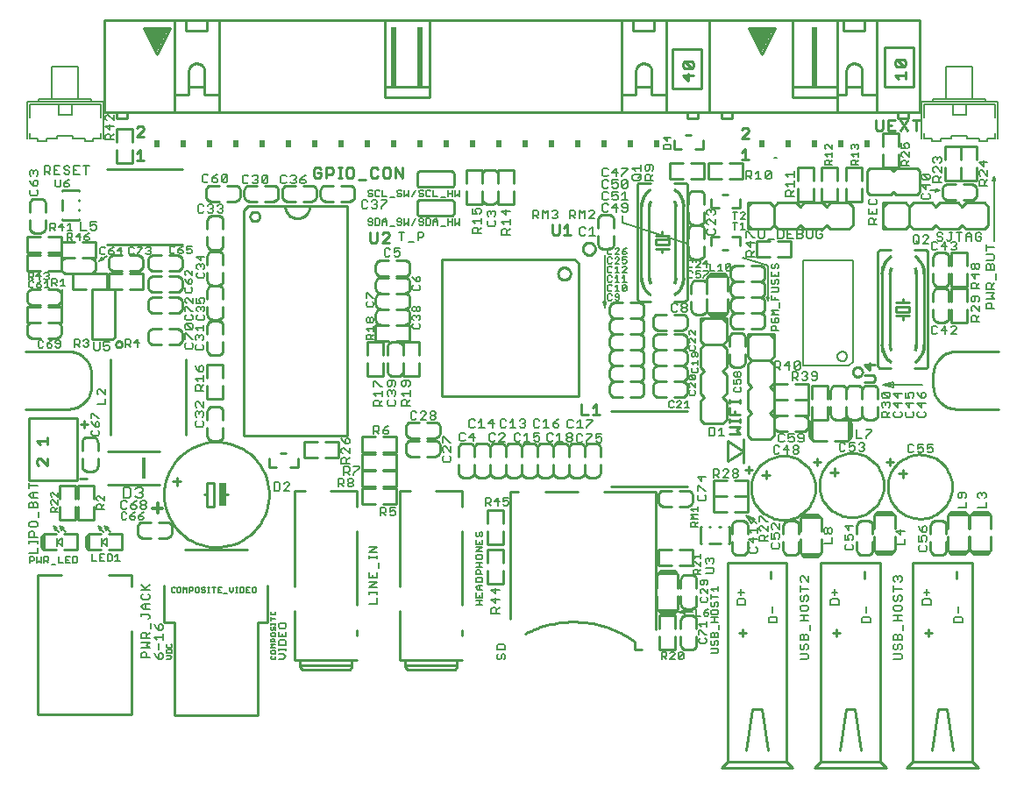
<source format=gbr>
G75*
G70*
%OFA0B0*%
%FSLAX24Y24*%
%IPPOS*%
%LPD*%
%AMOC8*
5,1,8,0,0,1.08239X$1,22.5*
%
%ADD10C,0.0070*%
%ADD11C,0.0100*%
%ADD12C,0.0050*%
%ADD13C,0.0140*%
%ADD14C,0.0080*%
%ADD15C,0.0060*%
%ADD16C,0.0010*%
%ADD17R,0.0200X0.2300*%
%ADD18R,0.0900X0.0200*%
%ADD19R,0.0700X0.0200*%
%ADD20R,0.0500X0.0200*%
%ADD21R,0.0300X0.0200*%
%ADD22R,0.0100X0.0100*%
%ADD23R,0.0200X0.0300*%
%ADD24R,0.0250X0.0900*%
%ADD25R,0.0118X0.0827*%
D10*
X012477Y004287D02*
X012664Y004287D01*
X012757Y004381D01*
X012664Y004474D01*
X012477Y004474D01*
X012477Y004610D02*
X012477Y004703D01*
X012477Y004656D02*
X012757Y004656D01*
X012757Y004610D02*
X012757Y004703D01*
X012757Y004825D02*
X012477Y004825D01*
X012477Y004965D01*
X012524Y005011D01*
X012711Y005011D01*
X012757Y004965D01*
X012757Y004825D01*
X012757Y005147D02*
X012477Y005147D01*
X012477Y005334D01*
X012524Y005469D02*
X012711Y005469D01*
X012757Y005516D01*
X012757Y005609D01*
X012711Y005656D01*
X012524Y005656D01*
X012477Y005609D01*
X012477Y005516D01*
X012524Y005469D01*
X012617Y005240D02*
X012617Y005147D01*
X012757Y005147D02*
X012757Y005334D01*
X007339Y009644D02*
X007339Y009691D01*
X007292Y009738D01*
X007152Y009738D01*
X007152Y009644D01*
X007199Y009597D01*
X007292Y009597D01*
X007339Y009644D01*
X007245Y009831D02*
X007152Y009738D01*
X007245Y009831D02*
X007339Y009878D01*
X007016Y009878D02*
X006923Y009831D01*
X006830Y009738D01*
X006970Y009738D01*
X007016Y009691D01*
X007016Y009644D01*
X006970Y009597D01*
X006876Y009597D01*
X006830Y009644D01*
X006830Y009738D01*
X006694Y009831D02*
X006647Y009878D01*
X006554Y009878D01*
X006507Y009831D01*
X006507Y009644D01*
X006554Y009597D01*
X006647Y009597D01*
X006694Y009644D01*
X005838Y009992D02*
X005558Y009992D01*
X005558Y010133D01*
X005605Y010179D01*
X005698Y010179D01*
X005745Y010133D01*
X005745Y009992D01*
X005745Y010086D02*
X005838Y010179D01*
X005838Y010315D02*
X005651Y010501D01*
X005605Y010501D01*
X005558Y010455D01*
X005558Y010361D01*
X005605Y010315D01*
X005838Y010315D02*
X005838Y010501D01*
X005601Y012797D02*
X005414Y012797D01*
X005367Y012844D01*
X005367Y012938D01*
X005414Y012984D01*
X005507Y013120D02*
X005507Y013260D01*
X005554Y013306D01*
X005601Y013306D01*
X005647Y013260D01*
X005647Y013166D01*
X005601Y013120D01*
X005507Y013120D01*
X005414Y013213D01*
X005367Y013306D01*
X005367Y013442D02*
X005367Y013629D01*
X005414Y013629D01*
X005601Y013442D01*
X005647Y013442D01*
X005601Y012984D02*
X005647Y012938D01*
X005647Y012844D01*
X005601Y012797D01*
X005195Y016167D02*
X005102Y016167D01*
X005055Y016214D01*
X005148Y016308D02*
X005195Y016308D01*
X005242Y016261D01*
X005242Y016214D01*
X005195Y016167D01*
X005195Y016308D02*
X005242Y016354D01*
X005242Y016401D01*
X005195Y016448D01*
X005102Y016448D01*
X005055Y016401D01*
X004920Y016401D02*
X004920Y016308D01*
X004873Y016261D01*
X004733Y016261D01*
X004826Y016261D02*
X004920Y016167D01*
X004733Y016167D02*
X004733Y016448D01*
X004873Y016448D01*
X004920Y016401D01*
X004179Y016371D02*
X004179Y016184D01*
X004132Y016137D01*
X004039Y016137D01*
X003992Y016184D01*
X004039Y016278D02*
X004179Y016278D01*
X004179Y016371D02*
X004132Y016418D01*
X004039Y016418D01*
X003992Y016371D01*
X003992Y016324D01*
X004039Y016278D01*
X003856Y016231D02*
X003810Y016278D01*
X003670Y016278D01*
X003670Y016184D01*
X003716Y016137D01*
X003810Y016137D01*
X003856Y016184D01*
X003856Y016231D01*
X003763Y016371D02*
X003670Y016278D01*
X003763Y016371D02*
X003856Y016418D01*
X003534Y016371D02*
X003487Y016418D01*
X003394Y016418D01*
X003347Y016371D01*
X003347Y016184D01*
X003394Y016137D01*
X003487Y016137D01*
X003534Y016184D01*
X006663Y016167D02*
X006663Y016448D01*
X006803Y016448D01*
X006850Y016401D01*
X006850Y016308D01*
X006803Y016261D01*
X006663Y016261D01*
X006756Y016261D02*
X006850Y016167D01*
X006985Y016308D02*
X007172Y016308D01*
X007125Y016448D02*
X006985Y016308D01*
X007125Y016448D02*
X007125Y016167D01*
X008927Y017237D02*
X008974Y017191D01*
X009161Y017191D01*
X009207Y017237D01*
X009207Y017331D01*
X009161Y017377D01*
X009161Y017513D02*
X009207Y017513D01*
X009161Y017513D02*
X008974Y017700D01*
X008927Y017700D01*
X008927Y017513D01*
X008974Y017377D02*
X008927Y017331D01*
X008927Y017237D01*
X009367Y017234D02*
X009414Y017187D01*
X009601Y017187D01*
X009647Y017234D01*
X009647Y017328D01*
X009601Y017374D01*
X009601Y017510D02*
X009647Y017556D01*
X009647Y017650D01*
X009601Y017696D01*
X009554Y017696D01*
X009507Y017650D01*
X009507Y017603D01*
X009507Y017650D02*
X009461Y017696D01*
X009414Y017696D01*
X009367Y017650D01*
X009367Y017556D01*
X009414Y017510D01*
X009414Y017374D02*
X009367Y017328D01*
X009367Y017234D01*
X009367Y017832D02*
X009507Y017832D01*
X009461Y017925D01*
X009461Y017972D01*
X009507Y018019D01*
X009601Y018019D01*
X009647Y017972D01*
X009647Y017879D01*
X009601Y017832D01*
X009367Y017832D02*
X009367Y018019D01*
X009207Y018022D02*
X009207Y017835D01*
X009021Y018022D01*
X008974Y018022D01*
X008927Y017975D01*
X008927Y017882D01*
X008974Y017835D01*
X008964Y018237D02*
X009151Y018237D01*
X009197Y018284D01*
X009197Y018378D01*
X009151Y018424D01*
X009151Y018560D02*
X009197Y018606D01*
X009197Y018700D01*
X009151Y018746D01*
X009104Y018746D01*
X009057Y018700D01*
X009057Y018560D01*
X009151Y018560D01*
X009057Y018560D02*
X008964Y018653D01*
X008917Y018746D01*
X008964Y018882D02*
X008917Y018929D01*
X008917Y019022D01*
X008964Y019069D01*
X009011Y019069D01*
X009197Y018882D01*
X009197Y019069D01*
X009367Y019166D02*
X009367Y019260D01*
X009414Y019306D01*
X009461Y019306D01*
X009507Y019260D01*
X009554Y019306D01*
X009601Y019306D01*
X009647Y019260D01*
X009647Y019166D01*
X009601Y019120D01*
X009507Y019213D02*
X009507Y019260D01*
X009414Y019120D02*
X009367Y019166D01*
X009414Y018984D02*
X009367Y018938D01*
X009367Y018844D01*
X009414Y018797D01*
X009601Y018797D01*
X009647Y018844D01*
X009647Y018938D01*
X009601Y018984D01*
X009507Y019442D02*
X009507Y019629D01*
X009367Y019582D02*
X009507Y019442D01*
X009647Y019582D02*
X009367Y019582D01*
X009169Y019754D02*
X009169Y019848D01*
X009122Y019894D01*
X009075Y019894D01*
X008982Y019848D01*
X008982Y019988D01*
X009169Y019988D01*
X009169Y019754D02*
X009122Y019707D01*
X009029Y019707D01*
X008982Y019754D01*
X008846Y019754D02*
X008846Y019801D01*
X008800Y019848D01*
X008660Y019848D01*
X008660Y019754D01*
X008706Y019707D01*
X008800Y019707D01*
X008846Y019754D01*
X008753Y019941D02*
X008660Y019848D01*
X008753Y019941D02*
X008846Y019988D01*
X008524Y019941D02*
X008477Y019988D01*
X008384Y019988D01*
X008337Y019941D01*
X008337Y019754D01*
X008384Y019707D01*
X008477Y019707D01*
X008524Y019754D01*
X007619Y019734D02*
X007572Y019687D01*
X007479Y019687D01*
X007432Y019734D01*
X007525Y019828D02*
X007572Y019828D01*
X007619Y019781D01*
X007619Y019734D01*
X007572Y019828D02*
X007619Y019874D01*
X007619Y019921D01*
X007572Y019968D01*
X007479Y019968D01*
X007432Y019921D01*
X007296Y019921D02*
X007110Y019734D01*
X007110Y019687D01*
X006974Y019734D02*
X006927Y019687D01*
X006834Y019687D01*
X006787Y019734D01*
X006787Y019921D01*
X006834Y019968D01*
X006927Y019968D01*
X006974Y019921D01*
X007110Y019968D02*
X007296Y019968D01*
X007296Y019921D01*
X006529Y019828D02*
X006342Y019828D01*
X006482Y019968D01*
X006482Y019687D01*
X006206Y019734D02*
X006206Y019781D01*
X006160Y019828D01*
X006020Y019828D01*
X006020Y019734D01*
X006066Y019687D01*
X006160Y019687D01*
X006206Y019734D01*
X006113Y019921D02*
X006020Y019828D01*
X006113Y019921D02*
X006206Y019968D01*
X005884Y019921D02*
X005837Y019968D01*
X005744Y019968D01*
X005697Y019921D01*
X005697Y019734D01*
X005744Y019687D01*
X005837Y019687D01*
X005884Y019734D01*
X005279Y020264D02*
X005279Y020311D01*
X005232Y020358D01*
X005092Y020358D01*
X005092Y020264D01*
X005139Y020217D01*
X005232Y020217D01*
X005279Y020264D01*
X005185Y020451D02*
X005092Y020358D01*
X005185Y020451D02*
X005279Y020498D01*
X004956Y020358D02*
X004770Y020358D01*
X004910Y020498D01*
X004910Y020217D01*
X004634Y020217D02*
X004541Y020311D01*
X004587Y020311D02*
X004447Y020311D01*
X004447Y020217D02*
X004447Y020498D01*
X004587Y020498D01*
X004634Y020451D01*
X004634Y020358D01*
X004587Y020311D01*
X004629Y020587D02*
X004442Y020587D01*
X004535Y020587D02*
X004535Y020868D01*
X004442Y020774D01*
X004306Y020728D02*
X004120Y020728D01*
X004260Y020868D01*
X004260Y020587D01*
X003984Y020587D02*
X003891Y020681D01*
X003937Y020681D02*
X003797Y020681D01*
X003797Y020587D02*
X003797Y020868D01*
X003937Y020868D01*
X003984Y020821D01*
X003984Y020728D01*
X003937Y020681D01*
X004044Y022247D02*
X004137Y022247D01*
X004184Y022294D01*
X004184Y022528D01*
X003997Y022528D02*
X003997Y022294D01*
X004044Y022247D01*
X004320Y022294D02*
X004366Y022247D01*
X004460Y022247D01*
X004506Y022294D01*
X004506Y022341D01*
X004460Y022388D01*
X004320Y022388D01*
X004320Y022294D01*
X004320Y022388D02*
X004413Y022481D01*
X004506Y022528D01*
X004269Y018762D02*
X004176Y018668D01*
X004269Y018762D02*
X004269Y018481D01*
X004176Y018481D02*
X004363Y018481D01*
X004040Y018481D02*
X003947Y018575D01*
X003994Y018575D02*
X003853Y018575D01*
X003853Y018481D02*
X003853Y018762D01*
X003994Y018762D01*
X004040Y018715D01*
X004040Y018621D01*
X003994Y018575D01*
X008917Y018378D02*
X008917Y018284D01*
X008964Y018237D01*
X008917Y018378D02*
X008964Y018424D01*
X015807Y018206D02*
X015807Y018020D01*
X015854Y017884D02*
X015807Y017838D01*
X015807Y017744D01*
X015854Y017697D01*
X016041Y017697D01*
X016087Y017744D01*
X016087Y017838D01*
X016041Y017884D01*
X016041Y018020D02*
X016087Y018020D01*
X016041Y018020D02*
X015854Y018206D01*
X015807Y018206D01*
X015854Y017279D02*
X015901Y017279D01*
X015947Y017232D01*
X015947Y017139D01*
X015901Y017092D01*
X015854Y017092D01*
X015807Y017139D01*
X015807Y017232D01*
X015854Y017279D01*
X015947Y017232D02*
X015994Y017279D01*
X016041Y017279D01*
X016087Y017232D01*
X016087Y017139D01*
X016041Y017092D01*
X015994Y017092D01*
X015947Y017139D01*
X016087Y016956D02*
X016087Y016770D01*
X016087Y016863D02*
X015807Y016863D01*
X015901Y016770D01*
X015947Y016634D02*
X015994Y016588D01*
X015994Y016447D01*
X016087Y016447D02*
X015807Y016447D01*
X015807Y016588D01*
X015854Y016634D01*
X015947Y016634D01*
X015994Y016541D02*
X016087Y016634D01*
X017567Y016907D02*
X017614Y016861D01*
X017801Y016861D01*
X017847Y016907D01*
X017847Y017001D01*
X017801Y017047D01*
X017801Y017183D02*
X017847Y017230D01*
X017847Y017323D01*
X017801Y017370D01*
X017754Y017370D01*
X017707Y017323D01*
X017707Y017276D01*
X017707Y017323D02*
X017661Y017370D01*
X017614Y017370D01*
X017567Y017323D01*
X017567Y017230D01*
X017614Y017183D01*
X017614Y017047D02*
X017567Y017001D01*
X017567Y016907D01*
X017614Y017505D02*
X017661Y017505D01*
X017707Y017552D01*
X017707Y017645D01*
X017754Y017692D01*
X017801Y017692D01*
X017847Y017645D01*
X017847Y017552D01*
X017801Y017505D01*
X017754Y017505D01*
X017707Y017552D01*
X017707Y017645D02*
X017661Y017692D01*
X017614Y017692D01*
X017567Y017645D01*
X017567Y017552D01*
X017614Y017505D01*
X017614Y018323D02*
X017801Y018323D01*
X017847Y018370D01*
X017847Y018463D01*
X017801Y018510D01*
X017801Y018645D02*
X017847Y018692D01*
X017847Y018785D01*
X017801Y018832D01*
X017754Y018832D01*
X017707Y018785D01*
X017707Y018645D01*
X017801Y018645D01*
X017707Y018645D02*
X017614Y018739D01*
X017567Y018832D01*
X017614Y018510D02*
X017567Y018463D01*
X017567Y018370D01*
X017614Y018323D01*
X024822Y017902D02*
X024872Y017652D01*
X024922Y017902D01*
X024822Y017902D01*
X024872Y017652D02*
X024872Y019642D01*
X036157Y023053D02*
X036157Y023198D01*
X036206Y023246D01*
X036302Y023246D01*
X036351Y023198D01*
X036351Y023053D01*
X036447Y023053D02*
X036157Y023053D01*
X036351Y023150D02*
X036447Y023246D01*
X036447Y023384D02*
X036254Y023578D01*
X036206Y023578D01*
X036157Y023530D01*
X036157Y023433D01*
X036206Y023384D01*
X036447Y023384D02*
X036447Y023578D01*
X036399Y023716D02*
X036447Y023764D01*
X036447Y023861D01*
X036399Y023909D01*
X036302Y023909D01*
X036254Y023861D01*
X036254Y023813D01*
X036302Y023716D01*
X036157Y023716D01*
X036157Y023909D01*
X021204Y010428D02*
X021010Y010428D01*
X021010Y010283D01*
X021107Y010331D01*
X021155Y010331D01*
X021204Y010283D01*
X021204Y010186D01*
X021155Y010137D01*
X021059Y010137D01*
X021010Y010186D01*
X020872Y010283D02*
X020679Y010283D01*
X020824Y010428D01*
X020824Y010137D01*
X020541Y010137D02*
X020444Y010234D01*
X020492Y010234D02*
X020347Y010234D01*
X020347Y010137D02*
X020347Y010428D01*
X020492Y010428D01*
X020541Y010379D01*
X020541Y010283D01*
X020492Y010234D01*
X028507Y007245D02*
X028507Y007152D01*
X028554Y007105D01*
X028601Y007105D01*
X028647Y007152D01*
X028647Y007292D01*
X028554Y007292D02*
X028507Y007245D01*
X028554Y007292D02*
X028741Y007292D01*
X028787Y007245D01*
X028787Y007152D01*
X028741Y007105D01*
X028787Y006970D02*
X028787Y006783D01*
X028601Y006970D01*
X028554Y006970D01*
X028507Y006923D01*
X028507Y006830D01*
X028554Y006783D01*
X028554Y006647D02*
X028507Y006601D01*
X028507Y006507D01*
X028554Y006461D01*
X028741Y006461D01*
X028787Y006507D01*
X028787Y006601D01*
X028741Y006647D01*
X028745Y005724D02*
X028745Y005537D01*
X028745Y005630D02*
X028464Y005630D01*
X028558Y005537D01*
X028511Y005401D02*
X028698Y005215D01*
X028745Y005215D01*
X028698Y005079D02*
X028745Y005032D01*
X028745Y004939D01*
X028698Y004892D01*
X028511Y004892D01*
X028464Y004939D01*
X028464Y005032D01*
X028511Y005079D01*
X028464Y005215D02*
X028464Y005401D01*
X028511Y005401D01*
X027822Y004568D02*
X027869Y004521D01*
X027682Y004334D01*
X027729Y004287D01*
X027822Y004287D01*
X027869Y004334D01*
X027869Y004521D01*
X027822Y004568D02*
X027729Y004568D01*
X027682Y004521D01*
X027682Y004334D01*
X027546Y004287D02*
X027360Y004287D01*
X027546Y004474D01*
X027546Y004521D01*
X027500Y004568D01*
X027406Y004568D01*
X027360Y004521D01*
X027224Y004521D02*
X027224Y004428D01*
X027177Y004381D01*
X027037Y004381D01*
X027037Y004287D02*
X027037Y004568D01*
X027177Y004568D01*
X027224Y004521D01*
X027131Y004381D02*
X027224Y004287D01*
D11*
X006894Y002187D02*
X003330Y002187D01*
X003330Y007502D01*
X004212Y007502D01*
X004312Y008452D02*
X004812Y008452D01*
X004812Y009052D01*
X004312Y009052D01*
X004012Y009052D02*
X003562Y009052D01*
X003562Y008452D01*
X004012Y008452D01*
X003562Y008452D02*
X003512Y008502D01*
X003462Y008552D01*
X003462Y008952D01*
X003512Y009002D01*
X003562Y009052D01*
X003512Y009002D02*
X003512Y008502D01*
X004162Y009602D02*
X004762Y009602D01*
X004762Y010102D01*
X004862Y010102D02*
X004862Y009602D01*
X005462Y009602D01*
X005462Y010102D01*
X005462Y010402D02*
X005462Y010902D01*
X004862Y010902D01*
X004862Y010402D01*
X004762Y010402D02*
X004762Y010902D01*
X004162Y010902D01*
X004162Y010402D01*
X004162Y010102D02*
X004162Y009602D01*
X005162Y008952D02*
X005162Y008552D01*
X005212Y008502D01*
X005262Y008452D01*
X005262Y009052D01*
X005212Y009002D01*
X005162Y008952D01*
X005212Y009002D02*
X005212Y008502D01*
X005262Y008452D02*
X005712Y008452D01*
X006012Y008452D02*
X006512Y008452D01*
X006512Y009052D01*
X006012Y009052D01*
X005712Y009052D02*
X005262Y009052D01*
X007112Y009102D02*
X007112Y009302D01*
X007114Y009328D01*
X007119Y009354D01*
X007127Y009379D01*
X007139Y009402D01*
X007153Y009424D01*
X007171Y009443D01*
X007190Y009461D01*
X007212Y009475D01*
X007235Y009487D01*
X007260Y009495D01*
X007286Y009500D01*
X007312Y009502D01*
X007612Y009502D01*
X007912Y009502D02*
X008212Y009502D01*
X008238Y009500D01*
X008264Y009495D01*
X008289Y009487D01*
X008312Y009475D01*
X008334Y009461D01*
X008353Y009443D01*
X008371Y009424D01*
X008385Y009402D01*
X008397Y009379D01*
X008405Y009354D01*
X008410Y009328D01*
X008412Y009302D01*
X008412Y009102D01*
X008410Y009076D01*
X008405Y009050D01*
X008397Y009025D01*
X008385Y009002D01*
X008371Y008980D01*
X008353Y008961D01*
X008334Y008943D01*
X008312Y008929D01*
X008289Y008917D01*
X008264Y008909D01*
X008238Y008904D01*
X008212Y008902D01*
X007912Y008902D01*
X007612Y008902D02*
X007312Y008902D01*
X007286Y008904D01*
X007260Y008909D01*
X007235Y008917D01*
X007212Y008929D01*
X007190Y008943D01*
X007171Y008961D01*
X007153Y008980D01*
X007139Y009002D01*
X007127Y009025D01*
X007119Y009050D01*
X007114Y009076D01*
X007112Y009102D01*
X006894Y007502D02*
X006012Y007502D01*
X006894Y007502D02*
X006894Y007052D01*
X008128Y007082D02*
X008128Y005704D01*
X008521Y005704D01*
X008521Y002161D01*
X011671Y002161D01*
X011671Y005704D01*
X012065Y005704D01*
X012065Y007082D01*
X013100Y007052D02*
X013100Y010674D01*
X013494Y010674D01*
X014439Y010674D02*
X015462Y010674D01*
X015462Y010084D01*
X015642Y010202D02*
X016142Y010202D01*
X016442Y010202D02*
X016942Y010202D01*
X016942Y010802D01*
X016442Y010802D01*
X016442Y010852D02*
X016942Y010852D01*
X016942Y011452D01*
X016442Y011452D01*
X016442Y011502D02*
X016942Y011502D01*
X016942Y012102D01*
X016442Y012102D01*
X016442Y012152D02*
X016942Y012152D01*
X016942Y012752D01*
X016442Y012752D01*
X016142Y012752D02*
X015642Y012752D01*
X015642Y012152D01*
X016142Y012152D01*
X016142Y012102D02*
X015642Y012102D01*
X015642Y011502D01*
X016142Y011502D01*
X016142Y011452D02*
X015642Y011452D01*
X015642Y010852D01*
X016142Y010852D01*
X016142Y010802D02*
X015642Y010802D01*
X015642Y010202D01*
X015462Y009139D02*
X015462Y006343D01*
X015462Y005399D02*
X015462Y005202D01*
X015462Y004257D02*
X015266Y004257D01*
X015266Y004060D01*
X013297Y004060D01*
X013297Y004257D01*
X013100Y004257D01*
X015305Y004257D01*
X015266Y004060D02*
X015266Y003981D01*
X015187Y003902D01*
X013376Y003902D01*
X013297Y003981D01*
X013297Y004060D01*
X013100Y004257D02*
X013100Y006107D01*
X011277Y008460D02*
X008915Y008460D01*
X009762Y010102D02*
X010012Y010102D01*
X010012Y011002D01*
X009762Y011002D01*
X009762Y010552D01*
X009762Y010102D01*
X009762Y010552D02*
X009662Y010552D01*
X008112Y010552D02*
X008120Y010734D01*
X008145Y010914D01*
X008186Y011092D01*
X008243Y011264D01*
X008316Y011431D01*
X008403Y011591D01*
X008505Y011742D01*
X008620Y011883D01*
X008747Y012014D01*
X008885Y012132D01*
X009034Y012237D01*
X009192Y012328D01*
X009357Y012404D01*
X009529Y012465D01*
X009705Y012510D01*
X009885Y012539D01*
X010066Y012551D01*
X010248Y012547D01*
X010429Y012527D01*
X010608Y012490D01*
X010782Y012437D01*
X010950Y012368D01*
X011112Y012284D01*
X011265Y012186D01*
X011409Y012074D01*
X011542Y011950D01*
X011663Y011814D01*
X011772Y011668D01*
X011866Y011512D01*
X011946Y011349D01*
X012011Y011179D01*
X012060Y011003D01*
X012093Y010824D01*
X012110Y010643D01*
X012110Y010461D01*
X012093Y010280D01*
X012060Y010101D01*
X012011Y009925D01*
X011946Y009755D01*
X011866Y009592D01*
X011772Y009436D01*
X011663Y009290D01*
X011542Y009154D01*
X011409Y009030D01*
X011265Y008918D01*
X011112Y008820D01*
X010950Y008736D01*
X010782Y008667D01*
X010608Y008614D01*
X010429Y008577D01*
X010248Y008557D01*
X010066Y008553D01*
X009885Y008565D01*
X009705Y008594D01*
X009529Y008639D01*
X009357Y008700D01*
X009192Y008776D01*
X009034Y008867D01*
X008885Y008972D01*
X008747Y009090D01*
X008620Y009221D01*
X008505Y009362D01*
X008403Y009513D01*
X008316Y009673D01*
X008243Y009840D01*
X008186Y010012D01*
X008145Y010190D01*
X008120Y010370D01*
X008112Y010552D01*
X007947Y010921D02*
X005978Y010921D01*
X005402Y011432D02*
X005202Y011432D01*
X005176Y011434D01*
X005150Y011439D01*
X005125Y011447D01*
X005102Y011459D01*
X005080Y011473D01*
X005061Y011491D01*
X005043Y011510D01*
X005029Y011532D01*
X005017Y011555D01*
X005009Y011580D01*
X005004Y011606D01*
X005002Y011632D01*
X005002Y011932D01*
X005002Y012232D02*
X005002Y012532D01*
X005004Y012558D01*
X005009Y012584D01*
X005017Y012609D01*
X005029Y012632D01*
X005043Y012654D01*
X005061Y012673D01*
X005080Y012691D01*
X005102Y012705D01*
X005125Y012717D01*
X005150Y012725D01*
X005176Y012730D01*
X005202Y012732D01*
X005402Y012732D01*
X005428Y012730D01*
X005454Y012725D01*
X005479Y012717D01*
X005502Y012705D01*
X005524Y012691D01*
X005543Y012673D01*
X005561Y012654D01*
X005575Y012632D01*
X005587Y012609D01*
X005595Y012584D01*
X005600Y012558D01*
X005602Y012532D01*
X005602Y012232D01*
X005602Y011932D02*
X005602Y011632D01*
X005600Y011606D01*
X005595Y011580D01*
X005587Y011555D01*
X005575Y011532D01*
X005561Y011510D01*
X005543Y011491D01*
X005524Y011473D01*
X005502Y011459D01*
X005479Y011447D01*
X005454Y011439D01*
X005428Y011434D01*
X005402Y011432D01*
X005179Y011153D02*
X004912Y011153D01*
X004801Y011091D02*
X002990Y011091D01*
X002990Y013454D01*
X004801Y013454D01*
X004801Y011091D01*
X003677Y011665D02*
X003410Y011932D01*
X003343Y011932D01*
X003276Y011865D01*
X003276Y011732D01*
X003343Y011665D01*
X003677Y011665D02*
X003677Y011932D01*
X003677Y012453D02*
X003677Y012720D01*
X003677Y012586D02*
X003276Y012586D01*
X003410Y012453D01*
X004942Y013223D02*
X005209Y013223D01*
X005076Y013356D02*
X005076Y013089D01*
X004462Y013802D02*
X002862Y013802D01*
X004462Y013802D02*
X004521Y013804D01*
X004579Y013810D01*
X004638Y013819D01*
X004695Y013833D01*
X004751Y013850D01*
X004806Y013871D01*
X004860Y013895D01*
X004912Y013923D01*
X004962Y013954D01*
X005010Y013988D01*
X005055Y014025D01*
X005098Y014066D01*
X005139Y014109D01*
X005176Y014154D01*
X005210Y014202D01*
X005241Y014252D01*
X005269Y014304D01*
X005293Y014358D01*
X005314Y014413D01*
X005331Y014469D01*
X005345Y014526D01*
X005354Y014585D01*
X005360Y014643D01*
X005362Y014702D01*
X005362Y015102D01*
X005360Y015161D01*
X005354Y015219D01*
X005345Y015278D01*
X005331Y015335D01*
X005314Y015391D01*
X005293Y015446D01*
X005269Y015500D01*
X005241Y015552D01*
X005210Y015602D01*
X005176Y015650D01*
X005139Y015695D01*
X005098Y015738D01*
X005055Y015779D01*
X005010Y015816D01*
X004962Y015850D01*
X004912Y015881D01*
X004860Y015909D01*
X004806Y015933D01*
X004751Y015954D01*
X004695Y015971D01*
X004638Y015985D01*
X004579Y015994D01*
X004521Y016000D01*
X004462Y016002D01*
X002862Y016002D01*
X003112Y016502D02*
X003412Y016502D01*
X003712Y016502D02*
X004012Y016502D01*
X004038Y016504D01*
X004064Y016509D01*
X004089Y016517D01*
X004112Y016529D01*
X004134Y016543D01*
X004153Y016561D01*
X004171Y016580D01*
X004185Y016602D01*
X004197Y016625D01*
X004205Y016650D01*
X004210Y016676D01*
X004212Y016702D01*
X004212Y016902D01*
X004210Y016928D01*
X004205Y016954D01*
X004197Y016979D01*
X004185Y017002D01*
X004171Y017024D01*
X004153Y017043D01*
X004134Y017061D01*
X004112Y017075D01*
X004089Y017087D01*
X004064Y017095D01*
X004038Y017100D01*
X004012Y017102D01*
X003712Y017102D01*
X004212Y017102D01*
X004212Y017702D01*
X003712Y017702D01*
X003712Y017752D02*
X004012Y017752D01*
X004038Y017754D01*
X004064Y017759D01*
X004089Y017767D01*
X004112Y017779D01*
X004134Y017793D01*
X004153Y017811D01*
X004171Y017830D01*
X004185Y017852D01*
X004197Y017875D01*
X004205Y017900D01*
X004210Y017926D01*
X004212Y017952D01*
X004212Y018152D01*
X004210Y018178D01*
X004205Y018204D01*
X004197Y018229D01*
X004185Y018252D01*
X004171Y018274D01*
X004153Y018293D01*
X004134Y018311D01*
X004112Y018325D01*
X004089Y018337D01*
X004064Y018345D01*
X004038Y018350D01*
X004012Y018352D01*
X003712Y018352D01*
X003412Y018352D02*
X003112Y018352D01*
X003086Y018350D01*
X003060Y018345D01*
X003035Y018337D01*
X003012Y018325D01*
X002990Y018311D01*
X002971Y018293D01*
X002953Y018274D01*
X002939Y018252D01*
X002927Y018229D01*
X002919Y018204D01*
X002914Y018178D01*
X002912Y018152D01*
X002912Y017952D01*
X002914Y017926D01*
X002919Y017900D01*
X002927Y017875D01*
X002939Y017852D01*
X002953Y017830D01*
X002971Y017811D01*
X002990Y017793D01*
X003012Y017779D01*
X003035Y017767D01*
X003060Y017759D01*
X003086Y017754D01*
X003112Y017752D01*
X003412Y017752D01*
X003412Y017702D02*
X002912Y017702D01*
X002912Y017102D01*
X003412Y017102D01*
X003112Y017102D01*
X003086Y017100D01*
X003060Y017095D01*
X003035Y017087D01*
X003012Y017075D01*
X002990Y017061D01*
X002971Y017043D01*
X002953Y017024D01*
X002939Y017002D01*
X002927Y016979D01*
X002919Y016954D01*
X002914Y016928D01*
X002912Y016902D01*
X002912Y016702D01*
X002914Y016676D01*
X002919Y016650D01*
X002927Y016625D01*
X002939Y016602D01*
X002953Y016580D01*
X002971Y016561D01*
X002990Y016543D01*
X003012Y016529D01*
X003035Y016517D01*
X003060Y016509D01*
X003086Y016504D01*
X003112Y016502D01*
X005379Y016458D02*
X006167Y016458D01*
X006245Y016536D01*
X006245Y018347D01*
X005379Y018347D01*
X005379Y016458D01*
X006079Y015693D02*
X006079Y012822D01*
X005978Y012184D02*
X007947Y012184D01*
X008946Y012822D02*
X008946Y015693D01*
X008612Y016252D02*
X008312Y016252D01*
X008012Y016252D02*
X007712Y016252D01*
X007686Y016254D01*
X007660Y016259D01*
X007635Y016267D01*
X007612Y016279D01*
X007590Y016293D01*
X007571Y016311D01*
X007553Y016330D01*
X007539Y016352D01*
X007527Y016375D01*
X007519Y016400D01*
X007514Y016426D01*
X007512Y016452D01*
X007512Y016652D01*
X007514Y016678D01*
X007519Y016704D01*
X007527Y016729D01*
X007539Y016752D01*
X007553Y016774D01*
X007571Y016793D01*
X007590Y016811D01*
X007612Y016825D01*
X007635Y016837D01*
X007660Y016845D01*
X007686Y016850D01*
X007712Y016852D01*
X008012Y016852D01*
X008312Y016852D02*
X008612Y016852D01*
X008638Y016850D01*
X008664Y016845D01*
X008689Y016837D01*
X008712Y016825D01*
X008734Y016811D01*
X008753Y016793D01*
X008771Y016774D01*
X008785Y016752D01*
X008797Y016729D01*
X008805Y016704D01*
X008810Y016678D01*
X008812Y016652D01*
X008812Y016452D01*
X008810Y016426D01*
X008805Y016400D01*
X008797Y016375D01*
X008785Y016352D01*
X008771Y016330D01*
X008753Y016311D01*
X008734Y016293D01*
X008712Y016279D01*
X008689Y016267D01*
X008664Y016259D01*
X008638Y016254D01*
X008612Y016252D01*
X009762Y016352D02*
X009762Y016052D01*
X009764Y016026D01*
X009769Y016000D01*
X009777Y015975D01*
X009789Y015952D01*
X009803Y015930D01*
X009821Y015911D01*
X009840Y015893D01*
X009862Y015879D01*
X009885Y015867D01*
X009910Y015859D01*
X009936Y015854D01*
X009962Y015852D01*
X010162Y015852D01*
X010188Y015854D01*
X010214Y015859D01*
X010239Y015867D01*
X010262Y015879D01*
X010284Y015893D01*
X010303Y015911D01*
X010321Y015930D01*
X010335Y015952D01*
X010347Y015975D01*
X010355Y016000D01*
X010360Y016026D01*
X010362Y016052D01*
X010362Y016352D01*
X010362Y016652D02*
X010362Y016952D01*
X010360Y016978D01*
X010355Y017004D01*
X010347Y017029D01*
X010335Y017052D01*
X010321Y017074D01*
X010303Y017093D01*
X010284Y017111D01*
X010262Y017125D01*
X010239Y017137D01*
X010214Y017145D01*
X010188Y017150D01*
X010162Y017152D01*
X009962Y017152D01*
X009962Y017202D02*
X010162Y017202D01*
X010188Y017204D01*
X010214Y017209D01*
X010239Y017217D01*
X010262Y017229D01*
X010284Y017243D01*
X010303Y017261D01*
X010321Y017280D01*
X010335Y017302D01*
X010347Y017325D01*
X010355Y017350D01*
X010360Y017376D01*
X010362Y017402D01*
X010362Y017702D01*
X010362Y018002D02*
X010362Y018302D01*
X010360Y018328D01*
X010355Y018354D01*
X010347Y018379D01*
X010335Y018402D01*
X010321Y018424D01*
X010303Y018443D01*
X010284Y018461D01*
X010262Y018475D01*
X010239Y018487D01*
X010214Y018495D01*
X010188Y018500D01*
X010162Y018502D01*
X009962Y018502D01*
X010162Y018502D01*
X010188Y018504D01*
X010214Y018509D01*
X010239Y018517D01*
X010262Y018529D01*
X010284Y018543D01*
X010303Y018561D01*
X010321Y018580D01*
X010335Y018602D01*
X010347Y018625D01*
X010355Y018650D01*
X010360Y018676D01*
X010362Y018702D01*
X010362Y019002D01*
X010362Y019302D02*
X010362Y019602D01*
X010360Y019628D01*
X010355Y019654D01*
X010347Y019679D01*
X010335Y019702D01*
X010321Y019724D01*
X010303Y019743D01*
X010284Y019761D01*
X010262Y019775D01*
X010239Y019787D01*
X010214Y019795D01*
X010188Y019800D01*
X010162Y019802D01*
X009962Y019802D01*
X009962Y019852D02*
X010162Y019852D01*
X010188Y019854D01*
X010214Y019859D01*
X010239Y019867D01*
X010262Y019879D01*
X010284Y019893D01*
X010303Y019911D01*
X010321Y019930D01*
X010335Y019952D01*
X010347Y019975D01*
X010355Y020000D01*
X010360Y020026D01*
X010362Y020052D01*
X010362Y020352D01*
X010362Y020652D02*
X010362Y020952D01*
X010360Y020978D01*
X010355Y021004D01*
X010347Y021029D01*
X010335Y021052D01*
X010321Y021074D01*
X010303Y021093D01*
X010284Y021111D01*
X010262Y021125D01*
X010239Y021137D01*
X010214Y021145D01*
X010188Y021150D01*
X010162Y021152D01*
X009962Y021152D01*
X009936Y021150D01*
X009910Y021145D01*
X009885Y021137D01*
X009862Y021125D01*
X009840Y021111D01*
X009821Y021093D01*
X009803Y021074D01*
X009789Y021052D01*
X009777Y021029D01*
X009769Y021004D01*
X009764Y020978D01*
X009762Y020952D01*
X009762Y020652D01*
X009762Y020352D02*
X009762Y020052D01*
X009764Y020026D01*
X009769Y020000D01*
X009777Y019975D01*
X009789Y019952D01*
X009803Y019930D01*
X009821Y019911D01*
X009840Y019893D01*
X009862Y019879D01*
X009885Y019867D01*
X009910Y019859D01*
X009936Y019854D01*
X009962Y019852D01*
X009962Y019802D02*
X009936Y019800D01*
X009910Y019795D01*
X009885Y019787D01*
X009862Y019775D01*
X009840Y019761D01*
X009821Y019743D01*
X009803Y019724D01*
X009789Y019702D01*
X009777Y019679D01*
X009769Y019654D01*
X009764Y019628D01*
X009762Y019602D01*
X009762Y019302D01*
X009762Y019002D02*
X009762Y018702D01*
X009764Y018676D01*
X009769Y018650D01*
X009777Y018625D01*
X009789Y018602D01*
X009803Y018580D01*
X009821Y018561D01*
X009840Y018543D01*
X009862Y018529D01*
X009885Y018517D01*
X009910Y018509D01*
X009936Y018504D01*
X009962Y018502D01*
X009936Y018500D01*
X009910Y018495D01*
X009885Y018487D01*
X009862Y018475D01*
X009840Y018461D01*
X009821Y018443D01*
X009803Y018424D01*
X009789Y018402D01*
X009777Y018379D01*
X009769Y018354D01*
X009764Y018328D01*
X009762Y018302D01*
X009762Y018002D01*
X009762Y017702D02*
X009762Y017402D01*
X009764Y017376D01*
X009769Y017350D01*
X009777Y017325D01*
X009789Y017302D01*
X009803Y017280D01*
X009821Y017261D01*
X009840Y017243D01*
X009862Y017229D01*
X009885Y017217D01*
X009910Y017209D01*
X009936Y017204D01*
X009962Y017202D01*
X009962Y017152D02*
X009936Y017150D01*
X009910Y017145D01*
X009885Y017137D01*
X009862Y017125D01*
X009840Y017111D01*
X009821Y017093D01*
X009803Y017074D01*
X009789Y017052D01*
X009777Y017029D01*
X009769Y017004D01*
X009764Y016978D01*
X009762Y016952D01*
X009762Y016652D01*
X008812Y017652D02*
X008812Y017852D01*
X008810Y017878D01*
X008805Y017904D01*
X008797Y017929D01*
X008785Y017952D01*
X008771Y017974D01*
X008753Y017993D01*
X008734Y018011D01*
X008712Y018025D01*
X008689Y018037D01*
X008664Y018045D01*
X008638Y018050D01*
X008612Y018052D01*
X008312Y018052D01*
X008312Y018252D02*
X008612Y018252D01*
X008638Y018254D01*
X008664Y018259D01*
X008689Y018267D01*
X008712Y018279D01*
X008734Y018293D01*
X008753Y018311D01*
X008771Y018330D01*
X008785Y018352D01*
X008797Y018375D01*
X008805Y018400D01*
X008810Y018426D01*
X008812Y018452D01*
X008812Y018652D01*
X008810Y018678D01*
X008805Y018704D01*
X008797Y018729D01*
X008785Y018752D01*
X008771Y018774D01*
X008753Y018793D01*
X008734Y018811D01*
X008712Y018825D01*
X008689Y018837D01*
X008664Y018845D01*
X008638Y018850D01*
X008612Y018852D01*
X008312Y018852D01*
X008312Y019052D02*
X008612Y019052D01*
X008638Y019054D01*
X008664Y019059D01*
X008689Y019067D01*
X008712Y019079D01*
X008734Y019093D01*
X008753Y019111D01*
X008771Y019130D01*
X008785Y019152D01*
X008797Y019175D01*
X008805Y019200D01*
X008810Y019226D01*
X008812Y019252D01*
X008812Y019452D01*
X008810Y019478D01*
X008805Y019504D01*
X008797Y019529D01*
X008785Y019552D01*
X008771Y019574D01*
X008753Y019593D01*
X008734Y019611D01*
X008712Y019625D01*
X008689Y019637D01*
X008664Y019645D01*
X008638Y019650D01*
X008612Y019652D01*
X008312Y019652D01*
X008012Y019652D02*
X007712Y019652D01*
X007686Y019650D01*
X007660Y019645D01*
X007635Y019637D01*
X007612Y019625D01*
X007590Y019611D01*
X007571Y019593D01*
X007553Y019574D01*
X007539Y019552D01*
X007527Y019529D01*
X007519Y019504D01*
X007514Y019478D01*
X007512Y019452D01*
X007512Y019252D01*
X007312Y019252D02*
X007312Y019452D01*
X007310Y019478D01*
X007305Y019504D01*
X007297Y019529D01*
X007285Y019552D01*
X007271Y019574D01*
X007253Y019593D01*
X007234Y019611D01*
X007212Y019625D01*
X007189Y019637D01*
X007164Y019645D01*
X007138Y019650D01*
X007112Y019652D01*
X006812Y019652D01*
X006512Y019652D02*
X006212Y019652D01*
X006186Y019650D01*
X006160Y019645D01*
X006135Y019637D01*
X006112Y019625D01*
X006090Y019611D01*
X006071Y019593D01*
X006053Y019574D01*
X006039Y019552D01*
X006027Y019529D01*
X006019Y019504D01*
X006014Y019478D01*
X006012Y019452D01*
X006012Y019252D01*
X006014Y019226D01*
X006019Y019200D01*
X006027Y019175D01*
X006039Y019152D01*
X006053Y019130D01*
X006071Y019111D01*
X006090Y019093D01*
X006112Y019079D01*
X006135Y019067D01*
X006160Y019059D01*
X006186Y019054D01*
X006212Y019052D01*
X006512Y019052D01*
X006512Y018952D02*
X006012Y018952D01*
X006012Y018352D01*
X006512Y018352D01*
X006812Y018352D02*
X007312Y018352D01*
X007312Y018952D01*
X006812Y018952D01*
X006812Y019052D02*
X007112Y019052D01*
X007138Y019054D01*
X007164Y019059D01*
X007189Y019067D01*
X007212Y019079D01*
X007234Y019093D01*
X007253Y019111D01*
X007271Y019130D01*
X007285Y019152D01*
X007297Y019175D01*
X007305Y019200D01*
X007310Y019226D01*
X007312Y019252D01*
X007512Y019252D02*
X007514Y019226D01*
X007519Y019200D01*
X007527Y019175D01*
X007539Y019152D01*
X007553Y019130D01*
X007571Y019111D01*
X007590Y019093D01*
X007612Y019079D01*
X007635Y019067D01*
X007660Y019059D01*
X007686Y019054D01*
X007712Y019052D01*
X008012Y019052D01*
X008012Y018852D02*
X007712Y018852D01*
X007686Y018850D01*
X007660Y018845D01*
X007635Y018837D01*
X007612Y018825D01*
X007590Y018811D01*
X007571Y018793D01*
X007553Y018774D01*
X007539Y018752D01*
X007527Y018729D01*
X007519Y018704D01*
X007514Y018678D01*
X007512Y018652D01*
X007512Y018452D01*
X007514Y018426D01*
X007519Y018400D01*
X007527Y018375D01*
X007539Y018352D01*
X007553Y018330D01*
X007571Y018311D01*
X007590Y018293D01*
X007612Y018279D01*
X007635Y018267D01*
X007660Y018259D01*
X007686Y018254D01*
X007712Y018252D01*
X008012Y018252D01*
X008012Y018052D02*
X007712Y018052D01*
X007686Y018050D01*
X007660Y018045D01*
X007635Y018037D01*
X007612Y018025D01*
X007590Y018011D01*
X007571Y017993D01*
X007553Y017974D01*
X007539Y017952D01*
X007527Y017929D01*
X007519Y017904D01*
X007514Y017878D01*
X007512Y017852D01*
X007512Y017652D01*
X007514Y017626D01*
X007519Y017600D01*
X007527Y017575D01*
X007539Y017552D01*
X007553Y017530D01*
X007571Y017511D01*
X007590Y017493D01*
X007612Y017479D01*
X007635Y017467D01*
X007660Y017459D01*
X007686Y017454D01*
X007712Y017452D01*
X008012Y017452D01*
X008312Y017452D02*
X008612Y017452D01*
X008638Y017454D01*
X008664Y017459D01*
X008689Y017467D01*
X008712Y017479D01*
X008734Y017493D01*
X008753Y017511D01*
X008771Y017530D01*
X008785Y017552D01*
X008797Y017575D01*
X008805Y017600D01*
X008810Y017626D01*
X008812Y017652D01*
X006285Y016261D02*
X006287Y016283D01*
X006293Y016304D01*
X006303Y016323D01*
X006316Y016340D01*
X006332Y016355D01*
X006350Y016367D01*
X006371Y016374D01*
X006392Y016378D01*
X006414Y016378D01*
X006435Y016374D01*
X006456Y016367D01*
X006474Y016355D01*
X006490Y016340D01*
X006503Y016323D01*
X006513Y016304D01*
X006519Y016283D01*
X006521Y016261D01*
X006519Y016239D01*
X006513Y016218D01*
X006503Y016199D01*
X006490Y016182D01*
X006474Y016167D01*
X006456Y016155D01*
X006435Y016148D01*
X006414Y016144D01*
X006392Y016144D01*
X006371Y016148D01*
X006350Y016155D01*
X006332Y016167D01*
X006316Y016182D01*
X006303Y016199D01*
X006293Y016218D01*
X006287Y016239D01*
X006285Y016261D01*
X005962Y018352D02*
X005462Y018352D01*
X005162Y018352D02*
X004662Y018352D01*
X004662Y018952D01*
X005162Y018952D01*
X005012Y018952D02*
X005312Y018952D01*
X005462Y018952D02*
X005962Y018952D01*
X005962Y018352D01*
X005512Y019152D02*
X005512Y019352D01*
X005510Y019378D01*
X005505Y019404D01*
X005497Y019429D01*
X005485Y019452D01*
X005471Y019474D01*
X005453Y019493D01*
X005434Y019511D01*
X005412Y019525D01*
X005389Y019537D01*
X005364Y019545D01*
X005338Y019550D01*
X005312Y019552D01*
X005012Y019552D01*
X005512Y019552D01*
X005512Y020152D01*
X005012Y020152D01*
X004712Y020152D02*
X004212Y020152D01*
X004212Y019552D01*
X004712Y019552D01*
X004412Y019552D01*
X004386Y019550D01*
X004360Y019545D01*
X004335Y019537D01*
X004312Y019525D01*
X004290Y019511D01*
X004271Y019493D01*
X004253Y019474D01*
X004239Y019452D01*
X004227Y019429D01*
X004219Y019404D01*
X004214Y019378D01*
X004212Y019352D01*
X004212Y019152D01*
X004212Y019052D02*
X004212Y019652D01*
X003712Y019652D01*
X003712Y019752D02*
X004212Y019752D01*
X004212Y020352D01*
X003712Y020352D01*
X003412Y020352D02*
X002912Y020352D01*
X002912Y019752D01*
X003412Y019752D01*
X003412Y019652D02*
X002912Y019652D01*
X002912Y019052D01*
X003412Y019052D01*
X003712Y019052D02*
X004212Y019052D01*
X004412Y018952D02*
X004712Y018952D01*
X004412Y018952D02*
X004386Y018954D01*
X004360Y018959D01*
X004335Y018967D01*
X004312Y018979D01*
X004290Y018993D01*
X004271Y019011D01*
X004253Y019030D01*
X004239Y019052D01*
X004227Y019075D01*
X004219Y019100D01*
X004214Y019126D01*
X004212Y019152D01*
X005312Y018952D02*
X005338Y018954D01*
X005364Y018959D01*
X005389Y018967D01*
X005412Y018979D01*
X005434Y018993D01*
X005453Y019011D01*
X005471Y019030D01*
X005485Y019052D01*
X005497Y019075D01*
X005505Y019100D01*
X005510Y019126D01*
X005512Y019152D01*
X005942Y020069D02*
X008813Y020069D01*
X009912Y021702D02*
X010212Y021702D01*
X010512Y021702D02*
X010812Y021702D01*
X010838Y021704D01*
X010864Y021709D01*
X010889Y021717D01*
X010912Y021729D01*
X010934Y021743D01*
X010953Y021761D01*
X010971Y021780D01*
X010985Y021802D01*
X010997Y021825D01*
X011005Y021850D01*
X011010Y021876D01*
X011012Y021902D01*
X011012Y022102D01*
X011162Y022102D02*
X011162Y021902D01*
X011164Y021876D01*
X011169Y021850D01*
X011177Y021825D01*
X011189Y021802D01*
X011203Y021780D01*
X011221Y021761D01*
X011240Y021743D01*
X011262Y021729D01*
X011285Y021717D01*
X011310Y021709D01*
X011336Y021704D01*
X011362Y021702D01*
X011662Y021702D01*
X011962Y021702D02*
X012262Y021702D01*
X012288Y021704D01*
X012314Y021709D01*
X012339Y021717D01*
X012362Y021729D01*
X012384Y021743D01*
X012403Y021761D01*
X012421Y021780D01*
X012435Y021802D01*
X012447Y021825D01*
X012455Y021850D01*
X012460Y021876D01*
X012462Y021902D01*
X012462Y022102D01*
X012612Y022102D02*
X012612Y021902D01*
X012614Y021876D01*
X012619Y021850D01*
X012627Y021825D01*
X012639Y021802D01*
X012653Y021780D01*
X012671Y021761D01*
X012690Y021743D01*
X012712Y021729D01*
X012735Y021717D01*
X012760Y021709D01*
X012786Y021704D01*
X012812Y021702D01*
X013112Y021702D01*
X012719Y021523D02*
X012721Y021481D01*
X012727Y021439D01*
X012736Y021397D01*
X012749Y021357D01*
X012766Y021318D01*
X012786Y021281D01*
X012809Y021246D01*
X012836Y021212D01*
X012865Y021182D01*
X012897Y021154D01*
X012931Y021129D01*
X012967Y021107D01*
X013005Y021089D01*
X013045Y021074D01*
X013086Y021063D01*
X013128Y021055D01*
X013170Y021051D01*
X013212Y021051D01*
X013254Y021055D01*
X013296Y021063D01*
X013337Y021074D01*
X013377Y021089D01*
X013415Y021107D01*
X013451Y021129D01*
X013485Y021154D01*
X013517Y021182D01*
X013546Y021212D01*
X013573Y021246D01*
X013596Y021281D01*
X013616Y021318D01*
X013633Y021357D01*
X013646Y021397D01*
X013655Y021439D01*
X013661Y021481D01*
X013663Y021523D01*
X013712Y021702D02*
X013412Y021702D01*
X013712Y021702D02*
X013738Y021704D01*
X013764Y021709D01*
X013789Y021717D01*
X013812Y021729D01*
X013834Y021743D01*
X013853Y021761D01*
X013871Y021780D01*
X013885Y021802D01*
X013897Y021825D01*
X013905Y021850D01*
X013910Y021876D01*
X013912Y021902D01*
X013912Y022102D01*
X014062Y022102D02*
X014062Y021902D01*
X014064Y021876D01*
X014069Y021850D01*
X014077Y021825D01*
X014089Y021802D01*
X014103Y021780D01*
X014121Y021761D01*
X014140Y021743D01*
X014162Y021729D01*
X014185Y021717D01*
X014210Y021709D01*
X014236Y021704D01*
X014262Y021702D01*
X014562Y021702D01*
X014862Y021702D02*
X015162Y021702D01*
X015081Y021523D02*
X015081Y012782D01*
X011144Y012782D01*
X011144Y021365D01*
X011301Y021523D01*
X015081Y021523D01*
X015162Y021702D02*
X015188Y021704D01*
X015214Y021709D01*
X015239Y021717D01*
X015262Y021729D01*
X015284Y021743D01*
X015303Y021761D01*
X015321Y021780D01*
X015335Y021802D01*
X015347Y021825D01*
X015355Y021850D01*
X015360Y021876D01*
X015362Y021902D01*
X015362Y022102D01*
X015360Y022128D01*
X015355Y022154D01*
X015347Y022179D01*
X015335Y022202D01*
X015321Y022224D01*
X015303Y022243D01*
X015284Y022261D01*
X015262Y022275D01*
X015239Y022287D01*
X015214Y022295D01*
X015188Y022300D01*
X015162Y022302D01*
X014862Y022302D01*
X014886Y022596D02*
X014753Y022596D01*
X014820Y022596D02*
X014820Y022996D01*
X014886Y022996D02*
X014753Y022996D01*
X014560Y022930D02*
X014560Y022796D01*
X014493Y022730D01*
X014293Y022730D01*
X014293Y022596D02*
X014293Y022996D01*
X014493Y022996D01*
X014560Y022930D01*
X014099Y022930D02*
X014033Y022996D01*
X013899Y022996D01*
X013832Y022930D01*
X013832Y022663D01*
X013899Y022596D01*
X014033Y022596D01*
X014099Y022663D01*
X014099Y022796D01*
X013966Y022796D01*
X013712Y022302D02*
X013412Y022302D01*
X013112Y022302D02*
X012812Y022302D01*
X012786Y022300D01*
X012760Y022295D01*
X012735Y022287D01*
X012712Y022275D01*
X012690Y022261D01*
X012671Y022243D01*
X012653Y022224D01*
X012639Y022202D01*
X012627Y022179D01*
X012619Y022154D01*
X012614Y022128D01*
X012612Y022102D01*
X012462Y022102D02*
X012460Y022128D01*
X012455Y022154D01*
X012447Y022179D01*
X012435Y022202D01*
X012421Y022224D01*
X012403Y022243D01*
X012384Y022261D01*
X012362Y022275D01*
X012339Y022287D01*
X012314Y022295D01*
X012288Y022300D01*
X012262Y022302D01*
X011962Y022302D01*
X011662Y022302D02*
X011362Y022302D01*
X011336Y022300D01*
X011310Y022295D01*
X011285Y022287D01*
X011262Y022275D01*
X011240Y022261D01*
X011221Y022243D01*
X011203Y022224D01*
X011189Y022202D01*
X011177Y022179D01*
X011169Y022154D01*
X011164Y022128D01*
X011162Y022102D01*
X011012Y022102D02*
X011010Y022128D01*
X011005Y022154D01*
X010997Y022179D01*
X010985Y022202D01*
X010971Y022224D01*
X010953Y022243D01*
X010934Y022261D01*
X010912Y022275D01*
X010889Y022287D01*
X010864Y022295D01*
X010838Y022300D01*
X010812Y022302D01*
X010512Y022302D01*
X010212Y022302D02*
X009912Y022302D01*
X009886Y022300D01*
X009860Y022295D01*
X009835Y022287D01*
X009812Y022275D01*
X009790Y022261D01*
X009771Y022243D01*
X009753Y022224D01*
X009739Y022202D01*
X009727Y022179D01*
X009719Y022154D01*
X009714Y022128D01*
X009712Y022102D01*
X009712Y021902D01*
X009714Y021876D01*
X009719Y021850D01*
X009727Y021825D01*
X009739Y021802D01*
X009753Y021780D01*
X009771Y021761D01*
X009790Y021743D01*
X009812Y021729D01*
X009835Y021717D01*
X009860Y021709D01*
X009886Y021704D01*
X009912Y021702D01*
X008813Y022936D02*
X005942Y022936D01*
X006312Y023152D02*
X006912Y023152D01*
X006912Y023652D01*
X007092Y023509D02*
X007226Y023643D01*
X007226Y023242D01*
X007359Y023242D02*
X007092Y023242D01*
X006312Y023152D02*
X006312Y023652D01*
X006312Y023952D02*
X006312Y024452D01*
X006912Y024452D01*
X006912Y023952D01*
X007082Y024142D02*
X007349Y024409D01*
X007349Y024476D01*
X007283Y024543D01*
X007149Y024543D01*
X007082Y024476D01*
X007082Y024142D02*
X007349Y024142D01*
X006712Y024846D02*
X006312Y024846D01*
X006312Y025096D01*
X006712Y025096D01*
X006712Y024846D01*
X006712Y025096D02*
X008512Y025096D01*
X008512Y025746D01*
X009062Y025746D01*
X009062Y026046D01*
X009062Y026646D01*
X009064Y026680D01*
X009070Y026713D01*
X009079Y026745D01*
X009092Y026776D01*
X009108Y026806D01*
X009127Y026833D01*
X009150Y026858D01*
X009175Y026881D01*
X009202Y026900D01*
X009232Y026916D01*
X009263Y026929D01*
X009295Y026938D01*
X009328Y026944D01*
X009362Y026946D01*
X009396Y026944D01*
X009429Y026938D01*
X009461Y026929D01*
X009492Y026916D01*
X009522Y026900D01*
X009549Y026881D01*
X009574Y026858D01*
X009597Y026833D01*
X009616Y026806D01*
X009632Y026776D01*
X009645Y026745D01*
X009654Y026713D01*
X009660Y026680D01*
X009662Y026646D01*
X009662Y026046D01*
X009662Y025746D01*
X010212Y025746D01*
X010212Y025096D01*
X025512Y025096D01*
X027212Y025096D01*
X028012Y025096D01*
X028012Y024846D01*
X028412Y024846D01*
X028412Y025096D01*
X028012Y025096D01*
X028412Y025096D02*
X028862Y025096D01*
X028862Y028596D01*
X025512Y028596D01*
X025512Y025746D01*
X025512Y025096D01*
X025512Y025746D02*
X026062Y025746D01*
X026062Y026046D01*
X026662Y026046D01*
X026662Y025746D01*
X027212Y025746D01*
X027212Y025096D01*
X027212Y025746D02*
X027212Y028596D01*
X026762Y028596D02*
X026762Y028196D01*
X025962Y028196D01*
X025962Y028596D01*
X025512Y028596D02*
X018212Y028596D01*
X018212Y026046D01*
X018212Y025646D01*
X016512Y025646D01*
X016512Y026046D01*
X018212Y026046D01*
X016512Y026046D02*
X016512Y028596D01*
X010212Y028596D01*
X010212Y025746D01*
X009662Y026046D02*
X009062Y026046D01*
X008512Y025746D02*
X008512Y028596D01*
X005862Y028596D01*
X005862Y025096D01*
X006312Y025096D01*
X008512Y025096D02*
X010212Y025096D01*
X007862Y027296D02*
X007362Y028296D01*
X008362Y028296D01*
X007862Y027296D01*
X008962Y028196D02*
X009762Y028196D01*
X009762Y028596D01*
X010212Y028596D01*
X009762Y028596D02*
X008962Y028596D01*
X008962Y028196D01*
X008962Y028596D02*
X008512Y028596D01*
X016512Y028596D02*
X018212Y028596D01*
X017168Y022996D02*
X017168Y022596D01*
X016901Y022996D01*
X016901Y022596D01*
X016708Y022663D02*
X016708Y022930D01*
X016641Y022996D01*
X016508Y022996D01*
X016441Y022930D01*
X016441Y022663D01*
X016508Y022596D01*
X016641Y022596D01*
X016708Y022663D01*
X016248Y022663D02*
X016181Y022596D01*
X016047Y022596D01*
X015981Y022663D01*
X015981Y022930D01*
X016047Y022996D01*
X016181Y022996D01*
X016248Y022930D01*
X015787Y022529D02*
X015520Y022529D01*
X015327Y022663D02*
X015327Y022930D01*
X015260Y022996D01*
X015127Y022996D01*
X015060Y022930D01*
X015060Y022663D01*
X015127Y022596D01*
X015260Y022596D01*
X015327Y022663D01*
X014562Y022302D02*
X014262Y022302D01*
X014236Y022300D01*
X014210Y022295D01*
X014185Y022287D01*
X014162Y022275D01*
X014140Y022261D01*
X014121Y022243D01*
X014103Y022224D01*
X014089Y022202D01*
X014077Y022179D01*
X014069Y022154D01*
X014064Y022128D01*
X014062Y022102D01*
X013912Y022102D02*
X013910Y022128D01*
X013905Y022154D01*
X013897Y022179D01*
X013885Y022202D01*
X013871Y022224D01*
X013853Y022243D01*
X013834Y022261D01*
X013812Y022275D01*
X013789Y022287D01*
X013764Y022295D01*
X013738Y022300D01*
X013712Y022302D01*
X011396Y021119D02*
X011398Y021146D01*
X011404Y021172D01*
X011414Y021198D01*
X011427Y021221D01*
X011444Y021242D01*
X011464Y021261D01*
X011487Y021276D01*
X011511Y021287D01*
X011537Y021295D01*
X011563Y021299D01*
X011591Y021299D01*
X011617Y021295D01*
X011643Y021287D01*
X011668Y021276D01*
X011690Y021261D01*
X011710Y021242D01*
X011727Y021221D01*
X011740Y021198D01*
X011750Y021172D01*
X011756Y021146D01*
X011758Y021119D01*
X011756Y021092D01*
X011750Y021066D01*
X011740Y021040D01*
X011727Y021017D01*
X011710Y020996D01*
X011690Y020977D01*
X011667Y020962D01*
X011643Y020951D01*
X011617Y020943D01*
X011591Y020939D01*
X011563Y020939D01*
X011537Y020943D01*
X011511Y020951D01*
X011486Y020962D01*
X011464Y020977D01*
X011444Y020996D01*
X011427Y021017D01*
X011414Y021040D01*
X011404Y021066D01*
X011398Y021092D01*
X011396Y021119D01*
X015941Y020533D02*
X015941Y020199D01*
X016008Y020132D01*
X016141Y020132D01*
X016208Y020199D01*
X016208Y020533D01*
X016401Y020466D02*
X016468Y020533D01*
X016602Y020533D01*
X016668Y020466D01*
X016668Y020399D01*
X016401Y020132D01*
X016668Y020132D01*
X016662Y019452D02*
X016362Y019452D01*
X016336Y019450D01*
X016310Y019445D01*
X016285Y019437D01*
X016262Y019425D01*
X016240Y019411D01*
X016221Y019393D01*
X016203Y019374D01*
X016189Y019352D01*
X016177Y019329D01*
X016169Y019304D01*
X016164Y019278D01*
X016162Y019252D01*
X016162Y019052D01*
X016164Y019026D01*
X016169Y019000D01*
X016177Y018975D01*
X016189Y018952D01*
X016203Y018930D01*
X016221Y018911D01*
X016240Y018893D01*
X016262Y018879D01*
X016285Y018867D01*
X016310Y018859D01*
X016336Y018854D01*
X016362Y018852D01*
X016662Y018852D01*
X016662Y018802D02*
X016362Y018802D01*
X016336Y018800D01*
X016310Y018795D01*
X016285Y018787D01*
X016262Y018775D01*
X016240Y018761D01*
X016221Y018743D01*
X016203Y018724D01*
X016189Y018702D01*
X016177Y018679D01*
X016169Y018654D01*
X016164Y018628D01*
X016162Y018602D01*
X016162Y018402D01*
X016164Y018376D01*
X016169Y018350D01*
X016177Y018325D01*
X016189Y018302D01*
X016203Y018280D01*
X016221Y018261D01*
X016240Y018243D01*
X016262Y018229D01*
X016285Y018217D01*
X016310Y018209D01*
X016336Y018204D01*
X016362Y018202D01*
X016662Y018202D01*
X016362Y018202D01*
X016336Y018200D01*
X016310Y018195D01*
X016285Y018187D01*
X016262Y018175D01*
X016240Y018161D01*
X016221Y018143D01*
X016203Y018124D01*
X016189Y018102D01*
X016177Y018079D01*
X016169Y018054D01*
X016164Y018028D01*
X016162Y018002D01*
X016162Y017802D01*
X016164Y017776D01*
X016169Y017750D01*
X016177Y017725D01*
X016189Y017702D01*
X016203Y017680D01*
X016221Y017661D01*
X016240Y017643D01*
X016262Y017629D01*
X016285Y017617D01*
X016310Y017609D01*
X016336Y017604D01*
X016362Y017602D01*
X016662Y017602D01*
X016362Y017602D01*
X016336Y017600D01*
X016310Y017595D01*
X016285Y017587D01*
X016262Y017575D01*
X016240Y017561D01*
X016221Y017543D01*
X016203Y017524D01*
X016189Y017502D01*
X016177Y017479D01*
X016169Y017454D01*
X016164Y017428D01*
X016162Y017402D01*
X016162Y017202D01*
X016162Y017002D02*
X016162Y016402D01*
X016662Y016402D01*
X016812Y016352D02*
X017012Y016352D01*
X016962Y016402D02*
X017462Y016402D01*
X017462Y017002D01*
X016962Y017002D01*
X017262Y017002D01*
X017288Y017004D01*
X017314Y017009D01*
X017339Y017017D01*
X017362Y017029D01*
X017384Y017043D01*
X017403Y017061D01*
X017421Y017080D01*
X017435Y017102D01*
X017447Y017125D01*
X017455Y017150D01*
X017460Y017176D01*
X017462Y017202D01*
X017462Y017402D01*
X017460Y017428D01*
X017455Y017454D01*
X017447Y017479D01*
X017435Y017502D01*
X017421Y017524D01*
X017403Y017543D01*
X017384Y017561D01*
X017362Y017575D01*
X017339Y017587D01*
X017314Y017595D01*
X017288Y017600D01*
X017262Y017602D01*
X016962Y017602D01*
X017262Y017602D01*
X017288Y017604D01*
X017314Y017609D01*
X017339Y017617D01*
X017362Y017629D01*
X017384Y017643D01*
X017403Y017661D01*
X017421Y017680D01*
X017435Y017702D01*
X017447Y017725D01*
X017455Y017750D01*
X017460Y017776D01*
X017462Y017802D01*
X017462Y018002D01*
X017460Y018028D01*
X017455Y018054D01*
X017447Y018079D01*
X017435Y018102D01*
X017421Y018124D01*
X017403Y018143D01*
X017384Y018161D01*
X017362Y018175D01*
X017339Y018187D01*
X017314Y018195D01*
X017288Y018200D01*
X017262Y018202D01*
X016962Y018202D01*
X017262Y018202D01*
X017288Y018204D01*
X017314Y018209D01*
X017339Y018217D01*
X017362Y018229D01*
X017384Y018243D01*
X017403Y018261D01*
X017421Y018280D01*
X017435Y018302D01*
X017447Y018325D01*
X017455Y018350D01*
X017460Y018376D01*
X017462Y018402D01*
X017462Y018602D01*
X017460Y018628D01*
X017455Y018654D01*
X017447Y018679D01*
X017435Y018702D01*
X017421Y018724D01*
X017403Y018743D01*
X017384Y018761D01*
X017362Y018775D01*
X017339Y018787D01*
X017314Y018795D01*
X017288Y018800D01*
X017262Y018802D01*
X016962Y018802D01*
X016962Y018852D02*
X017262Y018852D01*
X017288Y018854D01*
X017314Y018859D01*
X017339Y018867D01*
X017362Y018879D01*
X017384Y018893D01*
X017403Y018911D01*
X017421Y018930D01*
X017435Y018952D01*
X017447Y018975D01*
X017455Y019000D01*
X017460Y019026D01*
X017462Y019052D01*
X017462Y019252D01*
X017460Y019278D01*
X017455Y019304D01*
X017447Y019329D01*
X017435Y019352D01*
X017421Y019374D01*
X017403Y019393D01*
X017384Y019411D01*
X017362Y019425D01*
X017339Y019437D01*
X017314Y019445D01*
X017288Y019450D01*
X017262Y019452D01*
X016962Y019452D01*
X018689Y019499D02*
X023729Y019499D01*
X023886Y019341D01*
X023886Y014302D01*
X018689Y014302D01*
X018689Y019499D01*
X018667Y021152D02*
X018217Y021152D01*
X017842Y021152D01*
X017822Y021154D01*
X017804Y021160D01*
X017786Y021169D01*
X017771Y021181D01*
X017759Y021196D01*
X017750Y021214D01*
X017744Y021232D01*
X017742Y021252D01*
X017742Y021652D01*
X017744Y021672D01*
X017750Y021690D01*
X017759Y021708D01*
X017771Y021723D01*
X017786Y021735D01*
X017804Y021744D01*
X017822Y021750D01*
X017842Y021752D01*
X018217Y021752D01*
X018667Y021752D01*
X019042Y021752D01*
X019062Y021750D01*
X019080Y021744D01*
X019098Y021735D01*
X019113Y021723D01*
X019125Y021708D01*
X019134Y021690D01*
X019140Y021672D01*
X019142Y021652D01*
X019142Y021252D01*
X019140Y021232D01*
X019134Y021214D01*
X019125Y021196D01*
X019113Y021181D01*
X019098Y021169D01*
X019080Y021160D01*
X019062Y021154D01*
X019042Y021152D01*
X018667Y021152D01*
X019612Y021602D02*
X019612Y022102D01*
X019612Y022402D02*
X019612Y022902D01*
X020212Y022902D01*
X020212Y022402D01*
X020212Y022702D01*
X020214Y022728D01*
X020219Y022754D01*
X020227Y022779D01*
X020239Y022802D01*
X020253Y022824D01*
X020271Y022843D01*
X020290Y022861D01*
X020312Y022875D01*
X020335Y022887D01*
X020360Y022895D01*
X020386Y022900D01*
X020412Y022902D01*
X020612Y022902D01*
X020638Y022900D01*
X020664Y022895D01*
X020689Y022887D01*
X020712Y022875D01*
X020734Y022861D01*
X020753Y022843D01*
X020771Y022824D01*
X020785Y022802D01*
X020797Y022779D01*
X020805Y022754D01*
X020810Y022728D01*
X020812Y022702D01*
X020812Y022402D01*
X020812Y022902D01*
X021412Y022902D01*
X021412Y022402D01*
X021412Y022102D02*
X021412Y021602D01*
X020812Y021602D01*
X020812Y022102D01*
X020812Y021802D01*
X020810Y021776D01*
X020805Y021750D01*
X020797Y021725D01*
X020785Y021702D01*
X020771Y021680D01*
X020753Y021661D01*
X020734Y021643D01*
X020712Y021629D01*
X020689Y021617D01*
X020664Y021609D01*
X020638Y021604D01*
X020612Y021602D01*
X020412Y021602D01*
X020212Y021602D02*
X020212Y022102D01*
X020212Y021802D01*
X020212Y021602D02*
X019612Y021602D01*
X020212Y021802D02*
X020214Y021776D01*
X020219Y021750D01*
X020227Y021725D01*
X020239Y021702D01*
X020253Y021680D01*
X020271Y021661D01*
X020290Y021643D01*
X020312Y021629D01*
X020335Y021617D01*
X020360Y021609D01*
X020386Y021604D01*
X020412Y021602D01*
X019142Y022342D02*
X019142Y022742D01*
X019140Y022762D01*
X019134Y022780D01*
X019125Y022798D01*
X019113Y022813D01*
X019098Y022825D01*
X019080Y022834D01*
X019062Y022840D01*
X019042Y022842D01*
X018667Y022842D01*
X018217Y022842D01*
X017842Y022842D01*
X017822Y022840D01*
X017804Y022834D01*
X017786Y022825D01*
X017771Y022813D01*
X017759Y022798D01*
X017750Y022780D01*
X017744Y022762D01*
X017742Y022742D01*
X017742Y022342D01*
X017744Y022322D01*
X017750Y022304D01*
X017759Y022286D01*
X017771Y022271D01*
X017786Y022259D01*
X017804Y022250D01*
X017822Y022244D01*
X017842Y022242D01*
X018217Y022242D01*
X018667Y022242D01*
X019042Y022242D01*
X019062Y022244D01*
X019080Y022250D01*
X019098Y022259D01*
X019113Y022271D01*
X019125Y022286D01*
X019134Y022304D01*
X019140Y022322D01*
X019142Y022342D01*
X022868Y020822D02*
X022868Y020488D01*
X022935Y020421D01*
X023069Y020421D01*
X023135Y020488D01*
X023135Y020822D01*
X023329Y020688D02*
X023462Y020822D01*
X023462Y020421D01*
X023329Y020421D02*
X023596Y020421D01*
X024044Y019893D02*
X024046Y019924D01*
X024052Y019954D01*
X024062Y019983D01*
X024076Y020011D01*
X024093Y020037D01*
X024113Y020060D01*
X024136Y020080D01*
X024162Y020097D01*
X024190Y020111D01*
X024219Y020121D01*
X024249Y020127D01*
X024280Y020129D01*
X024311Y020127D01*
X024341Y020121D01*
X024370Y020111D01*
X024398Y020097D01*
X024424Y020080D01*
X024447Y020060D01*
X024467Y020037D01*
X024484Y020011D01*
X024498Y019983D01*
X024508Y019954D01*
X024514Y019924D01*
X024516Y019893D01*
X024514Y019862D01*
X024508Y019832D01*
X024498Y019803D01*
X024484Y019775D01*
X024467Y019749D01*
X024447Y019726D01*
X024424Y019706D01*
X024398Y019689D01*
X024370Y019675D01*
X024341Y019665D01*
X024311Y019659D01*
X024280Y019657D01*
X024249Y019659D01*
X024219Y019665D01*
X024190Y019675D01*
X024162Y019689D01*
X024136Y019706D01*
X024113Y019726D01*
X024093Y019749D01*
X024076Y019775D01*
X024062Y019803D01*
X024052Y019832D01*
X024046Y019862D01*
X024044Y019893D01*
X024622Y020092D02*
X024622Y020392D01*
X024622Y020692D02*
X024622Y020992D01*
X024624Y021018D01*
X024629Y021044D01*
X024637Y021069D01*
X024649Y021092D01*
X024663Y021114D01*
X024681Y021133D01*
X024700Y021151D01*
X024722Y021165D01*
X024745Y021177D01*
X024770Y021185D01*
X024796Y021190D01*
X024822Y021192D01*
X025022Y021192D01*
X025048Y021190D01*
X025074Y021185D01*
X025099Y021177D01*
X025122Y021165D01*
X025144Y021151D01*
X025163Y021133D01*
X025181Y021114D01*
X025195Y021092D01*
X025207Y021069D01*
X025215Y021044D01*
X025220Y021018D01*
X025222Y020992D01*
X025222Y020692D01*
X025222Y020392D02*
X025222Y020092D01*
X025220Y020066D01*
X025215Y020040D01*
X025207Y020015D01*
X025195Y019992D01*
X025181Y019970D01*
X025163Y019951D01*
X025144Y019933D01*
X025122Y019919D01*
X025099Y019907D01*
X025074Y019899D01*
X025048Y019894D01*
X025022Y019892D01*
X024822Y019892D01*
X024796Y019894D01*
X024770Y019899D01*
X024745Y019907D01*
X024722Y019919D01*
X024700Y019933D01*
X024681Y019951D01*
X024663Y019970D01*
X024649Y019992D01*
X024637Y020015D01*
X024629Y020040D01*
X024624Y020066D01*
X024622Y020092D01*
X023099Y018948D02*
X023101Y018979D01*
X023107Y019009D01*
X023117Y019038D01*
X023131Y019066D01*
X023148Y019092D01*
X023168Y019115D01*
X023191Y019135D01*
X023217Y019152D01*
X023245Y019166D01*
X023274Y019176D01*
X023304Y019182D01*
X023335Y019184D01*
X023366Y019182D01*
X023396Y019176D01*
X023425Y019166D01*
X023453Y019152D01*
X023479Y019135D01*
X023502Y019115D01*
X023522Y019092D01*
X023539Y019066D01*
X023553Y019038D01*
X023563Y019009D01*
X023569Y018979D01*
X023571Y018948D01*
X023569Y018917D01*
X023563Y018887D01*
X023553Y018858D01*
X023539Y018830D01*
X023522Y018804D01*
X023502Y018781D01*
X023479Y018761D01*
X023453Y018744D01*
X023425Y018730D01*
X023396Y018720D01*
X023366Y018714D01*
X023335Y018712D01*
X023304Y018714D01*
X023274Y018720D01*
X023245Y018730D01*
X023217Y018744D01*
X023191Y018761D01*
X023168Y018781D01*
X023148Y018804D01*
X023131Y018830D01*
X023117Y018858D01*
X023107Y018887D01*
X023101Y018917D01*
X023099Y018948D01*
X025062Y017652D02*
X025062Y017452D01*
X025064Y017426D01*
X025069Y017400D01*
X025077Y017375D01*
X025089Y017352D01*
X025103Y017330D01*
X025121Y017311D01*
X025140Y017293D01*
X025162Y017279D01*
X025185Y017267D01*
X025210Y017259D01*
X025236Y017254D01*
X025262Y017252D01*
X025562Y017252D01*
X025262Y017252D01*
X025236Y017250D01*
X025210Y017245D01*
X025185Y017237D01*
X025162Y017225D01*
X025140Y017211D01*
X025121Y017193D01*
X025103Y017174D01*
X025089Y017152D01*
X025077Y017129D01*
X025069Y017104D01*
X025064Y017078D01*
X025062Y017052D01*
X025062Y016852D01*
X025064Y016826D01*
X025069Y016800D01*
X025077Y016775D01*
X025089Y016752D01*
X025103Y016730D01*
X025121Y016711D01*
X025140Y016693D01*
X025162Y016679D01*
X025185Y016667D01*
X025210Y016659D01*
X025236Y016654D01*
X025262Y016652D01*
X025562Y016652D01*
X025262Y016652D01*
X025236Y016650D01*
X025210Y016645D01*
X025185Y016637D01*
X025162Y016625D01*
X025140Y016611D01*
X025121Y016593D01*
X025103Y016574D01*
X025089Y016552D01*
X025077Y016529D01*
X025069Y016504D01*
X025064Y016478D01*
X025062Y016452D01*
X025062Y016252D01*
X025064Y016226D01*
X025069Y016200D01*
X025077Y016175D01*
X025089Y016152D01*
X025103Y016130D01*
X025121Y016111D01*
X025140Y016093D01*
X025162Y016079D01*
X025185Y016067D01*
X025210Y016059D01*
X025236Y016054D01*
X025262Y016052D01*
X025562Y016052D01*
X025262Y016052D01*
X025236Y016050D01*
X025210Y016045D01*
X025185Y016037D01*
X025162Y016025D01*
X025140Y016011D01*
X025121Y015993D01*
X025103Y015974D01*
X025089Y015952D01*
X025077Y015929D01*
X025069Y015904D01*
X025064Y015878D01*
X025062Y015852D01*
X025062Y015652D01*
X025064Y015626D01*
X025069Y015600D01*
X025077Y015575D01*
X025089Y015552D01*
X025103Y015530D01*
X025121Y015511D01*
X025140Y015493D01*
X025162Y015479D01*
X025185Y015467D01*
X025210Y015459D01*
X025236Y015454D01*
X025262Y015452D01*
X025562Y015452D01*
X025262Y015452D01*
X025236Y015450D01*
X025210Y015445D01*
X025185Y015437D01*
X025162Y015425D01*
X025140Y015411D01*
X025121Y015393D01*
X025103Y015374D01*
X025089Y015352D01*
X025077Y015329D01*
X025069Y015304D01*
X025064Y015278D01*
X025062Y015252D01*
X025062Y015052D01*
X025064Y015026D01*
X025069Y015000D01*
X025077Y014975D01*
X025089Y014952D01*
X025103Y014930D01*
X025121Y014911D01*
X025140Y014893D01*
X025162Y014879D01*
X025185Y014867D01*
X025210Y014859D01*
X025236Y014854D01*
X025262Y014852D01*
X025562Y014852D01*
X025262Y014852D01*
X025236Y014850D01*
X025210Y014845D01*
X025185Y014837D01*
X025162Y014825D01*
X025140Y014811D01*
X025121Y014793D01*
X025103Y014774D01*
X025089Y014752D01*
X025077Y014729D01*
X025069Y014704D01*
X025064Y014678D01*
X025062Y014652D01*
X025062Y014452D01*
X025064Y014426D01*
X025069Y014400D01*
X025077Y014375D01*
X025089Y014352D01*
X025103Y014330D01*
X025121Y014311D01*
X025140Y014293D01*
X025162Y014279D01*
X025185Y014267D01*
X025210Y014259D01*
X025236Y014254D01*
X025262Y014252D01*
X025562Y014252D01*
X025862Y014252D02*
X026162Y014252D01*
X026188Y014254D01*
X026214Y014259D01*
X026239Y014267D01*
X026262Y014279D01*
X026284Y014293D01*
X026303Y014311D01*
X026321Y014330D01*
X026335Y014352D01*
X026347Y014375D01*
X026355Y014400D01*
X026360Y014426D01*
X026362Y014452D01*
X026362Y014652D01*
X026360Y014678D01*
X026355Y014704D01*
X026347Y014729D01*
X026335Y014752D01*
X026321Y014774D01*
X026303Y014793D01*
X026284Y014811D01*
X026262Y014825D01*
X026239Y014837D01*
X026214Y014845D01*
X026188Y014850D01*
X026162Y014852D01*
X025862Y014852D01*
X026162Y014852D01*
X026188Y014854D01*
X026214Y014859D01*
X026239Y014867D01*
X026262Y014879D01*
X026284Y014893D01*
X026303Y014911D01*
X026321Y014930D01*
X026335Y014952D01*
X026347Y014975D01*
X026355Y015000D01*
X026360Y015026D01*
X026362Y015052D01*
X026362Y015252D01*
X026360Y015278D01*
X026355Y015304D01*
X026347Y015329D01*
X026335Y015352D01*
X026321Y015374D01*
X026303Y015393D01*
X026284Y015411D01*
X026262Y015425D01*
X026239Y015437D01*
X026214Y015445D01*
X026188Y015450D01*
X026162Y015452D01*
X025862Y015452D01*
X026162Y015452D01*
X026188Y015454D01*
X026214Y015459D01*
X026239Y015467D01*
X026262Y015479D01*
X026284Y015493D01*
X026303Y015511D01*
X026321Y015530D01*
X026335Y015552D01*
X026347Y015575D01*
X026355Y015600D01*
X026360Y015626D01*
X026362Y015652D01*
X026362Y015852D01*
X026360Y015878D01*
X026355Y015904D01*
X026347Y015929D01*
X026335Y015952D01*
X026321Y015974D01*
X026303Y015993D01*
X026284Y016011D01*
X026262Y016025D01*
X026239Y016037D01*
X026214Y016045D01*
X026188Y016050D01*
X026162Y016052D01*
X025862Y016052D01*
X026162Y016052D01*
X026188Y016054D01*
X026214Y016059D01*
X026239Y016067D01*
X026262Y016079D01*
X026284Y016093D01*
X026303Y016111D01*
X026321Y016130D01*
X026335Y016152D01*
X026347Y016175D01*
X026355Y016200D01*
X026360Y016226D01*
X026362Y016252D01*
X026362Y016452D01*
X026360Y016478D01*
X026355Y016504D01*
X026347Y016529D01*
X026335Y016552D01*
X026321Y016574D01*
X026303Y016593D01*
X026284Y016611D01*
X026262Y016625D01*
X026239Y016637D01*
X026214Y016645D01*
X026188Y016650D01*
X026162Y016652D01*
X025862Y016652D01*
X026162Y016652D01*
X026188Y016654D01*
X026214Y016659D01*
X026239Y016667D01*
X026262Y016679D01*
X026284Y016693D01*
X026303Y016711D01*
X026321Y016730D01*
X026335Y016752D01*
X026347Y016775D01*
X026355Y016800D01*
X026360Y016826D01*
X026362Y016852D01*
X026362Y017052D01*
X026360Y017078D01*
X026355Y017104D01*
X026347Y017129D01*
X026335Y017152D01*
X026321Y017174D01*
X026303Y017193D01*
X026284Y017211D01*
X026262Y017225D01*
X026239Y017237D01*
X026214Y017245D01*
X026188Y017250D01*
X026162Y017252D01*
X025862Y017252D01*
X026162Y017252D01*
X026188Y017254D01*
X026214Y017259D01*
X026239Y017267D01*
X026262Y017279D01*
X026284Y017293D01*
X026303Y017311D01*
X026321Y017330D01*
X026335Y017352D01*
X026347Y017375D01*
X026355Y017400D01*
X026360Y017426D01*
X026362Y017452D01*
X026362Y017652D01*
X026360Y017678D01*
X026355Y017704D01*
X026347Y017729D01*
X026335Y017752D01*
X026321Y017774D01*
X026303Y017793D01*
X026284Y017811D01*
X026262Y017825D01*
X026239Y017837D01*
X026214Y017845D01*
X026188Y017850D01*
X026162Y017852D01*
X025862Y017852D01*
X026112Y018002D02*
X026112Y022302D01*
X026114Y022322D01*
X026120Y022340D01*
X026129Y022358D01*
X026141Y022373D01*
X026156Y022385D01*
X026174Y022394D01*
X026192Y022400D01*
X026212Y022402D01*
X026612Y022402D01*
X027362Y022552D02*
X027862Y022552D01*
X027912Y022402D02*
X027512Y022402D01*
X027362Y022552D02*
X027362Y023152D01*
X027862Y023152D01*
X028162Y023152D02*
X028662Y023152D01*
X028662Y022552D01*
X028162Y022552D01*
X028012Y022302D02*
X028012Y018002D01*
X028010Y017982D01*
X028004Y017964D01*
X027995Y017946D01*
X027983Y017931D01*
X027968Y017919D01*
X027950Y017910D01*
X027932Y017904D01*
X027912Y017902D01*
X027512Y017902D01*
X027512Y017402D02*
X027812Y017402D01*
X027838Y017400D01*
X027864Y017395D01*
X027889Y017387D01*
X027912Y017375D01*
X027934Y017361D01*
X027953Y017343D01*
X027971Y017324D01*
X027985Y017302D01*
X027997Y017279D01*
X028005Y017254D01*
X028010Y017228D01*
X028012Y017202D01*
X028012Y017002D01*
X028010Y016976D01*
X028005Y016950D01*
X027997Y016925D01*
X027985Y016902D01*
X027971Y016880D01*
X027953Y016861D01*
X027934Y016843D01*
X027912Y016829D01*
X027889Y016817D01*
X027864Y016809D01*
X027838Y016804D01*
X027812Y016802D01*
X027512Y016802D01*
X027512Y016652D02*
X027812Y016652D01*
X027838Y016650D01*
X027864Y016645D01*
X027889Y016637D01*
X027912Y016625D01*
X027934Y016611D01*
X027953Y016593D01*
X027971Y016574D01*
X027985Y016552D01*
X027997Y016529D01*
X028005Y016504D01*
X028010Y016478D01*
X028012Y016452D01*
X028012Y016252D01*
X028010Y016226D01*
X028005Y016200D01*
X027997Y016175D01*
X027985Y016152D01*
X027971Y016130D01*
X027953Y016111D01*
X027934Y016093D01*
X027912Y016079D01*
X027889Y016067D01*
X027864Y016059D01*
X027838Y016054D01*
X027812Y016052D01*
X027512Y016052D01*
X027812Y016052D01*
X027838Y016050D01*
X027864Y016045D01*
X027889Y016037D01*
X027912Y016025D01*
X027934Y016011D01*
X027953Y015993D01*
X027971Y015974D01*
X027985Y015952D01*
X027997Y015929D01*
X028005Y015904D01*
X028010Y015878D01*
X028012Y015852D01*
X028012Y015652D01*
X028010Y015626D01*
X028005Y015600D01*
X027997Y015575D01*
X027985Y015552D01*
X027971Y015530D01*
X027953Y015511D01*
X027934Y015493D01*
X027912Y015479D01*
X027889Y015467D01*
X027864Y015459D01*
X027838Y015454D01*
X027812Y015452D01*
X027512Y015452D01*
X027812Y015452D01*
X027838Y015450D01*
X027864Y015445D01*
X027889Y015437D01*
X027912Y015425D01*
X027934Y015411D01*
X027953Y015393D01*
X027971Y015374D01*
X027985Y015352D01*
X027997Y015329D01*
X028005Y015304D01*
X028010Y015278D01*
X028012Y015252D01*
X028012Y015052D01*
X028010Y015026D01*
X028005Y015000D01*
X027997Y014975D01*
X027985Y014952D01*
X027971Y014930D01*
X027953Y014911D01*
X027934Y014893D01*
X027912Y014879D01*
X027889Y014867D01*
X027864Y014859D01*
X027838Y014854D01*
X027812Y014852D01*
X027512Y014852D01*
X027812Y014852D01*
X027838Y014850D01*
X027864Y014845D01*
X027889Y014837D01*
X027912Y014825D01*
X027934Y014811D01*
X027953Y014793D01*
X027971Y014774D01*
X027985Y014752D01*
X027997Y014729D01*
X028005Y014704D01*
X028010Y014678D01*
X028012Y014652D01*
X028012Y014452D01*
X028010Y014426D01*
X028005Y014400D01*
X027997Y014375D01*
X027985Y014352D01*
X027971Y014330D01*
X027953Y014311D01*
X027934Y014293D01*
X027912Y014279D01*
X027889Y014267D01*
X027864Y014259D01*
X027838Y014254D01*
X027812Y014252D01*
X027512Y014252D01*
X027212Y014252D02*
X026912Y014252D01*
X026886Y014254D01*
X026860Y014259D01*
X026835Y014267D01*
X026812Y014279D01*
X026790Y014293D01*
X026771Y014311D01*
X026753Y014330D01*
X026739Y014352D01*
X026727Y014375D01*
X026719Y014400D01*
X026714Y014426D01*
X026712Y014452D01*
X026712Y014652D01*
X026714Y014678D01*
X026719Y014704D01*
X026727Y014729D01*
X026739Y014752D01*
X026753Y014774D01*
X026771Y014793D01*
X026790Y014811D01*
X026812Y014825D01*
X026835Y014837D01*
X026860Y014845D01*
X026886Y014850D01*
X026912Y014852D01*
X027212Y014852D01*
X026912Y014852D01*
X026886Y014854D01*
X026860Y014859D01*
X026835Y014867D01*
X026812Y014879D01*
X026790Y014893D01*
X026771Y014911D01*
X026753Y014930D01*
X026739Y014952D01*
X026727Y014975D01*
X026719Y015000D01*
X026714Y015026D01*
X026712Y015052D01*
X026712Y015252D01*
X026714Y015278D01*
X026719Y015304D01*
X026727Y015329D01*
X026739Y015352D01*
X026753Y015374D01*
X026771Y015393D01*
X026790Y015411D01*
X026812Y015425D01*
X026835Y015437D01*
X026860Y015445D01*
X026886Y015450D01*
X026912Y015452D01*
X027212Y015452D01*
X026912Y015452D01*
X026886Y015454D01*
X026860Y015459D01*
X026835Y015467D01*
X026812Y015479D01*
X026790Y015493D01*
X026771Y015511D01*
X026753Y015530D01*
X026739Y015552D01*
X026727Y015575D01*
X026719Y015600D01*
X026714Y015626D01*
X026712Y015652D01*
X026712Y015852D01*
X026714Y015878D01*
X026719Y015904D01*
X026727Y015929D01*
X026739Y015952D01*
X026753Y015974D01*
X026771Y015993D01*
X026790Y016011D01*
X026812Y016025D01*
X026835Y016037D01*
X026860Y016045D01*
X026886Y016050D01*
X026912Y016052D01*
X027212Y016052D01*
X026912Y016052D01*
X026886Y016054D01*
X026860Y016059D01*
X026835Y016067D01*
X026812Y016079D01*
X026790Y016093D01*
X026771Y016111D01*
X026753Y016130D01*
X026739Y016152D01*
X026727Y016175D01*
X026719Y016200D01*
X026714Y016226D01*
X026712Y016252D01*
X026712Y016452D01*
X026714Y016478D01*
X026719Y016504D01*
X026727Y016529D01*
X026739Y016552D01*
X026753Y016574D01*
X026771Y016593D01*
X026790Y016611D01*
X026812Y016625D01*
X026835Y016637D01*
X026860Y016645D01*
X026886Y016650D01*
X026912Y016652D01*
X027212Y016652D01*
X027212Y016802D02*
X026912Y016802D01*
X026886Y016804D01*
X026860Y016809D01*
X026835Y016817D01*
X026812Y016829D01*
X026790Y016843D01*
X026771Y016861D01*
X026753Y016880D01*
X026739Y016902D01*
X026727Y016925D01*
X026719Y016950D01*
X026714Y016976D01*
X026712Y017002D01*
X026712Y017202D01*
X026714Y017228D01*
X026719Y017254D01*
X026727Y017279D01*
X026739Y017302D01*
X026753Y017324D01*
X026771Y017343D01*
X026790Y017361D01*
X026812Y017375D01*
X026835Y017387D01*
X026860Y017395D01*
X026886Y017400D01*
X026912Y017402D01*
X027212Y017402D01*
X026612Y017902D02*
X026212Y017902D01*
X026192Y017904D01*
X026174Y017910D01*
X026156Y017919D01*
X026141Y017931D01*
X026129Y017946D01*
X026120Y017964D01*
X026114Y017982D01*
X026112Y018002D01*
X025562Y017852D02*
X025262Y017852D01*
X025236Y017850D01*
X025210Y017845D01*
X025185Y017837D01*
X025162Y017825D01*
X025140Y017811D01*
X025121Y017793D01*
X025103Y017774D01*
X025089Y017752D01*
X025077Y017729D01*
X025069Y017704D01*
X025064Y017678D01*
X025062Y017652D01*
X026262Y018802D02*
X026262Y021502D01*
X026562Y021502D02*
X026562Y018802D01*
X027562Y018802D02*
X027562Y021502D01*
X027862Y021502D02*
X027862Y018802D01*
X028162Y018502D02*
X028162Y018202D01*
X028162Y017902D02*
X028162Y017602D01*
X028164Y017576D01*
X028169Y017550D01*
X028177Y017525D01*
X028189Y017502D01*
X028203Y017480D01*
X028221Y017461D01*
X028240Y017443D01*
X028262Y017429D01*
X028285Y017417D01*
X028310Y017409D01*
X028336Y017404D01*
X028362Y017402D01*
X028562Y017402D01*
X028512Y017252D02*
X028512Y017102D01*
X028512Y016402D01*
X028662Y016252D01*
X029362Y016252D01*
X029512Y016102D01*
X029512Y015402D01*
X029362Y015252D01*
X029512Y015102D01*
X029512Y014402D01*
X029362Y014252D01*
X029512Y014102D01*
X029512Y013402D01*
X029362Y013252D01*
X028662Y013252D01*
X028512Y013402D01*
X028512Y014102D01*
X028662Y014252D01*
X028512Y014402D01*
X028512Y015102D01*
X028662Y015252D01*
X028512Y015402D01*
X028512Y016102D01*
X028662Y016252D01*
X029362Y016252D02*
X029512Y016402D01*
X029512Y017102D01*
X029512Y017252D01*
X029362Y017252D01*
X029512Y017102D01*
X029662Y017052D02*
X029662Y017252D01*
X029664Y017278D01*
X029669Y017304D01*
X029677Y017329D01*
X029689Y017352D01*
X029703Y017374D01*
X029721Y017393D01*
X029740Y017411D01*
X029762Y017425D01*
X029785Y017437D01*
X029810Y017445D01*
X029836Y017450D01*
X029862Y017452D01*
X030162Y017452D01*
X029862Y017452D01*
X029836Y017454D01*
X029810Y017459D01*
X029785Y017467D01*
X029762Y017479D01*
X029740Y017493D01*
X029721Y017511D01*
X029703Y017530D01*
X029689Y017552D01*
X029677Y017575D01*
X029669Y017600D01*
X029664Y017626D01*
X029662Y017652D01*
X029662Y017852D01*
X029562Y018002D02*
X029562Y017502D01*
X029512Y017452D01*
X028812Y017452D01*
X028912Y017352D01*
X029412Y017352D01*
X029512Y017452D01*
X029362Y017252D02*
X028662Y017252D01*
X028512Y017252D01*
X028662Y017252D02*
X028512Y017102D01*
X028812Y017452D02*
X028762Y017502D01*
X028762Y018002D01*
X028762Y017902D02*
X028762Y017602D01*
X028760Y017576D01*
X028755Y017550D01*
X028747Y017525D01*
X028735Y017502D01*
X028721Y017480D01*
X028703Y017461D01*
X028684Y017443D01*
X028662Y017429D01*
X028639Y017417D01*
X028614Y017409D01*
X028588Y017404D01*
X028562Y017402D01*
X028762Y018202D02*
X028762Y018502D01*
X028762Y018302D02*
X028762Y018802D01*
X028812Y018852D01*
X029512Y018852D01*
X029412Y018952D01*
X028912Y018952D01*
X028812Y018852D01*
X028562Y018702D02*
X028362Y018702D01*
X028336Y018700D01*
X028310Y018695D01*
X028285Y018687D01*
X028262Y018675D01*
X028240Y018661D01*
X028221Y018643D01*
X028203Y018624D01*
X028189Y018602D01*
X028177Y018579D01*
X028169Y018554D01*
X028164Y018528D01*
X028162Y018502D01*
X028562Y018702D02*
X028588Y018700D01*
X028614Y018695D01*
X028639Y018687D01*
X028662Y018675D01*
X028684Y018661D01*
X028703Y018643D01*
X028721Y018624D01*
X028735Y018602D01*
X028747Y018579D01*
X028755Y018554D01*
X028760Y018528D01*
X028762Y018502D01*
X029562Y018302D02*
X029562Y018802D01*
X029512Y018852D01*
X029662Y018852D02*
X029662Y019052D01*
X029664Y019078D01*
X029669Y019104D01*
X029677Y019129D01*
X029689Y019152D01*
X029703Y019174D01*
X029721Y019193D01*
X029740Y019211D01*
X029762Y019225D01*
X029785Y019237D01*
X029810Y019245D01*
X029836Y019250D01*
X029862Y019252D01*
X030162Y019252D01*
X030462Y019252D02*
X030762Y019252D01*
X030788Y019250D01*
X030814Y019245D01*
X030839Y019237D01*
X030862Y019225D01*
X030884Y019211D01*
X030903Y019193D01*
X030921Y019174D01*
X030935Y019152D01*
X030947Y019129D01*
X030955Y019104D01*
X030960Y019078D01*
X030962Y019052D01*
X030962Y018852D01*
X030960Y018826D01*
X030955Y018800D01*
X030947Y018775D01*
X030935Y018752D01*
X030921Y018730D01*
X030903Y018711D01*
X030884Y018693D01*
X030862Y018679D01*
X030839Y018667D01*
X030814Y018659D01*
X030788Y018654D01*
X030762Y018652D01*
X030462Y018652D01*
X030762Y018652D01*
X030788Y018650D01*
X030814Y018645D01*
X030839Y018637D01*
X030862Y018625D01*
X030884Y018611D01*
X030903Y018593D01*
X030921Y018574D01*
X030935Y018552D01*
X030947Y018529D01*
X030955Y018504D01*
X030960Y018478D01*
X030962Y018452D01*
X030962Y018252D01*
X030960Y018226D01*
X030955Y018200D01*
X030947Y018175D01*
X030935Y018152D01*
X030921Y018130D01*
X030903Y018111D01*
X030884Y018093D01*
X030862Y018079D01*
X030839Y018067D01*
X030814Y018059D01*
X030788Y018054D01*
X030762Y018052D01*
X030462Y018052D01*
X030762Y018052D01*
X030788Y018050D01*
X030814Y018045D01*
X030839Y018037D01*
X030862Y018025D01*
X030884Y018011D01*
X030903Y017993D01*
X030921Y017974D01*
X030935Y017952D01*
X030947Y017929D01*
X030955Y017904D01*
X030960Y017878D01*
X030962Y017852D01*
X030962Y017652D01*
X030960Y017626D01*
X030955Y017600D01*
X030947Y017575D01*
X030935Y017552D01*
X030921Y017530D01*
X030903Y017511D01*
X030884Y017493D01*
X030862Y017479D01*
X030839Y017467D01*
X030814Y017459D01*
X030788Y017454D01*
X030762Y017452D01*
X030462Y017452D01*
X030762Y017452D01*
X030788Y017450D01*
X030814Y017445D01*
X030839Y017437D01*
X030862Y017425D01*
X030884Y017411D01*
X030903Y017393D01*
X030921Y017374D01*
X030935Y017352D01*
X030947Y017329D01*
X030955Y017304D01*
X030960Y017278D01*
X030962Y017252D01*
X030962Y017052D01*
X030960Y017026D01*
X030955Y017000D01*
X030947Y016975D01*
X030935Y016952D01*
X030921Y016930D01*
X030903Y016911D01*
X030884Y016893D01*
X030862Y016879D01*
X030839Y016867D01*
X030814Y016859D01*
X030788Y016854D01*
X030762Y016852D01*
X030462Y016852D01*
X030462Y016652D02*
X030312Y016652D01*
X030312Y016502D01*
X030312Y015802D01*
X030462Y015652D01*
X031162Y015652D01*
X031312Y015502D01*
X031312Y014802D01*
X031162Y014652D01*
X031312Y014502D01*
X031312Y013802D01*
X031162Y013652D01*
X031312Y013502D01*
X031312Y012802D01*
X031162Y012652D01*
X030462Y012652D01*
X030312Y012802D01*
X030312Y013502D01*
X030462Y013652D01*
X030312Y013802D01*
X030312Y014502D01*
X030462Y014652D01*
X030312Y014802D01*
X030312Y015502D01*
X030462Y015652D01*
X030212Y015602D02*
X030212Y015902D01*
X030212Y016202D02*
X030212Y016502D01*
X030312Y016502D02*
X030462Y016652D01*
X031162Y016652D01*
X031312Y016652D01*
X031312Y016502D01*
X031312Y015802D01*
X031162Y015652D01*
X031312Y016502D02*
X031162Y016652D01*
X030162Y016852D02*
X029862Y016852D01*
X029812Y016702D02*
X030012Y016702D01*
X030038Y016700D01*
X030064Y016695D01*
X030089Y016687D01*
X030112Y016675D01*
X030134Y016661D01*
X030153Y016643D01*
X030171Y016624D01*
X030185Y016602D01*
X030197Y016579D01*
X030205Y016554D01*
X030210Y016528D01*
X030212Y016502D01*
X029812Y016702D02*
X029786Y016700D01*
X029760Y016695D01*
X029735Y016687D01*
X029712Y016675D01*
X029690Y016661D01*
X029671Y016643D01*
X029653Y016624D01*
X029639Y016602D01*
X029627Y016579D01*
X029619Y016554D01*
X029614Y016528D01*
X029612Y016502D01*
X029612Y016202D01*
X029612Y015902D02*
X029612Y015602D01*
X029614Y015576D01*
X029619Y015550D01*
X029627Y015525D01*
X029639Y015502D01*
X029653Y015480D01*
X029671Y015461D01*
X029690Y015443D01*
X029712Y015429D01*
X029735Y015417D01*
X029760Y015409D01*
X029786Y015404D01*
X029812Y015402D01*
X030012Y015402D01*
X030038Y015404D01*
X030064Y015409D01*
X030089Y015417D01*
X030112Y015429D01*
X030134Y015443D01*
X030153Y015461D01*
X030171Y015480D01*
X030185Y015502D01*
X030197Y015525D01*
X030205Y015550D01*
X030210Y015576D01*
X030212Y015602D01*
X031312Y014752D02*
X031312Y014152D01*
X031812Y014152D01*
X031312Y014152D01*
X031312Y013552D01*
X031812Y013552D01*
X031512Y013552D01*
X031486Y013550D01*
X031460Y013545D01*
X031435Y013537D01*
X031412Y013525D01*
X031390Y013511D01*
X031371Y013493D01*
X031353Y013474D01*
X031339Y013452D01*
X031327Y013429D01*
X031319Y013404D01*
X031314Y013378D01*
X031312Y013352D01*
X031312Y013152D01*
X031314Y013126D01*
X031319Y013100D01*
X031327Y013075D01*
X031339Y013052D01*
X031353Y013030D01*
X031371Y013011D01*
X031390Y012993D01*
X031412Y012979D01*
X031435Y012967D01*
X031460Y012959D01*
X031486Y012954D01*
X031512Y012952D01*
X031812Y012952D01*
X032112Y012952D02*
X032412Y012952D01*
X032438Y012954D01*
X032464Y012959D01*
X032489Y012967D01*
X032512Y012979D01*
X032534Y012993D01*
X032553Y013011D01*
X032571Y013030D01*
X032585Y013052D01*
X032597Y013075D01*
X032605Y013100D01*
X032610Y013126D01*
X032612Y013152D01*
X032612Y013352D01*
X032662Y013252D02*
X032662Y012752D01*
X032762Y012652D01*
X032762Y013352D01*
X032662Y013252D01*
X032762Y013352D02*
X032812Y013402D01*
X033312Y013402D01*
X033362Y013402D02*
X033362Y013902D01*
X033462Y013902D02*
X033462Y013602D01*
X033464Y013576D01*
X033469Y013550D01*
X033477Y013525D01*
X033489Y013502D01*
X033503Y013480D01*
X033521Y013461D01*
X033540Y013443D01*
X033562Y013429D01*
X033585Y013417D01*
X033610Y013409D01*
X033636Y013404D01*
X033662Y013402D01*
X033862Y013402D01*
X033888Y013404D01*
X033914Y013409D01*
X033939Y013417D01*
X033962Y013429D01*
X033984Y013443D01*
X034003Y013461D01*
X034021Y013480D01*
X034035Y013502D01*
X034047Y013525D01*
X034055Y013550D01*
X034060Y013576D01*
X034062Y013602D01*
X034062Y013902D01*
X034062Y013602D01*
X034064Y013576D01*
X034069Y013550D01*
X034077Y013525D01*
X034089Y013502D01*
X034103Y013480D01*
X034121Y013461D01*
X034140Y013443D01*
X034162Y013429D01*
X034185Y013417D01*
X034210Y013409D01*
X034236Y013404D01*
X034262Y013402D01*
X034462Y013402D01*
X034488Y013404D01*
X034514Y013409D01*
X034539Y013417D01*
X034562Y013429D01*
X034584Y013443D01*
X034603Y013461D01*
X034621Y013480D01*
X034635Y013502D01*
X034647Y013525D01*
X034655Y013550D01*
X034660Y013576D01*
X034662Y013602D01*
X034662Y013902D01*
X034662Y013602D01*
X034664Y013576D01*
X034669Y013550D01*
X034677Y013525D01*
X034689Y013502D01*
X034703Y013480D01*
X034721Y013461D01*
X034740Y013443D01*
X034762Y013429D01*
X034785Y013417D01*
X034810Y013409D01*
X034836Y013404D01*
X034862Y013402D01*
X035062Y013402D01*
X035088Y013404D01*
X035114Y013409D01*
X035139Y013417D01*
X035162Y013429D01*
X035184Y013443D01*
X035203Y013461D01*
X035221Y013480D01*
X035235Y013502D01*
X035247Y013525D01*
X035255Y013550D01*
X035260Y013576D01*
X035262Y013602D01*
X035262Y013902D01*
X035262Y014202D02*
X035262Y014502D01*
X035260Y014528D01*
X035255Y014554D01*
X035247Y014579D01*
X035235Y014602D01*
X035221Y014624D01*
X035203Y014643D01*
X035184Y014661D01*
X035162Y014675D01*
X035139Y014687D01*
X035114Y014695D01*
X035088Y014700D01*
X035062Y014702D01*
X034862Y014702D01*
X034762Y014832D02*
X035096Y014832D01*
X035162Y014898D01*
X035162Y015032D01*
X035096Y015099D01*
X034762Y015099D01*
X034962Y015292D02*
X034762Y015492D01*
X035162Y015492D01*
X035262Y015452D02*
X035262Y019752D01*
X035264Y019772D01*
X035270Y019790D01*
X035279Y019808D01*
X035291Y019823D01*
X035306Y019835D01*
X035324Y019844D01*
X035342Y019850D01*
X035362Y019852D01*
X035762Y019852D01*
X035612Y020652D02*
X035462Y020652D01*
X035462Y020802D01*
X035612Y020652D01*
X036312Y020652D01*
X036462Y020802D01*
X036462Y021502D01*
X036612Y021652D01*
X037312Y021652D01*
X037462Y021502D01*
X037612Y021652D01*
X038312Y021652D01*
X038462Y021502D01*
X038612Y021652D01*
X039312Y021652D01*
X039462Y021502D01*
X039462Y020802D01*
X039312Y020652D01*
X038612Y020652D01*
X038462Y020802D01*
X038312Y020652D01*
X037612Y020652D01*
X037462Y020802D01*
X037312Y020652D01*
X036612Y020652D01*
X036462Y020802D01*
X036462Y021502D02*
X036312Y021652D01*
X035612Y021652D01*
X035462Y021652D01*
X035462Y021502D01*
X035612Y021652D01*
X035462Y021502D02*
X035462Y020802D01*
X034312Y020802D02*
X034162Y020652D01*
X033462Y020652D01*
X033312Y020802D01*
X033162Y020652D01*
X032462Y020652D01*
X032312Y020802D01*
X032162Y020652D01*
X031462Y020652D01*
X031312Y020802D01*
X031312Y021502D01*
X031462Y021652D01*
X032162Y021652D01*
X032312Y021502D01*
X032462Y021652D01*
X033162Y021652D01*
X033312Y021502D01*
X033462Y021652D01*
X034162Y021652D01*
X034312Y021502D01*
X034312Y020802D01*
X034062Y021702D02*
X034662Y021702D01*
X034662Y022202D01*
X034862Y022052D02*
X034862Y022852D01*
X034962Y022952D01*
X035762Y022952D01*
X035862Y022852D01*
X035962Y022952D01*
X036762Y022952D01*
X036862Y022852D01*
X036862Y022052D01*
X036762Y021952D01*
X035962Y021952D01*
X035862Y022052D01*
X035762Y021952D01*
X034962Y021952D01*
X034862Y022052D01*
X034662Y022502D02*
X034662Y023002D01*
X034062Y023002D01*
X034062Y022502D01*
X034062Y022202D02*
X034062Y021702D01*
X033712Y021702D02*
X033712Y022202D01*
X033712Y022502D02*
X033712Y023002D01*
X033112Y023002D01*
X033112Y022502D01*
X033112Y022202D02*
X033112Y021702D01*
X033712Y021702D01*
X032812Y021702D02*
X032812Y022202D01*
X032812Y022502D02*
X032812Y023002D01*
X032212Y023002D01*
X032212Y022502D01*
X032212Y022202D02*
X032212Y021702D01*
X032812Y021702D01*
X031312Y021502D02*
X031162Y021652D01*
X030462Y021652D01*
X030312Y021652D01*
X030312Y021502D01*
X030462Y021652D01*
X030312Y021502D02*
X030312Y020802D01*
X030312Y020652D01*
X030462Y020652D01*
X031162Y020652D01*
X031312Y020802D01*
X031162Y020202D02*
X030662Y020202D01*
X030662Y019602D01*
X031162Y019602D01*
X031462Y019602D02*
X031962Y019602D01*
X031962Y020202D01*
X031462Y020202D01*
X030462Y020652D02*
X030312Y020802D01*
X030012Y020362D02*
X030012Y020012D01*
X030012Y020362D02*
X029712Y020362D01*
X029562Y019862D02*
X029362Y019862D01*
X028912Y020012D02*
X028912Y020362D01*
X029212Y020362D01*
X028662Y020302D02*
X028662Y020602D01*
X028660Y020628D01*
X028655Y020654D01*
X028647Y020679D01*
X028635Y020702D01*
X028621Y020724D01*
X028603Y020743D01*
X028584Y020761D01*
X028562Y020775D01*
X028539Y020787D01*
X028514Y020795D01*
X028488Y020800D01*
X028462Y020802D01*
X028262Y020802D01*
X028462Y020802D01*
X028488Y020804D01*
X028514Y020809D01*
X028539Y020817D01*
X028562Y020829D01*
X028584Y020843D01*
X028603Y020861D01*
X028621Y020880D01*
X028635Y020902D01*
X028647Y020925D01*
X028655Y020950D01*
X028660Y020976D01*
X028662Y021002D01*
X028662Y021302D01*
X028912Y021452D02*
X028912Y021802D01*
X028662Y021902D02*
X028662Y021602D01*
X028912Y021452D02*
X029212Y021452D01*
X029712Y021452D02*
X030012Y021452D01*
X030012Y021802D01*
X029562Y021952D02*
X029362Y021952D01*
X029312Y022542D02*
X028812Y022542D01*
X028812Y023142D01*
X029312Y023142D01*
X029612Y023142D02*
X030112Y023142D01*
X030112Y022542D01*
X029612Y022542D01*
X030092Y023292D02*
X030359Y023292D01*
X030226Y023292D02*
X030226Y023693D01*
X030092Y023559D01*
X030082Y024092D02*
X030349Y024359D01*
X030349Y024426D01*
X030283Y024493D01*
X030149Y024493D01*
X030082Y024426D01*
X030082Y024092D02*
X030349Y024092D01*
X029712Y024846D02*
X029312Y024846D01*
X029312Y025096D01*
X029712Y025096D01*
X029712Y024846D01*
X029712Y025096D02*
X033712Y025096D01*
X033712Y025646D01*
X033712Y025746D01*
X033712Y026046D01*
X032012Y026046D01*
X032012Y025646D01*
X033712Y025646D01*
X033712Y025746D02*
X034062Y025746D01*
X034062Y026046D01*
X034662Y026046D01*
X034662Y025746D01*
X035212Y025746D01*
X035212Y025096D01*
X036012Y025096D01*
X036412Y025096D01*
X036412Y024846D01*
X036012Y024846D01*
X036012Y025096D01*
X036108Y024778D02*
X036375Y024378D01*
X036108Y024378D02*
X036375Y024778D01*
X036569Y024778D02*
X036836Y024778D01*
X036702Y024778D02*
X036702Y024378D01*
X036062Y024302D02*
X036062Y023802D01*
X036062Y023502D02*
X036062Y023002D01*
X035462Y023002D01*
X035462Y023502D01*
X035462Y023802D02*
X035462Y024302D01*
X036062Y024302D01*
X035915Y024378D02*
X035648Y024378D01*
X035648Y024778D01*
X035915Y024778D01*
X035782Y024578D02*
X035648Y024578D01*
X035455Y024445D02*
X035455Y024778D01*
X035188Y024778D02*
X035188Y024445D01*
X035254Y024378D01*
X035388Y024378D01*
X035455Y024445D01*
X035212Y025096D02*
X033712Y025096D01*
X035212Y025746D02*
X035212Y028596D01*
X034762Y028596D02*
X034762Y028196D01*
X033962Y028196D01*
X033962Y028596D01*
X033712Y028596D02*
X036862Y028596D01*
X036862Y025096D01*
X036412Y025096D01*
X036612Y026046D02*
X035512Y026046D01*
X035512Y027546D01*
X036612Y027546D01*
X036612Y026046D01*
X036312Y026346D02*
X036312Y026613D01*
X036312Y026480D02*
X035912Y026480D01*
X036045Y026346D01*
X035979Y026806D02*
X035912Y026873D01*
X035912Y027007D01*
X035979Y027073D01*
X036246Y026806D01*
X036312Y026873D01*
X036312Y027007D01*
X036246Y027073D01*
X035979Y027073D01*
X035979Y026806D02*
X036246Y026806D01*
X034662Y026646D02*
X034662Y026046D01*
X034062Y026046D02*
X034062Y026646D01*
X034064Y026680D01*
X034070Y026713D01*
X034079Y026745D01*
X034092Y026776D01*
X034108Y026806D01*
X034127Y026833D01*
X034150Y026858D01*
X034175Y026881D01*
X034202Y026900D01*
X034232Y026916D01*
X034263Y026929D01*
X034295Y026938D01*
X034328Y026944D01*
X034362Y026946D01*
X034396Y026944D01*
X034429Y026938D01*
X034461Y026929D01*
X034492Y026916D01*
X034522Y026900D01*
X034549Y026881D01*
X034574Y026858D01*
X034597Y026833D01*
X034616Y026806D01*
X034632Y026776D01*
X034645Y026745D01*
X034654Y026713D01*
X034660Y026680D01*
X034662Y026646D01*
X033712Y026046D02*
X033712Y028596D01*
X032012Y028596D01*
X028862Y028596D01*
X028862Y025096D01*
X029312Y025096D01*
X028562Y025996D02*
X028562Y027496D01*
X027462Y027496D01*
X027462Y025996D01*
X028562Y025996D01*
X028062Y026296D02*
X028062Y026563D01*
X028262Y026496D02*
X027862Y026496D01*
X028062Y026296D01*
X027929Y026756D02*
X027862Y026823D01*
X027862Y026957D01*
X027929Y027023D01*
X028196Y026756D01*
X028262Y026823D01*
X028262Y026957D01*
X028196Y027023D01*
X027929Y027023D01*
X027929Y026756D02*
X028196Y026756D01*
X026662Y026646D02*
X026662Y026046D01*
X026062Y026046D02*
X026062Y026646D01*
X026064Y026680D01*
X026070Y026713D01*
X026079Y026745D01*
X026092Y026776D01*
X026108Y026806D01*
X026127Y026833D01*
X026150Y026858D01*
X026175Y026881D01*
X026202Y026900D01*
X026232Y026916D01*
X026263Y026929D01*
X026295Y026938D01*
X026328Y026944D01*
X026362Y026946D01*
X026396Y026944D01*
X026429Y026938D01*
X026461Y026929D01*
X026492Y026916D01*
X026522Y026900D01*
X026549Y026881D01*
X026574Y026858D01*
X026597Y026833D01*
X026616Y026806D01*
X026632Y026776D01*
X026645Y026745D01*
X026654Y026713D01*
X026660Y026680D01*
X026662Y026646D01*
X027502Y024032D02*
X027502Y023692D01*
X027792Y023692D01*
X028332Y023692D02*
X028622Y023692D01*
X028622Y024032D01*
X028162Y024212D02*
X027962Y024212D01*
X027912Y022402D02*
X027932Y022400D01*
X027950Y022394D01*
X027968Y022385D01*
X027983Y022373D01*
X027995Y022358D01*
X028004Y022340D01*
X028010Y022322D01*
X028012Y022302D01*
X028262Y022102D02*
X028462Y022102D01*
X028488Y022100D01*
X028514Y022095D01*
X028539Y022087D01*
X028562Y022075D01*
X028584Y022061D01*
X028603Y022043D01*
X028621Y022024D01*
X028635Y022002D01*
X028647Y021979D01*
X028655Y021954D01*
X028660Y021928D01*
X028662Y021902D01*
X028262Y022102D02*
X028236Y022100D01*
X028210Y022095D01*
X028185Y022087D01*
X028162Y022075D01*
X028140Y022061D01*
X028121Y022043D01*
X028103Y022024D01*
X028089Y022002D01*
X028077Y021979D01*
X028069Y021954D01*
X028064Y021928D01*
X028062Y021902D01*
X028062Y021602D01*
X028062Y021302D02*
X028062Y021002D01*
X028064Y020976D01*
X028069Y020950D01*
X028077Y020925D01*
X028089Y020902D01*
X028103Y020880D01*
X028121Y020861D01*
X028140Y020843D01*
X028162Y020829D01*
X028185Y020817D01*
X028210Y020809D01*
X028236Y020804D01*
X028262Y020802D01*
X028236Y020800D01*
X028210Y020795D01*
X028185Y020787D01*
X028162Y020775D01*
X028140Y020761D01*
X028121Y020743D01*
X028103Y020724D01*
X028089Y020702D01*
X028077Y020679D01*
X028069Y020654D01*
X028064Y020628D01*
X028062Y020602D01*
X028062Y020302D01*
X028062Y020002D02*
X028062Y019702D01*
X028064Y019676D01*
X028069Y019650D01*
X028077Y019625D01*
X028089Y019602D01*
X028103Y019580D01*
X028121Y019561D01*
X028140Y019543D01*
X028162Y019529D01*
X028185Y019517D01*
X028210Y019509D01*
X028236Y019504D01*
X028262Y019502D01*
X028462Y019502D01*
X028488Y019504D01*
X028514Y019509D01*
X028539Y019517D01*
X028562Y019529D01*
X028584Y019543D01*
X028603Y019561D01*
X028621Y019580D01*
X028635Y019602D01*
X028647Y019625D01*
X028655Y019650D01*
X028660Y019676D01*
X028662Y019702D01*
X028662Y020002D01*
X027312Y020052D02*
X027312Y020252D01*
X026812Y020252D01*
X026812Y020052D01*
X027312Y020052D01*
X027312Y019902D02*
X027062Y019902D01*
X027062Y019752D01*
X027062Y019902D02*
X026812Y019902D01*
X026812Y020402D02*
X027062Y020402D01*
X027062Y020552D01*
X027062Y020402D02*
X027312Y020402D01*
X029662Y018852D02*
X029664Y018826D01*
X029669Y018800D01*
X029677Y018775D01*
X029689Y018752D01*
X029703Y018730D01*
X029721Y018711D01*
X029740Y018693D01*
X029762Y018679D01*
X029785Y018667D01*
X029810Y018659D01*
X029836Y018654D01*
X029862Y018652D01*
X030162Y018652D01*
X029862Y018652D01*
X029836Y018650D01*
X029810Y018645D01*
X029785Y018637D01*
X029762Y018625D01*
X029740Y018611D01*
X029721Y018593D01*
X029703Y018574D01*
X029689Y018552D01*
X029677Y018529D01*
X029669Y018504D01*
X029664Y018478D01*
X029662Y018452D01*
X029662Y018252D01*
X029664Y018226D01*
X029669Y018200D01*
X029677Y018175D01*
X029689Y018152D01*
X029703Y018130D01*
X029721Y018111D01*
X029740Y018093D01*
X029762Y018079D01*
X029785Y018067D01*
X029810Y018059D01*
X029836Y018054D01*
X029862Y018052D01*
X030162Y018052D01*
X029862Y018052D01*
X029836Y018050D01*
X029810Y018045D01*
X029785Y018037D01*
X029762Y018025D01*
X029740Y018011D01*
X029721Y017993D01*
X029703Y017974D01*
X029689Y017952D01*
X029677Y017929D01*
X029669Y017904D01*
X029664Y017878D01*
X029662Y017852D01*
X029662Y017052D02*
X029664Y017026D01*
X029669Y017000D01*
X029677Y016975D01*
X029689Y016952D01*
X029703Y016930D01*
X029721Y016911D01*
X029740Y016893D01*
X029762Y016879D01*
X029785Y016867D01*
X029810Y016859D01*
X029836Y016854D01*
X029862Y016852D01*
X031312Y014752D02*
X031812Y014752D01*
X032112Y014752D02*
X032612Y014752D01*
X032612Y014152D01*
X032112Y014152D01*
X032612Y014152D01*
X032612Y013552D01*
X032112Y013552D01*
X032412Y013552D01*
X032438Y013550D01*
X032464Y013545D01*
X032489Y013537D01*
X032512Y013525D01*
X032534Y013511D01*
X032553Y013493D01*
X032571Y013474D01*
X032585Y013452D01*
X032597Y013429D01*
X032605Y013404D01*
X032610Y013378D01*
X032612Y013352D01*
X032762Y013402D02*
X033362Y013402D01*
X033612Y013402D02*
X034112Y013402D01*
X034162Y013352D01*
X034162Y012652D01*
X034262Y012752D01*
X034262Y013252D01*
X034162Y013352D01*
X034162Y012652D02*
X034112Y012602D01*
X033612Y012602D01*
X033312Y012602D02*
X032812Y012602D01*
X032762Y012652D01*
X032962Y011919D02*
X032962Y011652D01*
X032829Y011786D02*
X033096Y011786D01*
X033462Y011402D02*
X033612Y011402D01*
X033612Y011552D01*
X033612Y011402D02*
X033762Y011402D01*
X033612Y011402D02*
X033612Y011252D01*
X033042Y010902D02*
X033047Y011013D01*
X033062Y011123D01*
X033087Y011231D01*
X033122Y011337D01*
X033166Y011438D01*
X033220Y011536D01*
X033282Y011628D01*
X033352Y011714D01*
X033429Y011794D01*
X033514Y011866D01*
X033605Y011930D01*
X033701Y011985D01*
X033802Y012032D01*
X033906Y012069D01*
X034014Y012096D01*
X034123Y012114D01*
X034234Y012122D01*
X034345Y012119D01*
X034456Y012107D01*
X034564Y012084D01*
X034671Y012052D01*
X034773Y012010D01*
X034872Y011959D01*
X034966Y011899D01*
X035053Y011831D01*
X035134Y011755D01*
X035208Y011672D01*
X035274Y011583D01*
X035332Y011488D01*
X035381Y011388D01*
X035421Y011284D01*
X035451Y011177D01*
X035471Y011068D01*
X035481Y010958D01*
X035481Y010846D01*
X035471Y010736D01*
X035451Y010627D01*
X035421Y010520D01*
X035381Y010416D01*
X035332Y010316D01*
X035274Y010221D01*
X035208Y010132D01*
X035134Y010049D01*
X035053Y009973D01*
X034966Y009905D01*
X034872Y009845D01*
X034773Y009794D01*
X034671Y009752D01*
X034564Y009720D01*
X034456Y009697D01*
X034345Y009685D01*
X034234Y009682D01*
X034123Y009690D01*
X034014Y009708D01*
X033906Y009735D01*
X033802Y009772D01*
X033701Y009819D01*
X033605Y009874D01*
X033514Y009938D01*
X033429Y010010D01*
X033352Y010090D01*
X033282Y010176D01*
X033220Y010268D01*
X033166Y010366D01*
X033122Y010467D01*
X033087Y010573D01*
X033062Y010681D01*
X033047Y010791D01*
X033042Y010902D01*
X032962Y009802D02*
X032462Y009802D01*
X032362Y009702D01*
X033062Y009702D01*
X032962Y009802D01*
X033062Y009702D02*
X033112Y009652D01*
X033112Y009152D01*
X033112Y008852D02*
X033112Y008352D01*
X033062Y008302D01*
X032362Y008302D01*
X032462Y008202D01*
X032962Y008202D01*
X033062Y008302D01*
X032362Y008302D02*
X032312Y008352D01*
X032312Y008852D01*
X032262Y008752D02*
X032262Y008452D01*
X032260Y008426D01*
X032255Y008400D01*
X032247Y008375D01*
X032235Y008352D01*
X032221Y008330D01*
X032203Y008311D01*
X032184Y008293D01*
X032162Y008279D01*
X032139Y008267D01*
X032114Y008259D01*
X032088Y008254D01*
X032062Y008252D01*
X031862Y008252D01*
X031836Y008254D01*
X031810Y008259D01*
X031785Y008267D01*
X031762Y008279D01*
X031740Y008293D01*
X031721Y008311D01*
X031703Y008330D01*
X031689Y008352D01*
X031677Y008375D01*
X031669Y008400D01*
X031664Y008426D01*
X031662Y008452D01*
X031662Y008752D01*
X031662Y009052D02*
X031662Y009352D01*
X031664Y009378D01*
X031669Y009404D01*
X031677Y009429D01*
X031689Y009452D01*
X031703Y009474D01*
X031721Y009493D01*
X031740Y009511D01*
X031762Y009525D01*
X031785Y009537D01*
X031810Y009545D01*
X031836Y009550D01*
X031862Y009552D01*
X032062Y009552D01*
X032088Y009550D01*
X032114Y009545D01*
X032139Y009537D01*
X032162Y009525D01*
X032184Y009511D01*
X032203Y009493D01*
X032221Y009474D01*
X032235Y009452D01*
X032247Y009429D01*
X032255Y009404D01*
X032260Y009378D01*
X032262Y009352D01*
X032262Y009052D01*
X032312Y009152D02*
X032312Y009652D01*
X032362Y009702D01*
X030442Y010802D02*
X030447Y010913D01*
X030462Y011023D01*
X030487Y011131D01*
X030522Y011237D01*
X030566Y011338D01*
X030620Y011436D01*
X030682Y011528D01*
X030752Y011614D01*
X030829Y011694D01*
X030914Y011766D01*
X031005Y011830D01*
X031101Y011885D01*
X031202Y011932D01*
X031306Y011969D01*
X031414Y011996D01*
X031523Y012014D01*
X031634Y012022D01*
X031745Y012019D01*
X031856Y012007D01*
X031964Y011984D01*
X032071Y011952D01*
X032173Y011910D01*
X032272Y011859D01*
X032366Y011799D01*
X032453Y011731D01*
X032534Y011655D01*
X032608Y011572D01*
X032674Y011483D01*
X032732Y011388D01*
X032781Y011288D01*
X032821Y011184D01*
X032851Y011077D01*
X032871Y010968D01*
X032881Y010858D01*
X032881Y010746D01*
X032871Y010636D01*
X032851Y010527D01*
X032821Y010420D01*
X032781Y010316D01*
X032732Y010216D01*
X032674Y010121D01*
X032608Y010032D01*
X032534Y009949D01*
X032453Y009873D01*
X032366Y009805D01*
X032272Y009745D01*
X032173Y009694D01*
X032071Y009652D01*
X031964Y009620D01*
X031856Y009597D01*
X031745Y009585D01*
X031634Y009582D01*
X031523Y009590D01*
X031414Y009608D01*
X031306Y009635D01*
X031202Y009672D01*
X031101Y009719D01*
X031005Y009774D01*
X030914Y009838D01*
X030829Y009910D01*
X030752Y009990D01*
X030682Y010076D01*
X030620Y010168D01*
X030566Y010266D01*
X030522Y010367D01*
X030487Y010473D01*
X030462Y010581D01*
X030447Y010691D01*
X030442Y010802D01*
X030312Y010502D02*
X029812Y010502D01*
X030312Y010502D01*
X030312Y011102D01*
X029812Y011102D01*
X029512Y011102D02*
X029012Y011102D01*
X029012Y010502D01*
X029512Y010502D01*
X029012Y010502D01*
X029012Y009902D01*
X029512Y009902D01*
X029812Y009902D02*
X030312Y009902D01*
X030312Y010502D01*
X031012Y011152D02*
X031012Y011302D01*
X031012Y011452D01*
X031012Y011302D02*
X031162Y011302D01*
X031012Y011302D02*
X030862Y011302D01*
X030496Y011486D02*
X030229Y011486D01*
X030362Y011352D02*
X030362Y011619D01*
X030162Y011752D02*
X030162Y012652D01*
X030012Y012852D02*
X029886Y012979D01*
X030012Y013106D01*
X029632Y013106D01*
X029632Y013294D02*
X029632Y013421D01*
X029632Y013358D02*
X030012Y013358D01*
X030012Y013421D02*
X030012Y013294D01*
X030012Y013589D02*
X029632Y013589D01*
X029632Y013843D01*
X029632Y014031D02*
X029632Y014158D01*
X029632Y014094D02*
X030012Y014094D01*
X030012Y014031D02*
X030012Y014158D01*
X029822Y013716D02*
X029822Y013589D01*
X029632Y012852D02*
X030012Y012852D01*
X029566Y012596D02*
X029566Y011809D01*
X030156Y012202D01*
X029566Y012596D01*
X028003Y013706D02*
X025132Y013706D01*
X024699Y013592D02*
X024432Y013592D01*
X024565Y013592D02*
X024565Y013993D01*
X024432Y013859D01*
X024239Y013592D02*
X023972Y013592D01*
X023972Y013993D01*
X023912Y012502D02*
X023712Y012502D01*
X023686Y012500D01*
X023660Y012495D01*
X023635Y012487D01*
X023612Y012475D01*
X023590Y012461D01*
X023571Y012443D01*
X023553Y012424D01*
X023539Y012402D01*
X023527Y012379D01*
X023519Y012354D01*
X023514Y012328D01*
X023512Y012302D01*
X023512Y012002D01*
X023512Y012302D01*
X023510Y012328D01*
X023505Y012354D01*
X023497Y012379D01*
X023485Y012402D01*
X023471Y012424D01*
X023453Y012443D01*
X023434Y012461D01*
X023412Y012475D01*
X023389Y012487D01*
X023364Y012495D01*
X023338Y012500D01*
X023312Y012502D01*
X023112Y012502D01*
X023086Y012500D01*
X023060Y012495D01*
X023035Y012487D01*
X023012Y012475D01*
X022990Y012461D01*
X022971Y012443D01*
X022953Y012424D01*
X022939Y012402D01*
X022927Y012379D01*
X022919Y012354D01*
X022914Y012328D01*
X022912Y012302D01*
X022912Y012002D01*
X022912Y012302D01*
X022910Y012328D01*
X022905Y012354D01*
X022897Y012379D01*
X022885Y012402D01*
X022871Y012424D01*
X022853Y012443D01*
X022834Y012461D01*
X022812Y012475D01*
X022789Y012487D01*
X022764Y012495D01*
X022738Y012500D01*
X022712Y012502D01*
X022512Y012502D01*
X022486Y012500D01*
X022460Y012495D01*
X022435Y012487D01*
X022412Y012475D01*
X022390Y012461D01*
X022371Y012443D01*
X022353Y012424D01*
X022339Y012402D01*
X022327Y012379D01*
X022319Y012354D01*
X022314Y012328D01*
X022312Y012302D01*
X022312Y012002D01*
X022312Y012302D01*
X022310Y012328D01*
X022305Y012354D01*
X022297Y012379D01*
X022285Y012402D01*
X022271Y012424D01*
X022253Y012443D01*
X022234Y012461D01*
X022212Y012475D01*
X022189Y012487D01*
X022164Y012495D01*
X022138Y012500D01*
X022112Y012502D01*
X021912Y012502D01*
X021886Y012500D01*
X021860Y012495D01*
X021835Y012487D01*
X021812Y012475D01*
X021790Y012461D01*
X021771Y012443D01*
X021753Y012424D01*
X021739Y012402D01*
X021727Y012379D01*
X021719Y012354D01*
X021714Y012328D01*
X021712Y012302D01*
X021712Y012002D01*
X021712Y012302D01*
X021710Y012328D01*
X021705Y012354D01*
X021697Y012379D01*
X021685Y012402D01*
X021671Y012424D01*
X021653Y012443D01*
X021634Y012461D01*
X021612Y012475D01*
X021589Y012487D01*
X021564Y012495D01*
X021538Y012500D01*
X021512Y012502D01*
X021312Y012502D01*
X021286Y012500D01*
X021260Y012495D01*
X021235Y012487D01*
X021212Y012475D01*
X021190Y012461D01*
X021171Y012443D01*
X021153Y012424D01*
X021139Y012402D01*
X021127Y012379D01*
X021119Y012354D01*
X021114Y012328D01*
X021112Y012302D01*
X021112Y012002D01*
X021112Y012302D01*
X021110Y012328D01*
X021105Y012354D01*
X021097Y012379D01*
X021085Y012402D01*
X021071Y012424D01*
X021053Y012443D01*
X021034Y012461D01*
X021012Y012475D01*
X020989Y012487D01*
X020964Y012495D01*
X020938Y012500D01*
X020912Y012502D01*
X020712Y012502D01*
X020686Y012500D01*
X020660Y012495D01*
X020635Y012487D01*
X020612Y012475D01*
X020590Y012461D01*
X020571Y012443D01*
X020553Y012424D01*
X020539Y012402D01*
X020527Y012379D01*
X020519Y012354D01*
X020514Y012328D01*
X020512Y012302D01*
X020512Y012002D01*
X020512Y012302D01*
X020510Y012328D01*
X020505Y012354D01*
X020497Y012379D01*
X020485Y012402D01*
X020471Y012424D01*
X020453Y012443D01*
X020434Y012461D01*
X020412Y012475D01*
X020389Y012487D01*
X020364Y012495D01*
X020338Y012500D01*
X020312Y012502D01*
X020112Y012502D01*
X020086Y012500D01*
X020060Y012495D01*
X020035Y012487D01*
X020012Y012475D01*
X019990Y012461D01*
X019971Y012443D01*
X019953Y012424D01*
X019939Y012402D01*
X019927Y012379D01*
X019919Y012354D01*
X019914Y012328D01*
X019912Y012302D01*
X019912Y012002D01*
X019912Y012302D01*
X019910Y012328D01*
X019905Y012354D01*
X019897Y012379D01*
X019885Y012402D01*
X019871Y012424D01*
X019853Y012443D01*
X019834Y012461D01*
X019812Y012475D01*
X019789Y012487D01*
X019764Y012495D01*
X019738Y012500D01*
X019712Y012502D01*
X019512Y012502D01*
X019486Y012500D01*
X019460Y012495D01*
X019435Y012487D01*
X019412Y012475D01*
X019390Y012461D01*
X019371Y012443D01*
X019353Y012424D01*
X019339Y012402D01*
X019327Y012379D01*
X019319Y012354D01*
X019314Y012328D01*
X019312Y012302D01*
X019312Y012002D01*
X019312Y011702D02*
X019312Y011402D01*
X019314Y011376D01*
X019319Y011350D01*
X019327Y011325D01*
X019339Y011302D01*
X019353Y011280D01*
X019371Y011261D01*
X019390Y011243D01*
X019412Y011229D01*
X019435Y011217D01*
X019460Y011209D01*
X019486Y011204D01*
X019512Y011202D01*
X019712Y011202D01*
X019738Y011204D01*
X019764Y011209D01*
X019789Y011217D01*
X019812Y011229D01*
X019834Y011243D01*
X019853Y011261D01*
X019871Y011280D01*
X019885Y011302D01*
X019897Y011325D01*
X019905Y011350D01*
X019910Y011376D01*
X019912Y011402D01*
X019912Y011702D01*
X019912Y011402D01*
X019914Y011376D01*
X019919Y011350D01*
X019927Y011325D01*
X019939Y011302D01*
X019953Y011280D01*
X019971Y011261D01*
X019990Y011243D01*
X020012Y011229D01*
X020035Y011217D01*
X020060Y011209D01*
X020086Y011204D01*
X020112Y011202D01*
X020312Y011202D01*
X020338Y011204D01*
X020364Y011209D01*
X020389Y011217D01*
X020412Y011229D01*
X020434Y011243D01*
X020453Y011261D01*
X020471Y011280D01*
X020485Y011302D01*
X020497Y011325D01*
X020505Y011350D01*
X020510Y011376D01*
X020512Y011402D01*
X020512Y011702D01*
X020512Y011402D01*
X020514Y011376D01*
X020519Y011350D01*
X020527Y011325D01*
X020539Y011302D01*
X020553Y011280D01*
X020571Y011261D01*
X020590Y011243D01*
X020612Y011229D01*
X020635Y011217D01*
X020660Y011209D01*
X020686Y011204D01*
X020712Y011202D01*
X020912Y011202D01*
X020938Y011204D01*
X020964Y011209D01*
X020989Y011217D01*
X021012Y011229D01*
X021034Y011243D01*
X021053Y011261D01*
X021071Y011280D01*
X021085Y011302D01*
X021097Y011325D01*
X021105Y011350D01*
X021110Y011376D01*
X021112Y011402D01*
X021112Y011702D01*
X021112Y011402D01*
X021114Y011376D01*
X021119Y011350D01*
X021127Y011325D01*
X021139Y011302D01*
X021153Y011280D01*
X021171Y011261D01*
X021190Y011243D01*
X021212Y011229D01*
X021235Y011217D01*
X021260Y011209D01*
X021286Y011204D01*
X021312Y011202D01*
X021512Y011202D01*
X021538Y011204D01*
X021564Y011209D01*
X021589Y011217D01*
X021612Y011229D01*
X021634Y011243D01*
X021653Y011261D01*
X021671Y011280D01*
X021685Y011302D01*
X021697Y011325D01*
X021705Y011350D01*
X021710Y011376D01*
X021712Y011402D01*
X021712Y011702D01*
X021712Y011402D01*
X021714Y011376D01*
X021719Y011350D01*
X021727Y011325D01*
X021739Y011302D01*
X021753Y011280D01*
X021771Y011261D01*
X021790Y011243D01*
X021812Y011229D01*
X021835Y011217D01*
X021860Y011209D01*
X021886Y011204D01*
X021912Y011202D01*
X022112Y011202D01*
X022138Y011204D01*
X022164Y011209D01*
X022189Y011217D01*
X022212Y011229D01*
X022234Y011243D01*
X022253Y011261D01*
X022271Y011280D01*
X022285Y011302D01*
X022297Y011325D01*
X022305Y011350D01*
X022310Y011376D01*
X022312Y011402D01*
X022312Y011702D01*
X022312Y011402D01*
X022314Y011376D01*
X022319Y011350D01*
X022327Y011325D01*
X022339Y011302D01*
X022353Y011280D01*
X022371Y011261D01*
X022390Y011243D01*
X022412Y011229D01*
X022435Y011217D01*
X022460Y011209D01*
X022486Y011204D01*
X022512Y011202D01*
X022712Y011202D01*
X022738Y011204D01*
X022764Y011209D01*
X022789Y011217D01*
X022812Y011229D01*
X022834Y011243D01*
X022853Y011261D01*
X022871Y011280D01*
X022885Y011302D01*
X022897Y011325D01*
X022905Y011350D01*
X022910Y011376D01*
X022912Y011402D01*
X022912Y011702D01*
X022912Y011402D01*
X022914Y011376D01*
X022919Y011350D01*
X022927Y011325D01*
X022939Y011302D01*
X022953Y011280D01*
X022971Y011261D01*
X022990Y011243D01*
X023012Y011229D01*
X023035Y011217D01*
X023060Y011209D01*
X023086Y011204D01*
X023112Y011202D01*
X023312Y011202D01*
X023338Y011204D01*
X023364Y011209D01*
X023389Y011217D01*
X023412Y011229D01*
X023434Y011243D01*
X023453Y011261D01*
X023471Y011280D01*
X023485Y011302D01*
X023497Y011325D01*
X023505Y011350D01*
X023510Y011376D01*
X023512Y011402D01*
X023512Y011702D01*
X023512Y011402D01*
X023514Y011376D01*
X023519Y011350D01*
X023527Y011325D01*
X023539Y011302D01*
X023553Y011280D01*
X023571Y011261D01*
X023590Y011243D01*
X023612Y011229D01*
X023635Y011217D01*
X023660Y011209D01*
X023686Y011204D01*
X023712Y011202D01*
X023912Y011202D01*
X023938Y011204D01*
X023964Y011209D01*
X023989Y011217D01*
X024012Y011229D01*
X024034Y011243D01*
X024053Y011261D01*
X024071Y011280D01*
X024085Y011302D01*
X024097Y011325D01*
X024105Y011350D01*
X024110Y011376D01*
X024112Y011402D01*
X024112Y011702D01*
X024112Y011402D01*
X024114Y011376D01*
X024119Y011350D01*
X024127Y011325D01*
X024139Y011302D01*
X024153Y011280D01*
X024171Y011261D01*
X024190Y011243D01*
X024212Y011229D01*
X024235Y011217D01*
X024260Y011209D01*
X024286Y011204D01*
X024312Y011202D01*
X024512Y011202D01*
X024538Y011204D01*
X024564Y011209D01*
X024589Y011217D01*
X024612Y011229D01*
X024634Y011243D01*
X024653Y011261D01*
X024671Y011280D01*
X024685Y011302D01*
X024697Y011325D01*
X024705Y011350D01*
X024710Y011376D01*
X024712Y011402D01*
X024712Y011702D01*
X024712Y012002D02*
X024712Y012302D01*
X024710Y012328D01*
X024705Y012354D01*
X024697Y012379D01*
X024685Y012402D01*
X024671Y012424D01*
X024653Y012443D01*
X024634Y012461D01*
X024612Y012475D01*
X024589Y012487D01*
X024564Y012495D01*
X024538Y012500D01*
X024512Y012502D01*
X024312Y012502D01*
X024286Y012500D01*
X024260Y012495D01*
X024235Y012487D01*
X024212Y012475D01*
X024190Y012461D01*
X024171Y012443D01*
X024153Y012424D01*
X024139Y012402D01*
X024127Y012379D01*
X024119Y012354D01*
X024114Y012328D01*
X024112Y012302D01*
X024112Y012002D01*
X024112Y012302D01*
X024110Y012328D01*
X024105Y012354D01*
X024097Y012379D01*
X024085Y012402D01*
X024071Y012424D01*
X024053Y012443D01*
X024034Y012461D01*
X024012Y012475D01*
X023989Y012487D01*
X023964Y012495D01*
X023938Y012500D01*
X023912Y012502D01*
X023858Y010652D02*
X022617Y010652D01*
X021594Y010652D02*
X021299Y010652D01*
X021299Y005810D01*
X021012Y007152D02*
X020412Y007152D01*
X020412Y007652D01*
X020412Y007952D02*
X020412Y008452D01*
X021012Y008452D01*
X021012Y007952D01*
X021012Y007652D02*
X021012Y007152D01*
X019462Y006343D02*
X019462Y009139D01*
X020412Y009152D02*
X020412Y008652D01*
X021012Y008652D01*
X021012Y009152D01*
X021012Y009452D02*
X021012Y009952D01*
X020412Y009952D01*
X020412Y009452D01*
X019462Y010084D02*
X019462Y010674D01*
X018439Y010674D01*
X017494Y010674D02*
X017100Y010674D01*
X017100Y007052D01*
X017100Y006107D02*
X017100Y004257D01*
X019305Y004257D01*
X019266Y004257D02*
X019266Y004060D01*
X017297Y004060D01*
X017297Y004257D01*
X017100Y004257D01*
X017297Y004060D02*
X017297Y003981D01*
X017376Y003902D01*
X019187Y003902D01*
X019266Y003981D01*
X019266Y004060D01*
X019266Y004257D02*
X019462Y004257D01*
X019462Y005202D02*
X019462Y005399D01*
X021850Y005259D02*
X021962Y005315D01*
X022077Y005368D01*
X022193Y005418D01*
X022310Y005464D01*
X022429Y005505D01*
X022549Y005544D01*
X022670Y005578D01*
X022792Y005608D01*
X022916Y005635D01*
X023040Y005657D01*
X023164Y005676D01*
X023289Y005690D01*
X023415Y005701D01*
X023541Y005707D01*
X023667Y005710D01*
X023793Y005709D01*
X023919Y005703D01*
X024044Y005694D01*
X024170Y005680D01*
X024294Y005663D01*
X024419Y005641D01*
X024542Y005616D01*
X024664Y005586D01*
X024786Y005553D01*
X024906Y005516D01*
X025026Y005475D01*
X025143Y005431D01*
X025260Y005382D01*
X025375Y005330D01*
X025488Y005275D01*
X025599Y005215D01*
X025708Y005153D01*
X025815Y005086D01*
X025920Y005017D01*
X026023Y004944D01*
X026023Y004668D01*
X026279Y004668D01*
X026962Y004652D02*
X026962Y005152D01*
X026962Y005452D02*
X026962Y005952D01*
X027562Y005952D01*
X027562Y005452D01*
X027762Y005452D02*
X027762Y005752D01*
X027764Y005778D01*
X027769Y005804D01*
X027777Y005829D01*
X027789Y005852D01*
X027803Y005874D01*
X027821Y005893D01*
X027840Y005911D01*
X027862Y005925D01*
X027885Y005937D01*
X027910Y005945D01*
X027936Y005950D01*
X027962Y005952D01*
X028162Y005952D01*
X028188Y005950D01*
X028214Y005945D01*
X028239Y005937D01*
X028262Y005925D01*
X028284Y005911D01*
X028303Y005893D01*
X028321Y005874D01*
X028335Y005852D01*
X028347Y005829D01*
X028355Y005804D01*
X028360Y005778D01*
X028362Y005752D01*
X028362Y005452D01*
X028362Y005152D02*
X028362Y004852D01*
X028360Y004826D01*
X028355Y004800D01*
X028347Y004775D01*
X028335Y004752D01*
X028321Y004730D01*
X028303Y004711D01*
X028284Y004693D01*
X028262Y004679D01*
X028239Y004667D01*
X028214Y004659D01*
X028188Y004654D01*
X028162Y004652D01*
X027962Y004652D01*
X027936Y004654D01*
X027910Y004659D01*
X027885Y004667D01*
X027862Y004679D01*
X027840Y004693D01*
X027821Y004711D01*
X027803Y004730D01*
X027789Y004752D01*
X027777Y004775D01*
X027769Y004800D01*
X027764Y004826D01*
X027762Y004852D01*
X027762Y005152D01*
X027562Y005152D02*
X027562Y004652D01*
X026962Y004652D01*
X026810Y005416D02*
X026810Y010652D01*
X024842Y010652D01*
X025132Y010839D02*
X028003Y010839D01*
X028012Y010702D02*
X027712Y010702D01*
X027412Y010702D02*
X027112Y010702D01*
X027086Y010700D01*
X027060Y010695D01*
X027035Y010687D01*
X027012Y010675D01*
X026990Y010661D01*
X026971Y010643D01*
X026953Y010624D01*
X026939Y010602D01*
X026927Y010579D01*
X026919Y010554D01*
X026914Y010528D01*
X026912Y010502D01*
X026912Y010302D01*
X026914Y010276D01*
X026919Y010250D01*
X026927Y010225D01*
X026939Y010202D01*
X026953Y010180D01*
X026971Y010161D01*
X026990Y010143D01*
X027012Y010129D01*
X027035Y010117D01*
X027060Y010109D01*
X027086Y010104D01*
X027112Y010102D01*
X027412Y010102D01*
X027712Y010102D02*
X028012Y010102D01*
X028038Y010104D01*
X028064Y010109D01*
X028089Y010117D01*
X028112Y010129D01*
X028134Y010143D01*
X028153Y010161D01*
X028171Y010180D01*
X028185Y010202D01*
X028197Y010225D01*
X028205Y010250D01*
X028210Y010276D01*
X028212Y010302D01*
X028212Y010502D01*
X028210Y010528D01*
X028205Y010554D01*
X028197Y010579D01*
X028185Y010602D01*
X028171Y010624D01*
X028153Y010643D01*
X028134Y010661D01*
X028112Y010675D01*
X028089Y010687D01*
X028064Y010695D01*
X028038Y010700D01*
X028012Y010702D01*
X029912Y009552D02*
X030112Y009552D01*
X030138Y009550D01*
X030164Y009545D01*
X030189Y009537D01*
X030212Y009525D01*
X030234Y009511D01*
X030253Y009493D01*
X030271Y009474D01*
X030285Y009452D01*
X030297Y009429D01*
X030305Y009404D01*
X030310Y009378D01*
X030312Y009352D01*
X030312Y009052D01*
X030312Y008752D02*
X030312Y008452D01*
X030310Y008426D01*
X030305Y008400D01*
X030297Y008375D01*
X030285Y008352D01*
X030271Y008330D01*
X030253Y008311D01*
X030234Y008293D01*
X030212Y008279D01*
X030189Y008267D01*
X030164Y008259D01*
X030138Y008254D01*
X030112Y008252D01*
X029912Y008252D01*
X029886Y008254D01*
X029860Y008259D01*
X029835Y008267D01*
X029812Y008279D01*
X029790Y008293D01*
X029771Y008311D01*
X029753Y008330D01*
X029739Y008352D01*
X029727Y008375D01*
X029719Y008400D01*
X029714Y008426D01*
X029712Y008452D01*
X029712Y008752D01*
X029622Y008683D02*
X029585Y008683D01*
X029622Y008683D02*
X029622Y009321D01*
X029585Y009321D01*
X029712Y009352D02*
X029712Y009052D01*
X029712Y009352D02*
X029714Y009378D01*
X029719Y009404D01*
X029727Y009429D01*
X029739Y009452D01*
X029753Y009474D01*
X029771Y009493D01*
X029790Y009511D01*
X029812Y009525D01*
X029835Y009537D01*
X029860Y009545D01*
X029886Y009550D01*
X029912Y009552D01*
X029268Y009321D02*
X029231Y009321D01*
X028894Y009321D02*
X028857Y009321D01*
X028540Y009321D02*
X028502Y009321D01*
X028502Y008683D01*
X028540Y008683D01*
X028857Y008683D02*
X029268Y008683D01*
X028212Y008452D02*
X027712Y008452D01*
X027412Y008452D02*
X026912Y008452D01*
X026912Y007852D01*
X027412Y007852D01*
X027512Y007652D02*
X027012Y007652D01*
X026912Y007552D01*
X027612Y007552D01*
X027512Y007652D01*
X027612Y007552D02*
X027662Y007502D01*
X027662Y007002D01*
X027762Y007002D02*
X027762Y007302D01*
X027764Y007328D01*
X027769Y007354D01*
X027777Y007379D01*
X027789Y007402D01*
X027803Y007424D01*
X027821Y007443D01*
X027840Y007461D01*
X027862Y007475D01*
X027885Y007487D01*
X027910Y007495D01*
X027936Y007500D01*
X027962Y007502D01*
X028162Y007502D01*
X028188Y007500D01*
X028214Y007495D01*
X028239Y007487D01*
X028262Y007475D01*
X028284Y007461D01*
X028303Y007443D01*
X028321Y007424D01*
X028335Y007402D01*
X028347Y007379D01*
X028355Y007354D01*
X028360Y007328D01*
X028362Y007302D01*
X028362Y007002D01*
X028362Y006702D02*
X028362Y006402D01*
X028360Y006376D01*
X028355Y006350D01*
X028347Y006325D01*
X028335Y006302D01*
X028321Y006280D01*
X028303Y006261D01*
X028284Y006243D01*
X028262Y006229D01*
X028239Y006217D01*
X028214Y006209D01*
X028188Y006204D01*
X028162Y006202D01*
X027962Y006202D01*
X027936Y006204D01*
X027910Y006209D01*
X027885Y006217D01*
X027862Y006229D01*
X027840Y006243D01*
X027821Y006261D01*
X027803Y006280D01*
X027789Y006302D01*
X027777Y006325D01*
X027769Y006350D01*
X027764Y006376D01*
X027762Y006402D01*
X027762Y006702D01*
X027662Y006702D02*
X027662Y006202D01*
X027612Y006152D01*
X026912Y006152D01*
X027012Y006052D01*
X027512Y006052D01*
X027612Y006152D01*
X026912Y006152D02*
X026862Y006202D01*
X026862Y006702D01*
X026862Y007002D02*
X026862Y007502D01*
X026912Y007552D01*
X027712Y007852D02*
X028212Y007852D01*
X028212Y008452D01*
X029549Y007948D02*
X031793Y007948D01*
X031793Y000389D01*
X032029Y000152D01*
X029312Y000152D01*
X029549Y000389D01*
X031793Y000389D01*
X031084Y000822D02*
X030848Y002397D01*
X030493Y002397D01*
X030257Y000822D01*
X029549Y000389D02*
X029549Y007948D01*
X031185Y007614D02*
X031185Y007347D01*
X033099Y007948D02*
X035343Y007948D01*
X035343Y000389D01*
X035579Y000152D01*
X032862Y000152D01*
X033099Y000389D01*
X035343Y000389D01*
X034634Y000822D02*
X034398Y002397D01*
X034043Y002397D01*
X033807Y000822D01*
X033099Y000389D02*
X033099Y007948D01*
X034462Y008452D02*
X034462Y008752D01*
X034462Y009052D02*
X034462Y009352D01*
X034464Y009378D01*
X034469Y009404D01*
X034477Y009429D01*
X034489Y009452D01*
X034503Y009474D01*
X034521Y009493D01*
X034540Y009511D01*
X034562Y009525D01*
X034585Y009537D01*
X034610Y009545D01*
X034636Y009550D01*
X034662Y009552D01*
X034862Y009552D01*
X034888Y009550D01*
X034914Y009545D01*
X034939Y009537D01*
X034962Y009525D01*
X034984Y009511D01*
X035003Y009493D01*
X035021Y009474D01*
X035035Y009452D01*
X035047Y009429D01*
X035055Y009404D01*
X035060Y009378D01*
X035062Y009352D01*
X035062Y009052D01*
X035112Y008952D02*
X035112Y008452D01*
X035162Y008402D01*
X035862Y008402D01*
X035912Y008452D01*
X035912Y008952D01*
X035912Y009252D02*
X035912Y009752D01*
X035862Y009802D01*
X035162Y009802D01*
X035112Y009752D01*
X035112Y009252D01*
X035062Y008752D02*
X035062Y008452D01*
X035162Y008402D02*
X035262Y008302D01*
X035762Y008302D01*
X035862Y008402D01*
X036599Y007948D02*
X038843Y007948D01*
X038843Y000389D01*
X039079Y000152D01*
X036362Y000152D01*
X036599Y000389D01*
X038843Y000389D01*
X038134Y000822D02*
X037898Y002397D01*
X037543Y002397D01*
X037307Y000822D01*
X036599Y000389D02*
X036599Y007948D01*
X037262Y008452D02*
X037262Y008752D01*
X037262Y009052D02*
X037262Y009352D01*
X037264Y009378D01*
X037269Y009404D01*
X037277Y009429D01*
X037289Y009452D01*
X037303Y009474D01*
X037321Y009493D01*
X037340Y009511D01*
X037362Y009525D01*
X037385Y009537D01*
X037410Y009545D01*
X037436Y009550D01*
X037462Y009552D01*
X037662Y009552D01*
X037688Y009550D01*
X037714Y009545D01*
X037739Y009537D01*
X037762Y009525D01*
X037784Y009511D01*
X037803Y009493D01*
X037821Y009474D01*
X037835Y009452D01*
X037847Y009429D01*
X037855Y009404D01*
X037860Y009378D01*
X037862Y009352D01*
X037862Y009052D01*
X037912Y008952D02*
X037912Y008452D01*
X037962Y008402D01*
X038662Y008402D01*
X038712Y008452D01*
X038712Y008952D01*
X038762Y008952D02*
X038762Y008452D01*
X038812Y008402D01*
X039512Y008402D01*
X039562Y008452D01*
X039562Y008952D01*
X039562Y009252D02*
X039562Y009752D01*
X039512Y009802D01*
X038812Y009802D01*
X038762Y009752D01*
X038762Y009252D01*
X038712Y009252D02*
X038712Y009752D01*
X038662Y009802D01*
X037962Y009802D01*
X037912Y009752D01*
X037912Y009252D01*
X037862Y008752D02*
X037862Y008452D01*
X037962Y008402D02*
X038062Y008302D01*
X038562Y008302D01*
X038662Y008402D01*
X038812Y008402D02*
X038912Y008302D01*
X039412Y008302D01*
X039512Y008402D01*
X038235Y007614D02*
X038235Y007347D01*
X037662Y008252D02*
X037462Y008252D01*
X037436Y008254D01*
X037410Y008259D01*
X037385Y008267D01*
X037362Y008279D01*
X037340Y008293D01*
X037321Y008311D01*
X037303Y008330D01*
X037289Y008352D01*
X037277Y008375D01*
X037269Y008400D01*
X037264Y008426D01*
X037262Y008452D01*
X037662Y008252D02*
X037688Y008254D01*
X037714Y008259D01*
X037739Y008267D01*
X037762Y008279D01*
X037784Y008293D01*
X037803Y008311D01*
X037821Y008330D01*
X037835Y008352D01*
X037847Y008375D01*
X037855Y008400D01*
X037860Y008426D01*
X037862Y008452D01*
X037962Y009802D02*
X038062Y009902D01*
X038562Y009902D01*
X038662Y009802D01*
X038812Y009802D02*
X038912Y009902D01*
X039412Y009902D01*
X039512Y009802D01*
X035642Y010852D02*
X035647Y010963D01*
X035662Y011073D01*
X035687Y011181D01*
X035722Y011287D01*
X035766Y011388D01*
X035820Y011486D01*
X035882Y011578D01*
X035952Y011664D01*
X036029Y011744D01*
X036114Y011816D01*
X036205Y011880D01*
X036301Y011935D01*
X036402Y011982D01*
X036506Y012019D01*
X036614Y012046D01*
X036723Y012064D01*
X036834Y012072D01*
X036945Y012069D01*
X037056Y012057D01*
X037164Y012034D01*
X037271Y012002D01*
X037373Y011960D01*
X037472Y011909D01*
X037566Y011849D01*
X037653Y011781D01*
X037734Y011705D01*
X037808Y011622D01*
X037874Y011533D01*
X037932Y011438D01*
X037981Y011338D01*
X038021Y011234D01*
X038051Y011127D01*
X038071Y011018D01*
X038081Y010908D01*
X038081Y010796D01*
X038071Y010686D01*
X038051Y010577D01*
X038021Y010470D01*
X037981Y010366D01*
X037932Y010266D01*
X037874Y010171D01*
X037808Y010082D01*
X037734Y009999D01*
X037653Y009923D01*
X037566Y009855D01*
X037472Y009795D01*
X037373Y009744D01*
X037271Y009702D01*
X037164Y009670D01*
X037056Y009647D01*
X036945Y009635D01*
X036834Y009632D01*
X036723Y009640D01*
X036614Y009658D01*
X036506Y009685D01*
X036402Y009722D01*
X036301Y009769D01*
X036205Y009824D01*
X036114Y009888D01*
X036029Y009960D01*
X035952Y010040D01*
X035882Y010126D01*
X035820Y010218D01*
X035766Y010316D01*
X035722Y010417D01*
X035687Y010523D01*
X035662Y010631D01*
X035647Y010741D01*
X035642Y010852D01*
X036062Y011352D02*
X036212Y011352D01*
X036212Y011502D01*
X036212Y011352D02*
X036362Y011352D01*
X036212Y011352D02*
X036212Y011202D01*
X035712Y011652D02*
X035712Y011919D01*
X035579Y011786D02*
X035846Y011786D01*
X035762Y009902D02*
X035262Y009902D01*
X035162Y009802D01*
X035762Y009902D02*
X035862Y009802D01*
X035062Y008452D02*
X035060Y008426D01*
X035055Y008400D01*
X035047Y008375D01*
X035035Y008352D01*
X035021Y008330D01*
X035003Y008311D01*
X034984Y008293D01*
X034962Y008279D01*
X034939Y008267D01*
X034914Y008259D01*
X034888Y008254D01*
X034862Y008252D01*
X034662Y008252D01*
X034636Y008254D01*
X034610Y008259D01*
X034585Y008267D01*
X034562Y008279D01*
X034540Y008293D01*
X034521Y008311D01*
X034503Y008330D01*
X034489Y008352D01*
X034477Y008375D01*
X034469Y008400D01*
X034464Y008426D01*
X034462Y008452D01*
X034735Y007614D02*
X034735Y007347D01*
X033680Y005434D02*
X033680Y005167D01*
X033547Y005301D02*
X033814Y005301D01*
X037047Y005301D02*
X037314Y005301D01*
X037180Y005434D02*
X037180Y005167D01*
X030264Y005301D02*
X029997Y005301D01*
X030130Y005167D02*
X030130Y005434D01*
X032762Y013402D02*
X032762Y013902D01*
X032762Y014202D02*
X032762Y014702D01*
X033362Y014702D01*
X033362Y014202D01*
X033462Y014202D02*
X033462Y014502D01*
X033464Y014528D01*
X033469Y014554D01*
X033477Y014579D01*
X033489Y014602D01*
X033503Y014624D01*
X033521Y014643D01*
X033540Y014661D01*
X033562Y014675D01*
X033585Y014687D01*
X033610Y014695D01*
X033636Y014700D01*
X033662Y014702D01*
X033862Y014702D01*
X033888Y014700D01*
X033914Y014695D01*
X033939Y014687D01*
X033962Y014675D01*
X033984Y014661D01*
X034003Y014643D01*
X034021Y014624D01*
X034035Y014602D01*
X034047Y014579D01*
X034055Y014554D01*
X034060Y014528D01*
X034062Y014502D01*
X034062Y014202D01*
X034062Y014502D01*
X034064Y014528D01*
X034069Y014554D01*
X034077Y014579D01*
X034089Y014602D01*
X034103Y014624D01*
X034121Y014643D01*
X034140Y014661D01*
X034162Y014675D01*
X034185Y014687D01*
X034210Y014695D01*
X034236Y014700D01*
X034262Y014702D01*
X034462Y014702D01*
X034488Y014700D01*
X034514Y014695D01*
X034539Y014687D01*
X034562Y014675D01*
X034584Y014661D01*
X034603Y014643D01*
X034621Y014624D01*
X034635Y014602D01*
X034647Y014579D01*
X034655Y014554D01*
X034660Y014528D01*
X034662Y014502D01*
X034662Y014202D01*
X034662Y014502D01*
X034664Y014528D01*
X034669Y014554D01*
X034677Y014579D01*
X034689Y014602D01*
X034703Y014624D01*
X034721Y014643D01*
X034740Y014661D01*
X034762Y014675D01*
X034785Y014687D01*
X034810Y014695D01*
X034836Y014700D01*
X034862Y014702D01*
X034962Y015292D02*
X034962Y015559D01*
X035262Y015452D02*
X035264Y015432D01*
X035270Y015414D01*
X035279Y015396D01*
X035291Y015381D01*
X035306Y015369D01*
X035324Y015360D01*
X035342Y015354D01*
X035362Y015352D01*
X035762Y015352D01*
X036662Y015352D02*
X037062Y015352D01*
X037082Y015354D01*
X037100Y015360D01*
X037118Y015369D01*
X037133Y015381D01*
X037145Y015396D01*
X037154Y015414D01*
X037160Y015432D01*
X037162Y015452D01*
X037162Y019752D01*
X037160Y019772D01*
X037154Y019790D01*
X037145Y019808D01*
X037133Y019823D01*
X037118Y019835D01*
X037100Y019844D01*
X037082Y019850D01*
X037062Y019852D01*
X036662Y019852D01*
X037362Y019552D02*
X037362Y019252D01*
X037362Y018952D02*
X037362Y018652D01*
X037364Y018626D01*
X037369Y018600D01*
X037377Y018575D01*
X037389Y018552D01*
X037403Y018530D01*
X037421Y018511D01*
X037440Y018493D01*
X037462Y018479D01*
X037485Y018467D01*
X037510Y018459D01*
X037536Y018454D01*
X037562Y018452D01*
X037762Y018452D01*
X037762Y018402D02*
X037562Y018402D01*
X037536Y018400D01*
X037510Y018395D01*
X037485Y018387D01*
X037462Y018375D01*
X037440Y018361D01*
X037421Y018343D01*
X037403Y018324D01*
X037389Y018302D01*
X037377Y018279D01*
X037369Y018254D01*
X037364Y018228D01*
X037362Y018202D01*
X037362Y017902D01*
X037362Y017602D02*
X037362Y017302D01*
X037364Y017276D01*
X037369Y017250D01*
X037377Y017225D01*
X037389Y017202D01*
X037403Y017180D01*
X037421Y017161D01*
X037440Y017143D01*
X037462Y017129D01*
X037485Y017117D01*
X037510Y017109D01*
X037536Y017104D01*
X037562Y017102D01*
X037762Y017102D01*
X037788Y017104D01*
X037814Y017109D01*
X037839Y017117D01*
X037862Y017129D01*
X037884Y017143D01*
X037903Y017161D01*
X037921Y017180D01*
X037935Y017202D01*
X037947Y017225D01*
X037955Y017250D01*
X037960Y017276D01*
X037962Y017302D01*
X037962Y017602D01*
X038062Y017602D02*
X038062Y017102D01*
X038662Y017102D01*
X038662Y017602D01*
X038662Y017902D02*
X038662Y018402D01*
X038062Y018402D01*
X038062Y017902D01*
X037962Y017902D02*
X037962Y018202D01*
X037960Y018228D01*
X037955Y018254D01*
X037947Y018279D01*
X037935Y018302D01*
X037921Y018324D01*
X037903Y018343D01*
X037884Y018361D01*
X037862Y018375D01*
X037839Y018387D01*
X037814Y018395D01*
X037788Y018400D01*
X037762Y018402D01*
X037762Y018452D02*
X037788Y018454D01*
X037814Y018459D01*
X037839Y018467D01*
X037862Y018479D01*
X037884Y018493D01*
X037903Y018511D01*
X037921Y018530D01*
X037935Y018552D01*
X037947Y018575D01*
X037955Y018600D01*
X037960Y018626D01*
X037962Y018652D01*
X037962Y018952D01*
X038062Y018952D02*
X038062Y018452D01*
X038662Y018452D01*
X038662Y018952D01*
X038662Y019252D02*
X038662Y019752D01*
X038062Y019752D01*
X038062Y019252D01*
X037962Y019252D02*
X037962Y019552D01*
X037960Y019578D01*
X037955Y019604D01*
X037947Y019629D01*
X037935Y019652D01*
X037921Y019674D01*
X037903Y019693D01*
X037884Y019711D01*
X037862Y019725D01*
X037839Y019737D01*
X037814Y019745D01*
X037788Y019750D01*
X037762Y019752D01*
X037562Y019752D01*
X037536Y019750D01*
X037510Y019745D01*
X037485Y019737D01*
X037462Y019725D01*
X037440Y019711D01*
X037421Y019693D01*
X037403Y019674D01*
X037389Y019652D01*
X037377Y019629D01*
X037369Y019604D01*
X037364Y019578D01*
X037362Y019552D01*
X037012Y018952D02*
X037012Y016252D01*
X036712Y016252D02*
X036712Y018952D01*
X035712Y018952D02*
X035712Y016252D01*
X035412Y016252D02*
X035412Y018952D01*
X035962Y017852D02*
X036212Y017852D01*
X036212Y018002D01*
X036212Y017852D02*
X036462Y017852D01*
X036462Y017702D02*
X035962Y017702D01*
X035962Y017502D01*
X036462Y017502D01*
X036462Y017702D01*
X036462Y017352D02*
X036212Y017352D01*
X036212Y017202D01*
X036212Y017352D02*
X035962Y017352D01*
X038262Y016002D02*
X039862Y016002D01*
X038262Y016002D02*
X038203Y016000D01*
X038145Y015994D01*
X038086Y015985D01*
X038029Y015971D01*
X037973Y015954D01*
X037918Y015933D01*
X037864Y015909D01*
X037812Y015881D01*
X037762Y015850D01*
X037714Y015816D01*
X037669Y015779D01*
X037626Y015738D01*
X037585Y015695D01*
X037548Y015650D01*
X037514Y015602D01*
X037483Y015552D01*
X037455Y015500D01*
X037431Y015446D01*
X037410Y015391D01*
X037393Y015335D01*
X037379Y015278D01*
X037370Y015219D01*
X037364Y015161D01*
X037362Y015102D01*
X037362Y014702D01*
X037364Y014643D01*
X037370Y014585D01*
X037379Y014526D01*
X037393Y014469D01*
X037410Y014413D01*
X037431Y014358D01*
X037455Y014304D01*
X037483Y014252D01*
X037514Y014202D01*
X037548Y014154D01*
X037585Y014109D01*
X037626Y014066D01*
X037669Y014025D01*
X037714Y013988D01*
X037762Y013954D01*
X037812Y013923D01*
X037864Y013895D01*
X037918Y013871D01*
X037973Y013850D01*
X038029Y013833D01*
X038086Y013819D01*
X038145Y013810D01*
X038203Y013804D01*
X038262Y013802D01*
X039862Y013802D01*
X034313Y015208D02*
X034315Y015235D01*
X034321Y015261D01*
X034331Y015287D01*
X034344Y015310D01*
X034361Y015331D01*
X034381Y015350D01*
X034404Y015365D01*
X034428Y015376D01*
X034454Y015384D01*
X034480Y015388D01*
X034508Y015388D01*
X034534Y015384D01*
X034560Y015376D01*
X034585Y015365D01*
X034607Y015350D01*
X034627Y015331D01*
X034644Y015310D01*
X034657Y015287D01*
X034667Y015261D01*
X034673Y015235D01*
X034675Y015208D01*
X034673Y015181D01*
X034667Y015155D01*
X034657Y015129D01*
X034644Y015106D01*
X034627Y015085D01*
X034607Y015066D01*
X034584Y015051D01*
X034560Y015040D01*
X034534Y015032D01*
X034508Y015028D01*
X034480Y015028D01*
X034454Y015032D01*
X034428Y015040D01*
X034403Y015051D01*
X034381Y015066D01*
X034361Y015085D01*
X034344Y015106D01*
X034331Y015129D01*
X034321Y015155D01*
X034315Y015181D01*
X034313Y015208D01*
X037912Y021752D02*
X038212Y021752D01*
X038512Y021752D02*
X038812Y021752D01*
X038838Y021754D01*
X038864Y021759D01*
X038889Y021767D01*
X038912Y021779D01*
X038934Y021793D01*
X038953Y021811D01*
X038971Y021830D01*
X038985Y021852D01*
X038997Y021875D01*
X039005Y021900D01*
X039010Y021926D01*
X039012Y021952D01*
X039012Y022152D01*
X039010Y022178D01*
X039005Y022204D01*
X038997Y022229D01*
X038985Y022252D01*
X038971Y022274D01*
X038953Y022293D01*
X038934Y022311D01*
X038912Y022325D01*
X038889Y022337D01*
X038864Y022345D01*
X038838Y022350D01*
X038812Y022352D01*
X038512Y022352D01*
X038412Y022502D02*
X037812Y022502D01*
X037812Y023002D01*
X037812Y023302D02*
X037812Y023802D01*
X038412Y023802D01*
X038412Y023302D01*
X038412Y023802D01*
X039012Y023802D01*
X039012Y023302D01*
X039012Y023002D02*
X039012Y022502D01*
X038412Y022502D01*
X038412Y023002D01*
X038412Y022502D01*
X038212Y022352D02*
X037912Y022352D01*
X037886Y022350D01*
X037860Y022345D01*
X037835Y022337D01*
X037812Y022325D01*
X037790Y022311D01*
X037771Y022293D01*
X037753Y022274D01*
X037739Y022252D01*
X037727Y022229D01*
X037719Y022204D01*
X037714Y022178D01*
X037712Y022152D01*
X037712Y021952D01*
X037714Y021926D01*
X037719Y021900D01*
X037727Y021875D01*
X037739Y021852D01*
X037753Y021830D01*
X037771Y021811D01*
X037790Y021793D01*
X037812Y021779D01*
X037835Y021767D01*
X037860Y021759D01*
X037886Y021754D01*
X037912Y021752D01*
X032012Y026046D02*
X032012Y028596D01*
X031362Y028296D02*
X030862Y027296D01*
X030362Y028296D01*
X031362Y028296D01*
X016362Y017002D02*
X016336Y017004D01*
X016310Y017009D01*
X016285Y017017D01*
X016262Y017029D01*
X016240Y017043D01*
X016221Y017061D01*
X016203Y017080D01*
X016189Y017102D01*
X016177Y017125D01*
X016169Y017150D01*
X016164Y017176D01*
X016162Y017202D01*
X016162Y017002D02*
X016662Y017002D01*
X016362Y017002D01*
X016462Y016352D02*
X015862Y016352D01*
X015862Y015852D01*
X015862Y015552D02*
X015862Y015052D01*
X016462Y015052D01*
X016462Y015552D01*
X016612Y015552D02*
X016612Y015252D01*
X016614Y015226D01*
X016619Y015200D01*
X016627Y015175D01*
X016639Y015152D01*
X016653Y015130D01*
X016671Y015111D01*
X016690Y015093D01*
X016712Y015079D01*
X016735Y015067D01*
X016760Y015059D01*
X016786Y015054D01*
X016812Y015052D01*
X017012Y015052D01*
X017212Y015052D02*
X017812Y015052D01*
X017812Y015552D01*
X017812Y015852D02*
X017812Y016352D01*
X017212Y016352D01*
X017212Y015852D01*
X017212Y016152D01*
X017210Y016178D01*
X017205Y016204D01*
X017197Y016229D01*
X017185Y016252D01*
X017171Y016274D01*
X017153Y016293D01*
X017134Y016311D01*
X017112Y016325D01*
X017089Y016337D01*
X017064Y016345D01*
X017038Y016350D01*
X017012Y016352D01*
X016812Y016352D02*
X016786Y016350D01*
X016760Y016345D01*
X016735Y016337D01*
X016712Y016325D01*
X016690Y016311D01*
X016671Y016293D01*
X016653Y016274D01*
X016639Y016252D01*
X016627Y016229D01*
X016619Y016204D01*
X016614Y016178D01*
X016612Y016152D01*
X016612Y015852D01*
X016462Y015852D02*
X016462Y016352D01*
X017212Y015552D02*
X017212Y015252D01*
X017212Y015052D02*
X017212Y015552D01*
X017212Y015252D02*
X017210Y015226D01*
X017205Y015200D01*
X017197Y015175D01*
X017185Y015152D01*
X017171Y015130D01*
X017153Y015111D01*
X017134Y015093D01*
X017112Y015079D01*
X017089Y015067D01*
X017064Y015059D01*
X017038Y015054D01*
X017012Y015052D01*
X017512Y013302D02*
X017812Y013302D01*
X018112Y013302D02*
X018412Y013302D01*
X018438Y013300D01*
X018464Y013295D01*
X018489Y013287D01*
X018512Y013275D01*
X018534Y013261D01*
X018553Y013243D01*
X018571Y013224D01*
X018585Y013202D01*
X018597Y013179D01*
X018605Y013154D01*
X018610Y013128D01*
X018612Y013102D01*
X018612Y012902D01*
X018610Y012876D01*
X018605Y012850D01*
X018597Y012825D01*
X018585Y012802D01*
X018571Y012780D01*
X018553Y012761D01*
X018534Y012743D01*
X018512Y012729D01*
X018489Y012717D01*
X018464Y012709D01*
X018438Y012704D01*
X018412Y012702D01*
X018112Y012702D01*
X018112Y012602D02*
X018412Y012602D01*
X018438Y012600D01*
X018464Y012595D01*
X018489Y012587D01*
X018512Y012575D01*
X018534Y012561D01*
X018553Y012543D01*
X018571Y012524D01*
X018585Y012502D01*
X018597Y012479D01*
X018605Y012454D01*
X018610Y012428D01*
X018612Y012402D01*
X018612Y012202D01*
X018610Y012176D01*
X018605Y012150D01*
X018597Y012125D01*
X018585Y012102D01*
X018571Y012080D01*
X018553Y012061D01*
X018534Y012043D01*
X018512Y012029D01*
X018489Y012017D01*
X018464Y012009D01*
X018438Y012004D01*
X018412Y012002D01*
X018112Y012002D01*
X017812Y012002D02*
X017512Y012002D01*
X017486Y012004D01*
X017460Y012009D01*
X017435Y012017D01*
X017412Y012029D01*
X017390Y012043D01*
X017371Y012061D01*
X017353Y012080D01*
X017339Y012102D01*
X017327Y012125D01*
X017319Y012150D01*
X017314Y012176D01*
X017312Y012202D01*
X017312Y012402D01*
X017314Y012428D01*
X017319Y012454D01*
X017327Y012479D01*
X017339Y012502D01*
X017353Y012524D01*
X017371Y012543D01*
X017390Y012561D01*
X017412Y012575D01*
X017435Y012587D01*
X017460Y012595D01*
X017486Y012600D01*
X017512Y012602D01*
X017812Y012602D01*
X017812Y012702D02*
X017512Y012702D01*
X017486Y012704D01*
X017460Y012709D01*
X017435Y012717D01*
X017412Y012729D01*
X017390Y012743D01*
X017371Y012761D01*
X017353Y012780D01*
X017339Y012802D01*
X017327Y012825D01*
X017319Y012850D01*
X017314Y012876D01*
X017312Y012902D01*
X017312Y013102D01*
X017314Y013128D01*
X017319Y013154D01*
X017327Y013179D01*
X017339Y013202D01*
X017353Y013224D01*
X017371Y013243D01*
X017390Y013261D01*
X017412Y013275D01*
X017435Y013287D01*
X017460Y013295D01*
X017486Y013300D01*
X017512Y013302D01*
X014762Y012552D02*
X014762Y011952D01*
X014262Y011952D01*
X013962Y011952D02*
X013462Y011952D01*
X013462Y012552D01*
X013962Y012552D01*
X014262Y012552D02*
X014762Y012552D01*
X013222Y011932D02*
X013222Y011592D01*
X012932Y011592D01*
X012392Y011592D02*
X012102Y011592D01*
X012102Y011932D01*
X012562Y012112D02*
X012762Y012112D01*
X010362Y012792D02*
X010362Y013092D01*
X010362Y013392D02*
X010362Y013692D01*
X010360Y013718D01*
X010355Y013744D01*
X010347Y013769D01*
X010335Y013792D01*
X010321Y013814D01*
X010303Y013833D01*
X010284Y013851D01*
X010262Y013865D01*
X010239Y013877D01*
X010214Y013885D01*
X010188Y013890D01*
X010162Y013892D01*
X009962Y013892D01*
X009936Y013890D01*
X009910Y013885D01*
X009885Y013877D01*
X009862Y013865D01*
X009840Y013851D01*
X009821Y013833D01*
X009803Y013814D01*
X009789Y013792D01*
X009777Y013769D01*
X009769Y013744D01*
X009764Y013718D01*
X009762Y013692D01*
X009762Y013392D01*
X009762Y013092D02*
X009762Y012792D01*
X009764Y012766D01*
X009769Y012740D01*
X009777Y012715D01*
X009789Y012692D01*
X009803Y012670D01*
X009821Y012651D01*
X009840Y012633D01*
X009862Y012619D01*
X009885Y012607D01*
X009910Y012599D01*
X009936Y012594D01*
X009962Y012592D01*
X010162Y012592D01*
X010188Y012594D01*
X010214Y012599D01*
X010239Y012607D01*
X010262Y012619D01*
X010284Y012633D01*
X010303Y012651D01*
X010321Y012670D01*
X010335Y012692D01*
X010347Y012715D01*
X010355Y012740D01*
X010360Y012766D01*
X010362Y012792D01*
X010362Y014202D02*
X009762Y014202D01*
X009762Y014702D01*
X009762Y015002D02*
X009762Y015502D01*
X010362Y015502D01*
X010362Y015002D01*
X010362Y014702D02*
X010362Y014202D01*
X008612Y011202D02*
X008612Y010902D01*
X008762Y011052D02*
X008462Y011052D01*
X010362Y010552D02*
X010562Y010552D01*
X006894Y005352D02*
X006894Y002187D01*
X003412Y020502D02*
X003212Y020502D01*
X003186Y020504D01*
X003160Y020509D01*
X003135Y020517D01*
X003112Y020529D01*
X003090Y020543D01*
X003071Y020561D01*
X003053Y020580D01*
X003039Y020602D01*
X003027Y020625D01*
X003019Y020650D01*
X003014Y020676D01*
X003012Y020702D01*
X003012Y021002D01*
X003012Y021302D02*
X003012Y021602D01*
X003014Y021628D01*
X003019Y021654D01*
X003027Y021679D01*
X003039Y021702D01*
X003053Y021724D01*
X003071Y021743D01*
X003090Y021761D01*
X003112Y021775D01*
X003135Y021787D01*
X003160Y021795D01*
X003186Y021800D01*
X003212Y021802D01*
X003412Y021802D01*
X003438Y021800D01*
X003464Y021795D01*
X003489Y021787D01*
X003512Y021775D01*
X003534Y021761D01*
X003553Y021743D01*
X003571Y021724D01*
X003585Y021702D01*
X003597Y021679D01*
X003605Y021654D01*
X003610Y021628D01*
X003612Y021602D01*
X003612Y021302D01*
X003612Y021002D02*
X003612Y020702D01*
X003610Y020676D01*
X003605Y020650D01*
X003597Y020625D01*
X003585Y020602D01*
X003571Y020580D01*
X003553Y020561D01*
X003534Y020543D01*
X003512Y020529D01*
X003489Y020517D01*
X003464Y020509D01*
X003438Y020504D01*
X003412Y020502D01*
X004243Y020992D02*
X004243Y021030D01*
X004243Y020992D02*
X004881Y020992D01*
X004881Y021030D01*
X004881Y021347D02*
X004881Y021384D01*
X004881Y021721D02*
X004881Y021758D01*
X004881Y022075D02*
X004881Y022112D01*
X004243Y022112D01*
X004243Y022075D01*
X004243Y021758D02*
X004243Y021347D01*
D12*
X008437Y007020D02*
X008404Y006986D01*
X008404Y006853D01*
X008437Y006820D01*
X008504Y006820D01*
X008537Y006853D01*
X008634Y006853D02*
X008667Y006820D01*
X008734Y006820D01*
X008767Y006853D01*
X008767Y006986D01*
X008734Y007020D01*
X008667Y007020D01*
X008634Y006986D01*
X008634Y006853D01*
X008537Y006986D02*
X008504Y007020D01*
X008437Y007020D01*
X008864Y007020D02*
X008931Y006953D01*
X008997Y007020D01*
X008997Y006820D01*
X009094Y006820D02*
X009094Y007020D01*
X009194Y007020D01*
X009227Y006986D01*
X009227Y006920D01*
X009194Y006886D01*
X009094Y006886D01*
X009324Y006853D02*
X009357Y006820D01*
X009424Y006820D01*
X009458Y006853D01*
X009458Y006986D01*
X009424Y007020D01*
X009357Y007020D01*
X009324Y006986D01*
X009324Y006853D01*
X009554Y006853D02*
X009588Y006820D01*
X009654Y006820D01*
X009688Y006853D01*
X009688Y006886D01*
X009654Y006920D01*
X009588Y006920D01*
X009554Y006953D01*
X009554Y006986D01*
X009588Y007020D01*
X009654Y007020D01*
X009688Y006986D01*
X009784Y007020D02*
X009851Y007020D01*
X009818Y007020D02*
X009818Y006820D01*
X009851Y006820D02*
X009784Y006820D01*
X010005Y006820D02*
X010005Y007020D01*
X010071Y007020D02*
X009938Y007020D01*
X010168Y007020D02*
X010168Y006820D01*
X010301Y006820D01*
X010398Y006786D02*
X010532Y006786D01*
X010628Y006886D02*
X010695Y006820D01*
X010762Y006886D01*
X010762Y007020D01*
X010859Y007020D02*
X010925Y007020D01*
X010892Y007020D02*
X010892Y006820D01*
X010859Y006820D02*
X010925Y006820D01*
X011012Y006820D02*
X011112Y006820D01*
X011145Y006853D01*
X011145Y006986D01*
X011112Y007020D01*
X011012Y007020D01*
X011012Y006820D01*
X011242Y006820D02*
X011376Y006820D01*
X011472Y006853D02*
X011506Y006820D01*
X011572Y006820D01*
X011606Y006853D01*
X011606Y006986D01*
X011572Y007020D01*
X011506Y007020D01*
X011472Y006986D01*
X011472Y006853D01*
X011309Y006920D02*
X011242Y006920D01*
X011242Y007020D02*
X011242Y006820D01*
X011242Y007020D02*
X011376Y007020D01*
X010628Y007020D02*
X010628Y006886D01*
X010301Y007020D02*
X010168Y007020D01*
X010168Y006920D02*
X010235Y006920D01*
X008864Y006820D02*
X008864Y007020D01*
X008374Y004871D02*
X008407Y004838D01*
X008407Y004771D01*
X008374Y004738D01*
X008241Y004738D01*
X008207Y004771D01*
X008207Y004838D01*
X008241Y004871D01*
X008241Y004641D02*
X008207Y004608D01*
X008207Y004508D01*
X008407Y004508D01*
X008407Y004608D01*
X008374Y004641D01*
X008241Y004641D01*
X008207Y004411D02*
X008341Y004411D01*
X008407Y004344D01*
X008341Y004277D01*
X008207Y004277D01*
X012177Y004309D02*
X012209Y004277D01*
X012336Y004277D01*
X012367Y004309D01*
X012367Y004373D01*
X012336Y004404D01*
X012336Y004498D02*
X012209Y004498D01*
X012177Y004530D01*
X012177Y004594D01*
X012209Y004625D01*
X012336Y004625D01*
X012367Y004594D01*
X012367Y004530D01*
X012336Y004498D01*
X012209Y004404D02*
X012177Y004373D01*
X012177Y004309D01*
X012177Y004719D02*
X012241Y004783D01*
X012177Y004846D01*
X012367Y004846D01*
X012367Y004940D02*
X012177Y004940D01*
X012177Y005035D01*
X012209Y005067D01*
X012272Y005067D01*
X012304Y005035D01*
X012304Y004940D01*
X012336Y005161D02*
X012209Y005161D01*
X012177Y005193D01*
X012177Y005256D01*
X012209Y005288D01*
X012336Y005288D01*
X012367Y005256D01*
X012367Y005193D01*
X012336Y005161D01*
X012336Y005382D02*
X012367Y005414D01*
X012367Y005477D01*
X012336Y005509D01*
X012304Y005509D01*
X012272Y005477D01*
X012272Y005414D01*
X012241Y005382D01*
X012209Y005382D01*
X012177Y005414D01*
X012177Y005477D01*
X012209Y005509D01*
X012177Y005603D02*
X012177Y005667D01*
X012177Y005635D02*
X012367Y005635D01*
X012367Y005603D02*
X012367Y005667D01*
X012367Y005814D02*
X012177Y005814D01*
X012177Y005751D02*
X012177Y005877D01*
X012177Y005972D02*
X012367Y005972D01*
X012367Y006098D01*
X012272Y006035D02*
X012272Y005972D01*
X012177Y005972D02*
X012177Y006098D01*
X012177Y004719D02*
X012367Y004719D01*
D13*
X007875Y009846D02*
X007875Y010219D01*
X007688Y010033D02*
X008061Y010033D01*
D14*
X007448Y010046D02*
X007448Y010099D01*
X007394Y010153D01*
X007287Y010153D01*
X007234Y010206D01*
X007234Y010259D01*
X007287Y010313D01*
X007394Y010313D01*
X007448Y010259D01*
X007448Y010206D01*
X007394Y010153D01*
X007287Y010153D02*
X007234Y010099D01*
X007234Y010046D01*
X007287Y009992D01*
X007394Y009992D01*
X007448Y010046D01*
X007079Y010046D02*
X007079Y010099D01*
X007026Y010153D01*
X006866Y010153D01*
X006866Y010046D01*
X006919Y009992D01*
X007026Y009992D01*
X007079Y010046D01*
X006972Y010259D02*
X006866Y010153D01*
X006972Y010259D02*
X007079Y010313D01*
X007101Y010409D02*
X007031Y010479D01*
X007101Y010409D02*
X007241Y010409D01*
X007312Y010479D01*
X007312Y010549D01*
X007241Y010619D01*
X007171Y010619D01*
X007241Y010619D02*
X007312Y010689D01*
X007312Y010759D01*
X007241Y010829D01*
X007101Y010829D01*
X007031Y010759D01*
X006851Y010759D02*
X006781Y010829D01*
X006571Y010829D01*
X006571Y010409D01*
X006781Y010409D01*
X006851Y010479D01*
X006851Y010759D01*
X006658Y010313D02*
X006551Y010313D01*
X006497Y010259D01*
X006497Y010046D01*
X006551Y009992D01*
X006658Y009992D01*
X006711Y010046D01*
X006711Y010259D02*
X006658Y010313D01*
X006002Y009272D02*
X005862Y009342D01*
X005932Y009202D01*
X005832Y009122D02*
X005612Y009342D01*
X005752Y009272D01*
X005682Y009202D02*
X005612Y009342D01*
X005862Y009342D02*
X006082Y009122D01*
X005962Y008902D02*
X005962Y008602D01*
X005762Y008752D01*
X005962Y008902D01*
X005762Y008902D02*
X005762Y008752D01*
X005762Y008602D01*
X004382Y009122D02*
X004162Y009342D01*
X004302Y009272D01*
X004232Y009202D02*
X004162Y009342D01*
X004052Y009272D02*
X003912Y009342D01*
X003982Y009202D01*
X003912Y009342D02*
X004132Y009122D01*
X004062Y008902D02*
X004062Y008752D01*
X004262Y008602D01*
X004262Y008902D01*
X004062Y008752D01*
X004062Y008602D01*
X003302Y008536D02*
X003302Y008322D01*
X002982Y008322D01*
X002982Y008691D02*
X002982Y008797D01*
X002982Y008744D02*
X003302Y008744D01*
X003302Y008691D02*
X003302Y008797D01*
X003302Y008936D02*
X002982Y008936D01*
X002982Y009096D01*
X003035Y009150D01*
X003142Y009150D01*
X003196Y009096D01*
X003196Y008936D01*
X003249Y009305D02*
X003302Y009358D01*
X003302Y009465D01*
X003249Y009518D01*
X003035Y009518D01*
X002982Y009465D01*
X002982Y009358D01*
X003035Y009305D01*
X003249Y009305D01*
X003356Y009673D02*
X003356Y009886D01*
X003302Y010041D02*
X003302Y010201D01*
X003249Y010255D01*
X003196Y010255D01*
X003142Y010201D01*
X003142Y010041D01*
X002982Y010041D02*
X002982Y010201D01*
X003035Y010255D01*
X003089Y010255D01*
X003142Y010201D01*
X003142Y010409D02*
X003142Y010623D01*
X003089Y010623D02*
X003302Y010623D01*
X003089Y010623D02*
X002982Y010516D01*
X003089Y010409D01*
X003302Y010409D01*
X003302Y010885D02*
X002982Y010885D01*
X002982Y010991D02*
X002982Y010778D01*
X002982Y010041D02*
X003302Y010041D01*
X007252Y007134D02*
X007466Y006921D01*
X007412Y006974D02*
X007572Y007134D01*
X007572Y006921D02*
X007252Y006921D01*
X007305Y006766D02*
X007252Y006712D01*
X007252Y006606D01*
X007305Y006552D01*
X007519Y006552D01*
X007572Y006606D01*
X007572Y006712D01*
X007519Y006766D01*
X007572Y006397D02*
X007359Y006397D01*
X007252Y006291D01*
X007359Y006184D01*
X007572Y006184D01*
X007412Y006184D02*
X007412Y006397D01*
X007252Y006029D02*
X007252Y005922D01*
X007252Y005976D02*
X007519Y005976D01*
X007572Y005922D01*
X007572Y005869D01*
X007519Y005816D01*
X007626Y005661D02*
X007626Y005447D01*
X007572Y005293D02*
X007466Y005186D01*
X007466Y005239D02*
X007466Y005079D01*
X007572Y005079D02*
X007252Y005079D01*
X007252Y005239D01*
X007305Y005293D01*
X007412Y005293D01*
X007466Y005239D01*
X007752Y005136D02*
X008072Y005136D01*
X008072Y005029D02*
X008072Y005243D01*
X008019Y005397D02*
X008072Y005451D01*
X008072Y005557D01*
X008019Y005611D01*
X007966Y005611D01*
X007912Y005557D01*
X007912Y005397D01*
X008019Y005397D01*
X007912Y005397D02*
X007805Y005504D01*
X007752Y005611D01*
X007752Y005136D02*
X007859Y005029D01*
X007912Y004874D02*
X007912Y004661D01*
X007966Y004506D02*
X007912Y004453D01*
X007912Y004292D01*
X008019Y004292D01*
X008072Y004346D01*
X008072Y004453D01*
X008019Y004506D01*
X007966Y004506D01*
X007805Y004399D02*
X007752Y004506D01*
X007805Y004399D02*
X007912Y004292D01*
X007572Y004342D02*
X007252Y004342D01*
X007252Y004503D01*
X007305Y004556D01*
X007412Y004556D01*
X007466Y004503D01*
X007466Y004342D01*
X007572Y004711D02*
X007466Y004817D01*
X007572Y004924D01*
X007252Y004924D01*
X007252Y004711D02*
X007572Y004711D01*
X015902Y006392D02*
X016222Y006392D01*
X016222Y006606D01*
X016222Y006761D02*
X016222Y006867D01*
X016222Y006814D02*
X015902Y006814D01*
X015902Y006761D02*
X015902Y006867D01*
X015902Y007006D02*
X016222Y007220D01*
X015902Y007220D01*
X015902Y007375D02*
X016222Y007375D01*
X016222Y007588D01*
X016276Y007743D02*
X016276Y007956D01*
X016222Y008111D02*
X016222Y008218D01*
X016222Y008165D02*
X015902Y008165D01*
X015902Y008218D02*
X015902Y008111D01*
X015902Y008357D02*
X016222Y008570D01*
X015902Y008570D01*
X015902Y008357D02*
X016222Y008357D01*
X015902Y007588D02*
X015902Y007375D01*
X016062Y007375D02*
X016062Y007481D01*
X016222Y007006D02*
X015902Y007006D01*
X016336Y009742D02*
X016336Y010063D01*
X016496Y010063D01*
X016549Y010009D01*
X016549Y009903D01*
X016496Y009849D01*
X016336Y009849D01*
X016442Y009849D02*
X016549Y009742D01*
X016704Y009796D02*
X016757Y009742D01*
X016864Y009742D01*
X016918Y009796D01*
X016918Y009903D01*
X016864Y009956D01*
X016811Y009956D01*
X016704Y009903D01*
X016704Y010063D01*
X016918Y010063D01*
X015318Y010896D02*
X015318Y010949D01*
X015264Y011003D01*
X015157Y011003D01*
X015104Y011056D01*
X015104Y011109D01*
X015157Y011163D01*
X015264Y011163D01*
X015318Y011109D01*
X015318Y011056D01*
X015264Y011003D01*
X015157Y011003D02*
X015104Y010949D01*
X015104Y010896D01*
X015157Y010842D01*
X015264Y010842D01*
X015318Y010896D01*
X014949Y010842D02*
X014842Y010949D01*
X014896Y010949D02*
X014736Y010949D01*
X014736Y010842D02*
X014736Y011163D01*
X014896Y011163D01*
X014949Y011109D01*
X014949Y011003D01*
X014896Y010949D01*
X014966Y011292D02*
X014966Y011613D01*
X015126Y011613D01*
X015179Y011559D01*
X015179Y011453D01*
X015126Y011399D01*
X014966Y011399D01*
X015072Y011399D02*
X015179Y011292D01*
X015334Y011292D02*
X015334Y011346D01*
X015548Y011559D01*
X015548Y011613D01*
X015334Y011613D01*
X015172Y011738D02*
X014852Y011738D01*
X014852Y011898D01*
X014905Y011951D01*
X015012Y011951D01*
X015066Y011898D01*
X015066Y011738D01*
X015066Y011844D02*
X015172Y011951D01*
X015172Y012106D02*
X014959Y012319D01*
X014905Y012319D01*
X014852Y012266D01*
X014852Y012159D01*
X014905Y012106D01*
X015172Y012106D02*
X015172Y012319D01*
X015119Y012474D02*
X015172Y012527D01*
X015172Y012634D01*
X015119Y012688D01*
X015066Y012688D01*
X015012Y012634D01*
X015012Y012474D01*
X015119Y012474D01*
X015012Y012474D02*
X014905Y012581D01*
X014852Y012688D01*
X016082Y012842D02*
X016082Y013163D01*
X016242Y013163D01*
X016296Y013109D01*
X016296Y013003D01*
X016242Y012949D01*
X016082Y012949D01*
X016189Y012949D02*
X016296Y012842D01*
X016451Y012896D02*
X016504Y012842D01*
X016611Y012842D01*
X016664Y012896D01*
X016664Y012949D01*
X016611Y013003D01*
X016451Y013003D01*
X016451Y012896D01*
X016451Y013003D02*
X016557Y013109D01*
X016664Y013163D01*
X017502Y013446D02*
X017502Y013659D01*
X017556Y013713D01*
X017662Y013713D01*
X017716Y013659D01*
X017871Y013659D02*
X017924Y013713D01*
X018031Y013713D01*
X018084Y013659D01*
X018084Y013606D01*
X017871Y013392D01*
X018084Y013392D01*
X018239Y013446D02*
X018239Y013499D01*
X018292Y013553D01*
X018399Y013553D01*
X018452Y013499D01*
X018452Y013446D01*
X018399Y013392D01*
X018292Y013392D01*
X018239Y013446D01*
X018292Y013553D02*
X018239Y013606D01*
X018239Y013659D01*
X018292Y013713D01*
X018399Y013713D01*
X018452Y013659D01*
X018452Y013606D01*
X018399Y013553D01*
X017716Y013446D02*
X017662Y013392D01*
X017556Y013392D01*
X017502Y013446D01*
X017472Y013928D02*
X017152Y013928D01*
X017152Y014088D01*
X017205Y014141D01*
X017312Y014141D01*
X017366Y014088D01*
X017366Y013928D01*
X017366Y014034D02*
X017472Y014141D01*
X017472Y014296D02*
X017472Y014509D01*
X017472Y014403D02*
X017152Y014403D01*
X017259Y014296D01*
X016932Y014349D02*
X016879Y014296D01*
X016932Y014349D02*
X016932Y014456D01*
X016879Y014509D01*
X016826Y014509D01*
X016772Y014456D01*
X016772Y014403D01*
X016772Y014456D02*
X016719Y014509D01*
X016665Y014509D01*
X016612Y014456D01*
X016612Y014349D01*
X016665Y014296D01*
X016665Y014141D02*
X016612Y014088D01*
X016612Y013981D01*
X016665Y013928D01*
X016879Y013928D01*
X016932Y013981D01*
X016932Y014088D01*
X016879Y014141D01*
X016412Y014131D02*
X016306Y014024D01*
X016306Y014078D02*
X016306Y013918D01*
X016412Y013918D02*
X016092Y013918D01*
X016092Y014078D01*
X016145Y014131D01*
X016252Y014131D01*
X016306Y014078D01*
X016412Y014286D02*
X016412Y014499D01*
X016412Y014393D02*
X016092Y014393D01*
X016199Y014286D01*
X016092Y014654D02*
X016092Y014868D01*
X016145Y014868D01*
X016359Y014654D01*
X016412Y014654D01*
X016612Y014717D02*
X016612Y014824D01*
X016665Y014878D01*
X016879Y014878D01*
X016932Y014824D01*
X016932Y014717D01*
X016879Y014664D01*
X016772Y014717D02*
X016772Y014878D01*
X016772Y014717D02*
X016719Y014664D01*
X016665Y014664D01*
X016612Y014717D01*
X017152Y014717D02*
X017152Y014824D01*
X017205Y014878D01*
X017419Y014878D01*
X017472Y014824D01*
X017472Y014717D01*
X017419Y014664D01*
X017312Y014717D02*
X017312Y014878D01*
X017312Y014717D02*
X017259Y014664D01*
X017205Y014664D01*
X017152Y014717D01*
X018702Y012743D02*
X018755Y012743D01*
X018969Y012529D01*
X019022Y012529D01*
X019022Y012374D02*
X019022Y012161D01*
X018809Y012374D01*
X018755Y012374D01*
X018702Y012321D01*
X018702Y012214D01*
X018755Y012161D01*
X018755Y012006D02*
X018702Y011953D01*
X018702Y011846D01*
X018755Y011792D01*
X018969Y011792D01*
X019022Y011846D01*
X019022Y011953D01*
X018969Y012006D01*
X018702Y012529D02*
X018702Y012743D01*
X019362Y012839D02*
X019362Y012626D01*
X019416Y012572D01*
X019522Y012572D01*
X019576Y012626D01*
X019731Y012733D02*
X019944Y012733D01*
X019891Y012893D02*
X019731Y012733D01*
X019576Y012839D02*
X019522Y012893D01*
X019416Y012893D01*
X019362Y012839D01*
X019722Y013138D02*
X019776Y013084D01*
X019882Y013084D01*
X019936Y013138D01*
X020091Y013084D02*
X020304Y013084D01*
X020197Y013084D02*
X020197Y013405D01*
X020091Y013298D01*
X019936Y013351D02*
X019882Y013405D01*
X019776Y013405D01*
X019722Y013351D01*
X019722Y013138D01*
X019891Y012893D02*
X019891Y012572D01*
X020492Y012624D02*
X020545Y012571D01*
X020652Y012571D01*
X020705Y012624D01*
X020860Y012571D02*
X021073Y012784D01*
X021073Y012838D01*
X021020Y012891D01*
X020913Y012891D01*
X020860Y012838D01*
X020705Y012838D02*
X020652Y012891D01*
X020545Y012891D01*
X020492Y012838D01*
X020492Y012624D01*
X020860Y012571D02*
X021073Y012571D01*
X021450Y012618D02*
X021450Y012831D01*
X021504Y012885D01*
X021610Y012885D01*
X021664Y012831D01*
X021819Y012778D02*
X021925Y012885D01*
X021925Y012564D01*
X021819Y012564D02*
X022032Y012564D01*
X022187Y012618D02*
X022240Y012564D01*
X022347Y012564D01*
X022400Y012618D01*
X022400Y012725D01*
X022347Y012778D01*
X022294Y012778D01*
X022187Y012725D01*
X022187Y012885D01*
X022400Y012885D01*
X022341Y013092D02*
X022394Y013145D01*
X022341Y013092D02*
X022234Y013092D01*
X022181Y013145D01*
X022181Y013359D01*
X022234Y013412D01*
X022341Y013412D01*
X022394Y013359D01*
X022549Y013305D02*
X022656Y013412D01*
X022656Y013092D01*
X022549Y013092D02*
X022763Y013092D01*
X022918Y013145D02*
X022971Y013092D01*
X023078Y013092D01*
X023131Y013145D01*
X023131Y013199D01*
X023078Y013252D01*
X022918Y013252D01*
X022918Y013145D01*
X022918Y013252D02*
X023024Y013359D01*
X023131Y013412D01*
X023462Y013339D02*
X023462Y013126D01*
X023516Y013072D01*
X023622Y013072D01*
X023676Y013126D01*
X023831Y013072D02*
X024044Y013072D01*
X023937Y013072D02*
X023937Y013393D01*
X023831Y013286D01*
X023676Y013339D02*
X023622Y013393D01*
X023516Y013393D01*
X023462Y013339D01*
X023482Y012883D02*
X023589Y012883D01*
X023642Y012829D01*
X023642Y012776D01*
X023589Y012723D01*
X023482Y012723D01*
X023429Y012776D01*
X023429Y012829D01*
X023482Y012883D01*
X023482Y012723D02*
X023429Y012669D01*
X023429Y012616D01*
X023482Y012562D01*
X023589Y012562D01*
X023642Y012616D01*
X023642Y012669D01*
X023589Y012723D01*
X023812Y012799D02*
X023812Y012586D01*
X023866Y012532D01*
X023972Y012532D01*
X024026Y012586D01*
X024181Y012586D02*
X024181Y012532D01*
X024181Y012586D02*
X024394Y012799D01*
X024394Y012853D01*
X024181Y012853D01*
X024026Y012799D02*
X023972Y012853D01*
X023866Y012853D01*
X023812Y012799D01*
X024199Y013072D02*
X024199Y013126D01*
X024412Y013339D01*
X024412Y013393D01*
X024199Y013393D01*
X024549Y012853D02*
X024549Y012693D01*
X024656Y012746D01*
X024709Y012746D01*
X024762Y012693D01*
X024762Y012586D01*
X024709Y012532D01*
X024602Y012532D01*
X024549Y012586D01*
X024549Y012853D02*
X024762Y012853D01*
X023274Y012562D02*
X023061Y012562D01*
X023167Y012562D02*
X023167Y012883D01*
X023061Y012776D01*
X022906Y012829D02*
X022852Y012883D01*
X022746Y012883D01*
X022692Y012829D01*
X022692Y012616D01*
X022746Y012562D01*
X022852Y012562D01*
X022906Y012616D01*
X021860Y013141D02*
X021806Y013088D01*
X021700Y013088D01*
X021646Y013141D01*
X021753Y013248D02*
X021806Y013248D01*
X021860Y013195D01*
X021860Y013141D01*
X021806Y013248D02*
X021860Y013302D01*
X021860Y013355D01*
X021806Y013408D01*
X021700Y013408D01*
X021646Y013355D01*
X021385Y013408D02*
X021385Y013088D01*
X021491Y013088D02*
X021278Y013088D01*
X021123Y013141D02*
X021070Y013088D01*
X020963Y013088D01*
X020910Y013141D01*
X020910Y013355D01*
X020963Y013408D01*
X021070Y013408D01*
X021123Y013355D01*
X021278Y013302D02*
X021385Y013408D01*
X020672Y013244D02*
X020459Y013244D01*
X020619Y013405D01*
X020619Y013084D01*
X021450Y012618D02*
X021504Y012564D01*
X021610Y012564D01*
X021664Y012618D01*
X028402Y011209D02*
X028562Y011049D01*
X028562Y011263D01*
X028722Y011209D02*
X028402Y011209D01*
X028402Y010894D02*
X028455Y010894D01*
X028669Y010681D01*
X028722Y010681D01*
X028669Y010526D02*
X028722Y010473D01*
X028722Y010366D01*
X028669Y010312D01*
X028455Y010312D01*
X028402Y010366D01*
X028402Y010473D01*
X028455Y010526D01*
X028402Y010681D02*
X028402Y010894D01*
X029002Y011192D02*
X029002Y011513D01*
X029162Y011513D01*
X029216Y011459D01*
X029216Y011353D01*
X029162Y011299D01*
X029002Y011299D01*
X029109Y011299D02*
X029216Y011192D01*
X029371Y011192D02*
X029584Y011406D01*
X029584Y011459D01*
X029531Y011513D01*
X029424Y011513D01*
X029371Y011459D01*
X029371Y011192D02*
X029584Y011192D01*
X029739Y011246D02*
X029739Y011299D01*
X029792Y011353D01*
X029899Y011353D01*
X029952Y011299D01*
X029952Y011246D01*
X029899Y011192D01*
X029792Y011192D01*
X029739Y011246D01*
X029792Y011353D02*
X029739Y011406D01*
X029739Y011459D01*
X029792Y011513D01*
X029899Y011513D01*
X029952Y011459D01*
X029952Y011406D01*
X029899Y011353D01*
X031302Y012146D02*
X031356Y012092D01*
X031462Y012092D01*
X031516Y012146D01*
X031671Y012253D02*
X031884Y012253D01*
X032039Y012306D02*
X032039Y012359D01*
X032092Y012413D01*
X032199Y012413D01*
X032252Y012359D01*
X032252Y012306D01*
X032199Y012253D01*
X032092Y012253D01*
X032039Y012306D01*
X032092Y012253D02*
X032039Y012199D01*
X032039Y012146D01*
X032092Y012092D01*
X032199Y012092D01*
X032252Y012146D01*
X032252Y012199D01*
X032199Y012253D01*
X032287Y012542D02*
X032234Y012596D01*
X032287Y012542D02*
X032394Y012542D01*
X032448Y012596D01*
X032448Y012809D01*
X032394Y012863D01*
X032287Y012863D01*
X032234Y012809D01*
X032234Y012756D01*
X032287Y012703D01*
X032448Y012703D01*
X032079Y012703D02*
X032026Y012756D01*
X031972Y012756D01*
X031866Y012703D01*
X031866Y012863D01*
X032079Y012863D01*
X032079Y012703D02*
X032079Y012596D01*
X032026Y012542D01*
X031919Y012542D01*
X031866Y012596D01*
X031711Y012596D02*
X031658Y012542D01*
X031551Y012542D01*
X031497Y012596D01*
X031497Y012809D01*
X031551Y012863D01*
X031658Y012863D01*
X031711Y012809D01*
X031831Y012413D02*
X031671Y012253D01*
X031516Y012359D02*
X031462Y012413D01*
X031356Y012413D01*
X031302Y012359D01*
X031302Y012146D01*
X031831Y012092D02*
X031831Y012413D01*
X033802Y012459D02*
X033802Y012246D01*
X033856Y012192D01*
X033962Y012192D01*
X034016Y012246D01*
X034171Y012246D02*
X034224Y012192D01*
X034331Y012192D01*
X034384Y012246D01*
X034384Y012353D01*
X034331Y012406D01*
X034277Y012406D01*
X034171Y012353D01*
X034171Y012513D01*
X034384Y012513D01*
X034539Y012459D02*
X034592Y012513D01*
X034699Y012513D01*
X034752Y012459D01*
X034752Y012406D01*
X034699Y012353D01*
X034752Y012299D01*
X034752Y012246D01*
X034699Y012192D01*
X034592Y012192D01*
X034539Y012246D01*
X034646Y012353D02*
X034699Y012353D01*
X034666Y012692D02*
X034452Y012692D01*
X034452Y013013D01*
X034821Y013013D02*
X035034Y013013D01*
X035034Y012959D01*
X034821Y012746D01*
X034821Y012692D01*
X034016Y012459D02*
X033962Y012513D01*
X033856Y012513D01*
X033802Y012459D01*
X035402Y013488D02*
X035402Y013648D01*
X035455Y013701D01*
X035562Y013701D01*
X035616Y013648D01*
X035616Y013488D01*
X035616Y013594D02*
X035722Y013701D01*
X035852Y013648D02*
X035852Y013541D01*
X035905Y013488D01*
X036119Y013488D01*
X036172Y013541D01*
X036172Y013648D01*
X036119Y013701D01*
X036012Y013856D02*
X036012Y014069D01*
X036012Y014224D02*
X036012Y014438D01*
X035852Y014384D02*
X036012Y014224D01*
X036172Y014384D02*
X035852Y014384D01*
X035722Y014384D02*
X035722Y014277D01*
X035669Y014224D01*
X035455Y014438D01*
X035669Y014438D01*
X035722Y014384D01*
X035669Y014224D02*
X035455Y014224D01*
X035402Y014277D01*
X035402Y014384D01*
X035455Y014438D01*
X035462Y014722D02*
X035862Y014822D01*
X035862Y014622D01*
X035462Y014722D01*
X036962Y014722D01*
X036966Y014438D02*
X036912Y014384D01*
X036912Y014224D01*
X037019Y014224D01*
X037072Y014277D01*
X037072Y014384D01*
X037019Y014438D01*
X036966Y014438D01*
X036805Y014331D02*
X036912Y014224D01*
X036805Y014331D02*
X036752Y014438D01*
X036622Y014384D02*
X036622Y014277D01*
X036569Y014224D01*
X036462Y014224D02*
X036409Y014331D01*
X036409Y014384D01*
X036462Y014438D01*
X036569Y014438D01*
X036622Y014384D01*
X036462Y014224D02*
X036302Y014224D01*
X036302Y014438D01*
X036462Y014069D02*
X036462Y013856D01*
X036302Y014016D01*
X036622Y014016D01*
X036752Y014016D02*
X036912Y013856D01*
X036912Y014069D01*
X037072Y014016D02*
X036752Y014016D01*
X036805Y013701D02*
X036752Y013648D01*
X036752Y013541D01*
X036805Y013488D01*
X037019Y013488D01*
X037072Y013541D01*
X037072Y013648D01*
X037019Y013701D01*
X036622Y013648D02*
X036622Y013541D01*
X036569Y013488D01*
X036355Y013488D01*
X036302Y013541D01*
X036302Y013648D01*
X036355Y013701D01*
X036569Y013701D02*
X036622Y013648D01*
X036172Y014016D02*
X035852Y014016D01*
X036012Y013856D01*
X035905Y013701D02*
X035852Y013648D01*
X035722Y013488D02*
X035402Y013488D01*
X035455Y013856D02*
X035402Y013909D01*
X035402Y014016D01*
X035455Y014069D01*
X035509Y014069D01*
X035562Y014016D01*
X035616Y014069D01*
X035669Y014069D01*
X035722Y014016D01*
X035722Y013909D01*
X035669Y013856D01*
X035562Y013963D02*
X035562Y014016D01*
X036456Y012463D02*
X036402Y012409D01*
X036402Y012196D01*
X036456Y012142D01*
X036562Y012142D01*
X036616Y012196D01*
X036771Y012196D02*
X036824Y012142D01*
X036931Y012142D01*
X036984Y012196D01*
X036984Y012303D01*
X036931Y012356D01*
X036877Y012356D01*
X036771Y012303D01*
X036771Y012463D01*
X036984Y012463D01*
X037139Y012463D02*
X037139Y012303D01*
X037246Y012356D01*
X037299Y012356D01*
X037352Y012303D01*
X037352Y012196D01*
X037299Y012142D01*
X037192Y012142D01*
X037139Y012196D01*
X037139Y012463D02*
X037352Y012463D01*
X036616Y012409D02*
X036562Y012463D01*
X036456Y012463D01*
X038302Y010571D02*
X038302Y010464D01*
X038355Y010411D01*
X038409Y010411D01*
X038462Y010464D01*
X038462Y010624D01*
X038355Y010624D02*
X038302Y010571D01*
X038355Y010624D02*
X038569Y010624D01*
X038622Y010571D01*
X038622Y010464D01*
X038569Y010411D01*
X038622Y010256D02*
X038622Y010042D01*
X038302Y010042D01*
X039052Y010042D02*
X039372Y010042D01*
X039372Y010256D01*
X039319Y010411D02*
X039372Y010464D01*
X039372Y010571D01*
X039319Y010624D01*
X039266Y010624D01*
X039212Y010571D01*
X039212Y010517D01*
X039212Y010571D02*
X039159Y010624D01*
X039105Y010624D01*
X039052Y010571D01*
X039052Y010464D01*
X039105Y010411D01*
X037122Y009289D02*
X037069Y009343D01*
X037016Y009343D01*
X036962Y009289D01*
X036962Y009129D01*
X037069Y009129D01*
X037122Y009182D01*
X037122Y009289D01*
X036962Y009129D02*
X036855Y009236D01*
X036802Y009343D01*
X036802Y008974D02*
X036802Y008761D01*
X036962Y008761D01*
X036909Y008867D01*
X036909Y008921D01*
X036962Y008974D01*
X037069Y008974D01*
X037122Y008921D01*
X037122Y008814D01*
X037069Y008761D01*
X037069Y008606D02*
X037122Y008553D01*
X037122Y008446D01*
X037069Y008392D01*
X036855Y008392D01*
X036802Y008446D01*
X036802Y008553D01*
X036855Y008606D01*
X036272Y008642D02*
X036272Y008856D01*
X036272Y008642D02*
X035952Y008642D01*
X036112Y009011D02*
X036112Y009224D01*
X036272Y009171D02*
X035952Y009171D01*
X036112Y009011D01*
X036064Y007441D02*
X036117Y007441D01*
X036171Y007388D01*
X036171Y007281D01*
X036117Y007228D01*
X036011Y007335D02*
X036011Y007388D01*
X036064Y007441D01*
X036011Y007388D02*
X035957Y007441D01*
X035904Y007441D01*
X035851Y007388D01*
X035851Y007281D01*
X035904Y007228D01*
X035851Y007073D02*
X035851Y006860D01*
X035851Y006966D02*
X036171Y006966D01*
X036117Y006705D02*
X036064Y006705D01*
X036011Y006651D01*
X036011Y006545D01*
X035957Y006491D01*
X035904Y006491D01*
X035851Y006545D01*
X035851Y006651D01*
X035904Y006705D01*
X036117Y006705D02*
X036171Y006651D01*
X036171Y006545D01*
X036117Y006491D01*
X036117Y006336D02*
X035904Y006336D01*
X035851Y006283D01*
X035851Y006176D01*
X035904Y006123D01*
X036117Y006123D01*
X036171Y006176D01*
X036171Y006283D01*
X036117Y006336D01*
X036171Y005968D02*
X035851Y005968D01*
X036011Y005968D02*
X036011Y005755D01*
X036171Y005755D02*
X035851Y005755D01*
X036224Y005600D02*
X036224Y005386D01*
X036117Y005232D02*
X036064Y005232D01*
X036011Y005178D01*
X036011Y005018D01*
X036171Y005018D02*
X035851Y005018D01*
X035851Y005178D01*
X035904Y005232D01*
X035957Y005232D01*
X036011Y005178D01*
X036117Y005232D02*
X036171Y005178D01*
X036171Y005018D01*
X036117Y004863D02*
X036171Y004810D01*
X036171Y004703D01*
X036117Y004650D01*
X036011Y004703D02*
X036011Y004810D01*
X036064Y004863D01*
X036117Y004863D01*
X036011Y004703D02*
X035957Y004650D01*
X035904Y004650D01*
X035851Y004703D01*
X035851Y004810D01*
X035904Y004863D01*
X035851Y004495D02*
X036117Y004495D01*
X036171Y004442D01*
X036171Y004335D01*
X036117Y004281D01*
X035851Y004281D01*
X034974Y005691D02*
X034654Y005691D01*
X034654Y005851D01*
X034707Y005904D01*
X034920Y005904D01*
X034974Y005851D01*
X034974Y005691D01*
X034814Y006059D02*
X034814Y006273D01*
X033777Y006359D02*
X033777Y006519D01*
X033724Y006572D01*
X033510Y006572D01*
X033457Y006519D01*
X033457Y006359D01*
X033777Y006359D01*
X033617Y006727D02*
X033617Y006941D01*
X033724Y006834D02*
X033510Y006834D01*
X032621Y006966D02*
X032301Y006966D01*
X032301Y006860D02*
X032301Y007073D01*
X032354Y007228D02*
X032301Y007281D01*
X032301Y007388D01*
X032354Y007441D01*
X032407Y007441D01*
X032621Y007228D01*
X032621Y007441D01*
X032567Y006705D02*
X032621Y006651D01*
X032621Y006545D01*
X032567Y006491D01*
X032461Y006545D02*
X032407Y006491D01*
X032354Y006491D01*
X032301Y006545D01*
X032301Y006651D01*
X032354Y006705D01*
X032461Y006651D02*
X032514Y006705D01*
X032567Y006705D01*
X032461Y006651D02*
X032461Y006545D01*
X032567Y006336D02*
X032354Y006336D01*
X032301Y006283D01*
X032301Y006176D01*
X032354Y006123D01*
X032567Y006123D01*
X032621Y006176D01*
X032621Y006283D01*
X032567Y006336D01*
X032621Y005968D02*
X032301Y005968D01*
X032461Y005968D02*
X032461Y005755D01*
X032621Y005755D02*
X032301Y005755D01*
X032674Y005600D02*
X032674Y005386D01*
X032567Y005232D02*
X032621Y005178D01*
X032621Y005018D01*
X032301Y005018D01*
X032301Y005178D01*
X032354Y005232D01*
X032407Y005232D01*
X032461Y005178D01*
X032461Y005018D01*
X032461Y005178D02*
X032514Y005232D01*
X032567Y005232D01*
X032567Y004863D02*
X032621Y004810D01*
X032621Y004703D01*
X032567Y004650D01*
X032461Y004703D02*
X032461Y004810D01*
X032514Y004863D01*
X032567Y004863D01*
X032461Y004703D02*
X032407Y004650D01*
X032354Y004650D01*
X032301Y004703D01*
X032301Y004810D01*
X032354Y004863D01*
X032301Y004495D02*
X032567Y004495D01*
X032621Y004442D01*
X032621Y004335D01*
X032567Y004281D01*
X032301Y004281D01*
X031424Y005691D02*
X031104Y005691D01*
X031104Y005851D01*
X031157Y005904D01*
X031370Y005904D01*
X031424Y005851D01*
X031424Y005691D01*
X031264Y006059D02*
X031264Y006273D01*
X030227Y006359D02*
X030227Y006519D01*
X030174Y006572D01*
X029960Y006572D01*
X029907Y006519D01*
X029907Y006359D01*
X030227Y006359D01*
X030067Y006727D02*
X030067Y006941D01*
X030174Y006834D02*
X029960Y006834D01*
X029022Y007609D02*
X029022Y007716D01*
X028969Y007769D01*
X028702Y007769D01*
X028755Y007924D02*
X028702Y007977D01*
X028702Y008084D01*
X028755Y008138D01*
X028809Y008138D01*
X028862Y008084D01*
X028916Y008138D01*
X028969Y008138D01*
X029022Y008084D01*
X029022Y007977D01*
X028969Y007924D01*
X028862Y008031D02*
X028862Y008084D01*
X029022Y007609D02*
X028969Y007556D01*
X028702Y007556D01*
X030352Y008391D02*
X030405Y008338D01*
X030619Y008338D01*
X030672Y008391D01*
X030672Y008498D01*
X030619Y008551D01*
X030512Y008706D02*
X030512Y008919D01*
X030459Y009074D02*
X030352Y009181D01*
X030672Y009181D01*
X030752Y009209D02*
X030805Y009156D01*
X030752Y009209D02*
X030752Y009316D01*
X030805Y009369D01*
X030859Y009369D01*
X031072Y009156D01*
X031072Y009369D01*
X031202Y009389D02*
X031202Y009282D01*
X031255Y009229D01*
X031202Y009074D02*
X031202Y008861D01*
X031362Y008861D01*
X031309Y008967D01*
X031309Y009021D01*
X031362Y009074D01*
X031469Y009074D01*
X031522Y009021D01*
X031522Y008914D01*
X031469Y008861D01*
X031469Y008706D02*
X031522Y008653D01*
X031522Y008546D01*
X031469Y008492D01*
X031255Y008492D01*
X031202Y008546D01*
X031202Y008653D01*
X031255Y008706D01*
X031072Y008788D02*
X030752Y008788D01*
X030752Y008948D01*
X030805Y009001D01*
X030912Y009001D01*
X030966Y008948D01*
X030966Y008788D01*
X030966Y008894D02*
X031072Y009001D01*
X030672Y009074D02*
X030672Y009288D01*
X030642Y009439D02*
X030264Y009749D01*
X030585Y009619D01*
X030456Y009465D01*
X030264Y009749D01*
X030752Y009738D02*
X030805Y009738D01*
X031019Y009524D01*
X031072Y009524D01*
X031202Y009389D02*
X031255Y009443D01*
X031309Y009443D01*
X031522Y009229D01*
X031522Y009443D01*
X030752Y009524D02*
X030752Y009738D01*
X030672Y008866D02*
X030352Y008866D01*
X030512Y008706D01*
X030405Y008551D02*
X030352Y008498D01*
X030352Y008391D01*
X033202Y008692D02*
X033522Y008692D01*
X033522Y008906D01*
X033469Y009061D02*
X033416Y009061D01*
X033362Y009114D01*
X033362Y009221D01*
X033416Y009274D01*
X033469Y009274D01*
X033522Y009221D01*
X033522Y009114D01*
X033469Y009061D01*
X033362Y009114D02*
X033309Y009061D01*
X033255Y009061D01*
X033202Y009114D01*
X033202Y009221D01*
X033255Y009274D01*
X033309Y009274D01*
X033362Y009221D01*
X034002Y009339D02*
X034162Y009179D01*
X034162Y009393D01*
X034322Y009339D02*
X034002Y009339D01*
X034002Y009024D02*
X034002Y008811D01*
X034162Y008811D01*
X034109Y008917D01*
X034109Y008971D01*
X034162Y009024D01*
X034269Y009024D01*
X034322Y008971D01*
X034322Y008864D01*
X034269Y008811D01*
X034269Y008656D02*
X034322Y008603D01*
X034322Y008496D01*
X034269Y008442D01*
X034055Y008442D01*
X034002Y008496D01*
X034002Y008603D01*
X034055Y008656D01*
X037010Y006834D02*
X037224Y006834D01*
X037117Y006727D02*
X037117Y006941D01*
X037224Y006572D02*
X037277Y006519D01*
X037277Y006359D01*
X036957Y006359D01*
X036957Y006519D01*
X037010Y006572D01*
X037224Y006572D01*
X038314Y006273D02*
X038314Y006059D01*
X038420Y005904D02*
X038474Y005851D01*
X038474Y005691D01*
X038154Y005691D01*
X038154Y005851D01*
X038207Y005904D01*
X038420Y005904D01*
X028212Y006072D02*
X027662Y006072D01*
X027912Y006122D01*
X027912Y006022D01*
X027662Y006072D01*
X021098Y004801D02*
X021098Y004641D01*
X020777Y004641D01*
X020777Y004801D01*
X020831Y004854D01*
X021044Y004854D01*
X021098Y004801D01*
X021044Y004486D02*
X021098Y004433D01*
X021098Y004326D01*
X021044Y004273D01*
X020937Y004326D02*
X020937Y004433D01*
X020991Y004486D01*
X021044Y004486D01*
X020937Y004326D02*
X020884Y004273D01*
X020831Y004273D01*
X020777Y004326D01*
X020777Y004433D01*
X020831Y004486D01*
X020872Y006038D02*
X020552Y006038D01*
X020552Y006198D01*
X020605Y006251D01*
X020712Y006251D01*
X020766Y006198D01*
X020766Y006038D01*
X020766Y006144D02*
X020872Y006251D01*
X020712Y006406D02*
X020712Y006619D01*
X020712Y006774D02*
X020712Y006988D01*
X020552Y006934D02*
X020712Y006774D01*
X020872Y006934D02*
X020552Y006934D01*
X020552Y006566D02*
X020712Y006406D01*
X020872Y006566D02*
X020552Y006566D01*
X012898Y010692D02*
X012684Y010692D01*
X012898Y010906D01*
X012898Y010959D01*
X012844Y011013D01*
X012737Y011013D01*
X012684Y010959D01*
X012529Y010959D02*
X012476Y011013D01*
X012316Y011013D01*
X012316Y010692D01*
X012476Y010692D01*
X012529Y010746D01*
X012529Y010959D01*
X009622Y013186D02*
X009622Y013293D01*
X009569Y013346D01*
X009569Y013501D02*
X009622Y013554D01*
X009622Y013661D01*
X009569Y013714D01*
X009516Y013714D01*
X009462Y013661D01*
X009462Y013607D01*
X009462Y013661D02*
X009409Y013714D01*
X009355Y013714D01*
X009302Y013661D01*
X009302Y013554D01*
X009355Y013501D01*
X009355Y013346D02*
X009302Y013293D01*
X009302Y013186D01*
X009355Y013132D01*
X009569Y013132D01*
X009622Y013186D01*
X009622Y013869D02*
X009409Y014083D01*
X009355Y014083D01*
X009302Y014029D01*
X009302Y013922D01*
X009355Y013869D01*
X009622Y013869D02*
X009622Y014083D01*
X009622Y014492D02*
X009302Y014492D01*
X009302Y014653D01*
X009355Y014706D01*
X009462Y014706D01*
X009516Y014653D01*
X009516Y014492D01*
X009516Y014599D02*
X009622Y014706D01*
X009622Y014861D02*
X009622Y015074D01*
X009622Y014967D02*
X009302Y014967D01*
X009409Y014861D01*
X009462Y015229D02*
X009462Y015389D01*
X009516Y015443D01*
X009569Y015443D01*
X009622Y015389D01*
X009622Y015282D01*
X009569Y015229D01*
X009462Y015229D01*
X009355Y015336D01*
X009302Y015443D01*
X009355Y016042D02*
X009302Y016096D01*
X009302Y016203D01*
X009355Y016256D01*
X009222Y016253D02*
X009169Y016306D01*
X009222Y016253D02*
X009222Y016146D01*
X009169Y016092D01*
X008955Y016092D01*
X008902Y016146D01*
X008902Y016253D01*
X008955Y016306D01*
X008902Y016461D02*
X008902Y016674D01*
X008955Y016674D01*
X009169Y016461D01*
X009222Y016461D01*
X009302Y016464D02*
X009302Y016571D01*
X009355Y016624D01*
X009409Y016624D01*
X009462Y016571D01*
X009516Y016624D01*
X009569Y016624D01*
X009622Y016571D01*
X009622Y016464D01*
X009569Y016411D01*
X009462Y016517D02*
X009462Y016571D01*
X009355Y016411D02*
X009302Y016464D01*
X009409Y016779D02*
X009302Y016886D01*
X009622Y016886D01*
X009622Y016779D02*
X009622Y016993D01*
X009222Y016989D02*
X009222Y016882D01*
X009169Y016829D01*
X008955Y017043D01*
X009169Y017043D01*
X009222Y016989D01*
X009169Y016829D02*
X008955Y016829D01*
X008902Y016882D01*
X008902Y016989D01*
X008955Y017043D01*
X009569Y016256D02*
X009622Y016203D01*
X009622Y016096D01*
X009569Y016042D01*
X009355Y016042D01*
X006048Y016076D02*
X005994Y016022D01*
X005887Y016022D01*
X005834Y016076D01*
X005834Y016183D02*
X005941Y016236D01*
X005994Y016236D01*
X006048Y016183D01*
X006048Y016076D01*
X005834Y016183D02*
X005834Y016343D01*
X006048Y016343D01*
X005679Y016343D02*
X005679Y016076D01*
X005626Y016022D01*
X005519Y016022D01*
X005466Y016076D01*
X005466Y016343D01*
X004255Y017465D02*
X004255Y018365D01*
X005660Y019438D02*
X005754Y019565D01*
X005812Y019483D01*
X005660Y019438D01*
X005947Y019638D01*
X005484Y020602D02*
X005377Y020602D01*
X005324Y020656D01*
X005324Y020763D02*
X005431Y020816D01*
X005484Y020816D01*
X005538Y020763D01*
X005538Y020656D01*
X005484Y020602D01*
X005324Y020763D02*
X005324Y020923D01*
X005538Y020923D01*
X005169Y020602D02*
X004956Y020602D01*
X004956Y020923D01*
X003322Y021976D02*
X003322Y022083D01*
X003269Y022136D01*
X003269Y022291D02*
X003322Y022344D01*
X003322Y022451D01*
X003269Y022504D01*
X003216Y022504D01*
X003162Y022451D01*
X003162Y022291D01*
X003269Y022291D01*
X003162Y022291D02*
X003055Y022397D01*
X003002Y022504D01*
X003055Y022659D02*
X003002Y022712D01*
X003002Y022819D01*
X003055Y022873D01*
X003109Y022873D01*
X003162Y022819D01*
X003216Y022873D01*
X003269Y022873D01*
X003322Y022819D01*
X003322Y022712D01*
X003269Y022659D01*
X003162Y022766D02*
X003162Y022819D01*
X003582Y022837D02*
X003742Y022837D01*
X003796Y022890D01*
X003796Y022997D01*
X003742Y023050D01*
X003582Y023050D01*
X003582Y022730D01*
X003689Y022837D02*
X003796Y022730D01*
X003951Y022730D02*
X003951Y023050D01*
X004164Y023050D01*
X004319Y022997D02*
X004319Y022943D01*
X004372Y022890D01*
X004479Y022890D01*
X004532Y022837D01*
X004532Y022783D01*
X004479Y022730D01*
X004372Y022730D01*
X004319Y022783D01*
X004164Y022730D02*
X003951Y022730D01*
X003951Y022890D02*
X004057Y022890D01*
X004319Y022997D02*
X004372Y023050D01*
X004479Y023050D01*
X004532Y022997D01*
X004687Y023050D02*
X004687Y022730D01*
X004901Y022730D01*
X004794Y022890D02*
X004687Y022890D01*
X004687Y023050D02*
X004901Y023050D01*
X005056Y023050D02*
X005269Y023050D01*
X005162Y023050D02*
X005162Y022730D01*
X005885Y024039D02*
X005885Y024199D01*
X005938Y024253D01*
X006045Y024253D01*
X006099Y024199D01*
X006099Y024039D01*
X006205Y024039D02*
X005885Y024039D01*
X006099Y024146D02*
X006205Y024253D01*
X006045Y024408D02*
X006045Y024621D01*
X006205Y024568D02*
X005885Y024568D01*
X006045Y024408D01*
X005938Y024776D02*
X005885Y024829D01*
X005885Y024936D01*
X005938Y024989D01*
X005992Y024989D01*
X006205Y024776D01*
X006205Y024989D01*
X009582Y022679D02*
X009582Y022466D01*
X009636Y022412D01*
X009742Y022412D01*
X009796Y022466D01*
X009951Y022466D02*
X010004Y022412D01*
X010111Y022412D01*
X010164Y022466D01*
X010164Y022519D01*
X010111Y022573D01*
X009951Y022573D01*
X009951Y022466D01*
X009951Y022573D02*
X010057Y022679D01*
X010164Y022733D01*
X010319Y022679D02*
X010319Y022466D01*
X010532Y022679D01*
X010532Y022466D01*
X010479Y022412D01*
X010372Y022412D01*
X010319Y022466D01*
X010319Y022679D02*
X010372Y022733D01*
X010479Y022733D01*
X010532Y022679D01*
X009796Y022679D02*
X009742Y022733D01*
X009636Y022733D01*
X009582Y022679D01*
X009572Y021573D02*
X009466Y021573D01*
X009412Y021519D01*
X009412Y021306D01*
X009466Y021252D01*
X009572Y021252D01*
X009626Y021306D01*
X009781Y021306D02*
X009834Y021252D01*
X009941Y021252D01*
X009994Y021306D01*
X009994Y021359D01*
X009941Y021413D01*
X009887Y021413D01*
X009941Y021413D02*
X009994Y021466D01*
X009994Y021519D01*
X009941Y021573D01*
X009834Y021573D01*
X009781Y021519D01*
X009626Y021519D02*
X009572Y021573D01*
X010149Y021519D02*
X010202Y021573D01*
X010309Y021573D01*
X010362Y021519D01*
X010362Y021466D01*
X010309Y021413D01*
X010362Y021359D01*
X010362Y021306D01*
X010309Y021252D01*
X010202Y021252D01*
X010149Y021306D01*
X010256Y021413D02*
X010309Y021413D01*
X011166Y022372D02*
X011272Y022372D01*
X011326Y022426D01*
X011481Y022426D02*
X011534Y022372D01*
X011641Y022372D01*
X011694Y022426D01*
X011694Y022479D01*
X011641Y022533D01*
X011587Y022533D01*
X011641Y022533D02*
X011694Y022586D01*
X011694Y022639D01*
X011641Y022693D01*
X011534Y022693D01*
X011481Y022639D01*
X011326Y022639D02*
X011272Y022693D01*
X011166Y022693D01*
X011112Y022639D01*
X011112Y022426D01*
X011166Y022372D01*
X011849Y022426D02*
X011849Y022639D01*
X011902Y022693D01*
X012009Y022693D01*
X012062Y022639D01*
X011849Y022426D01*
X011902Y022372D01*
X012009Y022372D01*
X012062Y022426D01*
X012062Y022639D01*
X012562Y022639D02*
X012562Y022426D01*
X012616Y022372D01*
X012722Y022372D01*
X012776Y022426D01*
X012931Y022426D02*
X012984Y022372D01*
X013091Y022372D01*
X013144Y022426D01*
X013144Y022479D01*
X013091Y022533D01*
X013037Y022533D01*
X013091Y022533D02*
X013144Y022586D01*
X013144Y022639D01*
X013091Y022693D01*
X012984Y022693D01*
X012931Y022639D01*
X012776Y022639D02*
X012722Y022693D01*
X012616Y022693D01*
X012562Y022639D01*
X013299Y022533D02*
X013299Y022426D01*
X013352Y022372D01*
X013459Y022372D01*
X013512Y022426D01*
X013512Y022479D01*
X013459Y022533D01*
X013299Y022533D01*
X013406Y022639D01*
X013512Y022693D01*
X015642Y021699D02*
X015642Y021486D01*
X015696Y021432D01*
X015802Y021432D01*
X015856Y021486D01*
X016011Y021486D02*
X016064Y021432D01*
X016171Y021432D01*
X016224Y021486D01*
X016224Y021539D01*
X016171Y021593D01*
X016117Y021593D01*
X016171Y021593D02*
X016224Y021646D01*
X016224Y021699D01*
X016171Y021753D01*
X016064Y021753D01*
X016011Y021699D01*
X015856Y021699D02*
X015802Y021753D01*
X015696Y021753D01*
X015642Y021699D01*
X016379Y021753D02*
X016592Y021753D01*
X016592Y021699D01*
X016379Y021486D01*
X016379Y021432D01*
X017037Y020533D02*
X017251Y020533D01*
X017144Y020533D02*
X017144Y020212D01*
X017406Y020159D02*
X017619Y020159D01*
X017774Y020212D02*
X017774Y020533D01*
X017934Y020533D01*
X017988Y020479D01*
X017988Y020373D01*
X017934Y020319D01*
X017774Y020319D01*
X017084Y019923D02*
X016871Y019923D01*
X016871Y019763D01*
X016977Y019816D01*
X017031Y019816D01*
X017084Y019763D01*
X017084Y019656D01*
X017031Y019602D01*
X016924Y019602D01*
X016871Y019656D01*
X016716Y019656D02*
X016662Y019602D01*
X016556Y019602D01*
X016502Y019656D01*
X016502Y019869D01*
X016556Y019923D01*
X016662Y019923D01*
X016716Y019869D01*
X019852Y020488D02*
X019852Y020648D01*
X019905Y020701D01*
X020012Y020701D01*
X020066Y020648D01*
X020066Y020488D01*
X020066Y020594D02*
X020172Y020701D01*
X020172Y020856D02*
X020172Y021069D01*
X020172Y020963D02*
X019852Y020963D01*
X019959Y020856D01*
X020012Y021224D02*
X019852Y021224D01*
X019852Y021438D01*
X019959Y021384D02*
X020012Y021438D01*
X020119Y021438D01*
X020172Y021384D01*
X020172Y021277D01*
X020119Y021224D01*
X020012Y021224D02*
X019959Y021331D01*
X019959Y021384D01*
X020402Y021284D02*
X020455Y021338D01*
X020509Y021338D01*
X020562Y021284D01*
X020616Y021338D01*
X020669Y021338D01*
X020722Y021284D01*
X020722Y021177D01*
X020669Y021124D01*
X020562Y021231D02*
X020562Y021284D01*
X020402Y021284D02*
X020402Y021177D01*
X020455Y021124D01*
X020455Y020969D02*
X020402Y020916D01*
X020402Y020809D01*
X020455Y020756D01*
X020669Y020756D01*
X020722Y020809D01*
X020722Y020916D01*
X020669Y020969D01*
X020952Y020913D02*
X021272Y020913D01*
X021272Y021019D02*
X021272Y020806D01*
X021272Y020651D02*
X021166Y020544D01*
X021166Y020598D02*
X021166Y020438D01*
X021272Y020438D02*
X020952Y020438D01*
X020952Y020598D01*
X021005Y020651D01*
X021112Y020651D01*
X021166Y020598D01*
X021059Y020806D02*
X020952Y020913D01*
X021112Y021174D02*
X021112Y021388D01*
X020952Y021334D02*
X021112Y021174D01*
X021272Y021334D02*
X020952Y021334D01*
X020172Y020488D02*
X019852Y020488D01*
X022137Y021042D02*
X022137Y021363D01*
X022298Y021363D01*
X022351Y021309D01*
X022351Y021203D01*
X022298Y021149D01*
X022137Y021149D01*
X022244Y021149D02*
X022351Y021042D01*
X022506Y021042D02*
X022506Y021363D01*
X022612Y021256D01*
X022719Y021363D01*
X022719Y021042D01*
X022874Y021096D02*
X022927Y021042D01*
X023034Y021042D01*
X023088Y021096D01*
X023088Y021149D01*
X023034Y021203D01*
X022981Y021203D01*
X023034Y021203D02*
X023088Y021256D01*
X023088Y021309D01*
X023034Y021363D01*
X022927Y021363D01*
X022874Y021309D01*
X023537Y021363D02*
X023537Y021042D01*
X023537Y021149D02*
X023698Y021149D01*
X023751Y021203D01*
X023751Y021309D01*
X023698Y021363D01*
X023537Y021363D01*
X023644Y021149D02*
X023751Y021042D01*
X023906Y021042D02*
X023906Y021363D01*
X024012Y021256D01*
X024119Y021363D01*
X024119Y021042D01*
X024274Y021042D02*
X024488Y021256D01*
X024488Y021309D01*
X024434Y021363D01*
X024327Y021363D01*
X024274Y021309D01*
X024274Y021042D02*
X024488Y021042D01*
X024401Y020711D02*
X024401Y020391D01*
X024294Y020391D02*
X024508Y020391D01*
X024294Y020605D02*
X024401Y020711D01*
X024139Y020658D02*
X024086Y020711D01*
X023979Y020711D01*
X023926Y020658D01*
X023926Y020445D01*
X023979Y020391D01*
X024086Y020391D01*
X024139Y020445D01*
X024851Y021292D02*
X024958Y021292D01*
X025011Y021346D01*
X024851Y021292D02*
X024797Y021346D01*
X024797Y021559D01*
X024851Y021613D01*
X024958Y021613D01*
X025011Y021559D01*
X025166Y021453D02*
X025326Y021613D01*
X025326Y021292D01*
X025379Y021453D02*
X025166Y021453D01*
X025219Y021742D02*
X025166Y021796D01*
X025219Y021742D02*
X025326Y021742D01*
X025379Y021796D01*
X025379Y021903D01*
X025326Y021956D01*
X025272Y021956D01*
X025166Y021903D01*
X025166Y022063D01*
X025379Y022063D01*
X025326Y022192D02*
X025219Y022192D01*
X025166Y022246D01*
X025166Y022353D02*
X025272Y022406D01*
X025326Y022406D01*
X025379Y022353D01*
X025379Y022246D01*
X025326Y022192D01*
X025534Y022246D02*
X025748Y022459D01*
X025748Y022246D01*
X025694Y022192D01*
X025587Y022192D01*
X025534Y022246D01*
X025534Y022459D01*
X025587Y022513D01*
X025694Y022513D01*
X025748Y022459D01*
X025932Y022546D02*
X025932Y022653D01*
X025985Y022706D01*
X026199Y022706D01*
X026252Y022653D01*
X026252Y022546D01*
X026199Y022492D01*
X025985Y022492D01*
X025932Y022546D01*
X026146Y022599D02*
X026252Y022706D01*
X026252Y022861D02*
X026252Y023074D01*
X026252Y022967D02*
X025932Y022967D01*
X026039Y022861D01*
X025748Y022909D02*
X025534Y022696D01*
X025534Y022642D01*
X025379Y022513D02*
X025166Y022513D01*
X025166Y022353D01*
X025011Y022459D02*
X024958Y022513D01*
X024851Y022513D01*
X024797Y022459D01*
X024797Y022246D01*
X024851Y022192D01*
X024958Y022192D01*
X025011Y022246D01*
X024958Y022063D02*
X024851Y022063D01*
X024797Y022009D01*
X024797Y021796D01*
X024851Y021742D01*
X024958Y021742D01*
X025011Y021796D01*
X025011Y022009D02*
X024958Y022063D01*
X024958Y022642D02*
X025011Y022696D01*
X024958Y022642D02*
X024851Y022642D01*
X024797Y022696D01*
X024797Y022909D01*
X024851Y022963D01*
X024958Y022963D01*
X025011Y022909D01*
X025166Y022803D02*
X025379Y022803D01*
X025326Y022963D02*
X025166Y022803D01*
X025326Y022642D02*
X025326Y022963D01*
X025534Y022963D02*
X025748Y022963D01*
X025748Y022909D01*
X026412Y022924D02*
X026465Y022871D01*
X026519Y022871D01*
X026572Y022924D01*
X026572Y023084D01*
X026465Y023084D02*
X026412Y023031D01*
X026412Y022924D01*
X026465Y023084D02*
X026679Y023084D01*
X026732Y023031D01*
X026732Y022924D01*
X026679Y022871D01*
X026732Y022716D02*
X026626Y022609D01*
X026626Y022663D02*
X026626Y022502D01*
X026732Y022502D02*
X026412Y022502D01*
X026412Y022663D01*
X026465Y022716D01*
X026572Y022716D01*
X026626Y022663D01*
X025641Y022063D02*
X025641Y021742D01*
X025534Y021742D02*
X025748Y021742D01*
X025694Y021613D02*
X025587Y021613D01*
X025534Y021559D01*
X025534Y021506D01*
X025587Y021453D01*
X025748Y021453D01*
X025748Y021559D02*
X025694Y021613D01*
X025748Y021559D02*
X025748Y021346D01*
X025694Y021292D01*
X025587Y021292D01*
X025534Y021346D01*
X025562Y021152D02*
X025562Y020902D01*
X028012Y020102D01*
X028752Y020491D02*
X028805Y020438D01*
X029019Y020438D01*
X029072Y020491D01*
X029072Y020598D01*
X029019Y020651D01*
X029072Y020806D02*
X028859Y021019D01*
X028805Y021019D01*
X028752Y020966D01*
X028752Y020859D01*
X028805Y020806D01*
X028805Y020651D02*
X028752Y020598D01*
X028752Y020491D01*
X029072Y020806D02*
X029072Y021019D01*
X029019Y021174D02*
X029072Y021227D01*
X029072Y021334D01*
X029019Y021388D01*
X028966Y021388D01*
X028912Y021334D01*
X028912Y021281D01*
X028912Y021334D02*
X028859Y021388D01*
X028805Y021388D01*
X028752Y021334D01*
X028752Y021227D01*
X028805Y021174D01*
X030252Y020543D02*
X030252Y020329D01*
X030252Y020121D02*
X030412Y019961D01*
X030412Y020174D01*
X030572Y020121D02*
X030252Y020121D01*
X030519Y020329D02*
X030572Y020329D01*
X030519Y020329D02*
X030305Y020543D01*
X030252Y020543D01*
X030724Y020613D02*
X030724Y020346D01*
X030778Y020292D01*
X030884Y020292D01*
X030938Y020346D01*
X030938Y020613D01*
X031092Y020239D02*
X031306Y020239D01*
X031461Y020292D02*
X031461Y020613D01*
X031621Y020613D01*
X031674Y020559D01*
X031674Y020346D01*
X031621Y020292D01*
X031461Y020292D01*
X031829Y020292D02*
X032043Y020292D01*
X032197Y020292D02*
X032358Y020292D01*
X032411Y020346D01*
X032411Y020399D01*
X032358Y020453D01*
X032197Y020453D01*
X032197Y020613D02*
X032358Y020613D01*
X032411Y020559D01*
X032411Y020506D01*
X032358Y020453D01*
X032197Y020613D02*
X032197Y020292D01*
X031936Y020453D02*
X031829Y020453D01*
X031829Y020613D02*
X031829Y020292D01*
X031829Y020613D02*
X032043Y020613D01*
X032566Y020613D02*
X032566Y020346D01*
X032619Y020292D01*
X032726Y020292D01*
X032779Y020346D01*
X032779Y020613D01*
X032934Y020559D02*
X032934Y020346D01*
X032987Y020292D01*
X033094Y020292D01*
X033148Y020346D01*
X033148Y020453D01*
X033041Y020453D01*
X033148Y020559D02*
X033094Y020613D01*
X032987Y020613D01*
X032934Y020559D01*
X032408Y019460D02*
X032408Y015445D01*
X034160Y015445D01*
X034317Y015601D01*
X034317Y019460D01*
X032408Y019460D01*
X031069Y019246D02*
X031069Y017912D01*
X031019Y018062D01*
X031119Y018062D01*
X031069Y017912D01*
X031069Y019246D02*
X030112Y019552D01*
X030252Y019592D02*
X030252Y019753D01*
X030305Y019806D01*
X030412Y019806D01*
X030466Y019753D01*
X030466Y019592D01*
X030572Y019592D02*
X030252Y019592D01*
X030466Y019699D02*
X030572Y019806D01*
X028004Y017759D02*
X028004Y017706D01*
X027951Y017653D01*
X027844Y017653D01*
X027791Y017706D01*
X027791Y017759D01*
X027844Y017813D01*
X027951Y017813D01*
X028004Y017759D01*
X027951Y017653D02*
X028004Y017599D01*
X028004Y017546D01*
X027951Y017492D01*
X027844Y017492D01*
X027791Y017546D01*
X027791Y017599D01*
X027844Y017653D01*
X027636Y017759D02*
X027582Y017813D01*
X027476Y017813D01*
X027422Y017759D01*
X027422Y017546D01*
X027476Y017492D01*
X027582Y017492D01*
X027636Y017546D01*
X031352Y015613D02*
X031352Y015292D01*
X031352Y015399D02*
X031512Y015399D01*
X031566Y015453D01*
X031566Y015559D01*
X031512Y015613D01*
X031352Y015613D01*
X031459Y015399D02*
X031566Y015292D01*
X031721Y015453D02*
X031934Y015453D01*
X031881Y015613D02*
X031721Y015453D01*
X031881Y015292D02*
X031881Y015613D01*
X032089Y015559D02*
X032142Y015613D01*
X032249Y015613D01*
X032302Y015559D01*
X032089Y015346D01*
X032142Y015292D01*
X032249Y015292D01*
X032302Y015346D01*
X032302Y015559D01*
X032089Y015559D02*
X032089Y015346D01*
X032162Y015213D02*
X032216Y015159D01*
X032216Y015053D01*
X032162Y014999D01*
X032002Y014999D01*
X032002Y014892D02*
X032002Y015213D01*
X032162Y015213D01*
X032371Y015159D02*
X032424Y015213D01*
X032531Y015213D01*
X032584Y015159D01*
X032584Y015106D01*
X032531Y015053D01*
X032584Y014999D01*
X032584Y014946D01*
X032531Y014892D01*
X032424Y014892D01*
X032371Y014946D01*
X032477Y015053D02*
X032531Y015053D01*
X032739Y015106D02*
X032792Y015053D01*
X032952Y015053D01*
X032952Y015159D02*
X032952Y014946D01*
X032899Y014892D01*
X032792Y014892D01*
X032739Y014946D01*
X032739Y015106D02*
X032739Y015159D01*
X032792Y015213D01*
X032899Y015213D01*
X032952Y015159D01*
X032216Y014892D02*
X032109Y014999D01*
X033723Y015799D02*
X033725Y015826D01*
X033731Y015852D01*
X033741Y015878D01*
X033754Y015901D01*
X033771Y015922D01*
X033791Y015941D01*
X033814Y015956D01*
X033838Y015967D01*
X033864Y015975D01*
X033890Y015979D01*
X033918Y015979D01*
X033944Y015975D01*
X033970Y015967D01*
X033995Y015956D01*
X034017Y015941D01*
X034037Y015922D01*
X034054Y015901D01*
X034067Y015878D01*
X034077Y015852D01*
X034083Y015826D01*
X034085Y015799D01*
X034083Y015772D01*
X034077Y015746D01*
X034067Y015720D01*
X034054Y015697D01*
X034037Y015676D01*
X034017Y015657D01*
X033994Y015642D01*
X033970Y015631D01*
X033944Y015623D01*
X033918Y015619D01*
X033890Y015619D01*
X033864Y015623D01*
X033838Y015631D01*
X033813Y015642D01*
X033791Y015657D01*
X033771Y015676D01*
X033754Y015697D01*
X033741Y015720D01*
X033731Y015746D01*
X033725Y015772D01*
X033723Y015799D01*
X037302Y016696D02*
X037356Y016642D01*
X037462Y016642D01*
X037516Y016696D01*
X037671Y016803D02*
X037884Y016803D01*
X037831Y016963D02*
X037831Y016642D01*
X038039Y016642D02*
X038252Y016856D01*
X038252Y016909D01*
X038199Y016963D01*
X038092Y016963D01*
X038039Y016909D01*
X037831Y016963D02*
X037671Y016803D01*
X037516Y016909D02*
X037462Y016963D01*
X037356Y016963D01*
X037302Y016909D01*
X037302Y016696D01*
X038039Y016642D02*
X038252Y016642D01*
X038802Y017138D02*
X038802Y017298D01*
X038855Y017351D01*
X038962Y017351D01*
X039016Y017298D01*
X039016Y017138D01*
X039016Y017244D02*
X039122Y017351D01*
X039122Y017506D02*
X038909Y017719D01*
X038855Y017719D01*
X038802Y017666D01*
X038802Y017559D01*
X038855Y017506D01*
X039122Y017506D02*
X039122Y017719D01*
X039069Y017874D02*
X039122Y017927D01*
X039122Y018034D01*
X039069Y018088D01*
X038855Y018088D01*
X038802Y018034D01*
X038802Y017927D01*
X038855Y017874D01*
X038909Y017874D01*
X038962Y017927D01*
X038962Y018088D01*
X039016Y018388D02*
X039016Y018548D01*
X038962Y018601D01*
X038855Y018601D01*
X038802Y018548D01*
X038802Y018388D01*
X039122Y018388D01*
X039016Y018494D02*
X039122Y018601D01*
X038962Y018756D02*
X038962Y018969D01*
X038909Y019124D02*
X038855Y019124D01*
X038802Y019177D01*
X038802Y019284D01*
X038855Y019338D01*
X038909Y019338D01*
X038962Y019284D01*
X038962Y019177D01*
X038909Y019124D01*
X038962Y019177D02*
X039016Y019124D01*
X039069Y019124D01*
X039122Y019177D01*
X039122Y019284D01*
X039069Y019338D01*
X039016Y019338D01*
X038962Y019284D01*
X039380Y019258D02*
X039380Y019097D01*
X039700Y019097D01*
X039700Y019258D01*
X039646Y019311D01*
X039593Y019311D01*
X039540Y019258D01*
X039540Y019097D01*
X039540Y019258D02*
X039486Y019311D01*
X039433Y019311D01*
X039380Y019258D01*
X039380Y019466D02*
X039646Y019466D01*
X039700Y019519D01*
X039700Y019626D01*
X039646Y019679D01*
X039380Y019679D01*
X039380Y019834D02*
X039380Y020048D01*
X039380Y019941D02*
X039700Y019941D01*
X039682Y020202D02*
X039682Y022652D01*
X039732Y022502D01*
X039632Y022502D01*
X039682Y022652D01*
X039432Y022666D02*
X039219Y022879D01*
X039165Y022879D01*
X039112Y022826D01*
X039112Y022719D01*
X039165Y022666D01*
X039165Y022511D02*
X039272Y022511D01*
X039326Y022458D01*
X039326Y022298D01*
X039326Y022404D02*
X039432Y022511D01*
X039432Y022666D02*
X039432Y022879D01*
X039272Y023034D02*
X039272Y023248D01*
X039112Y023194D02*
X039272Y023034D01*
X039432Y023194D02*
X039112Y023194D01*
X039165Y022511D02*
X039112Y022458D01*
X039112Y022298D01*
X039432Y022298D01*
X037682Y022432D02*
X037362Y022432D01*
X037362Y022593D01*
X037415Y022646D01*
X037522Y022646D01*
X037576Y022593D01*
X037576Y022432D01*
X037576Y022539D02*
X037682Y022646D01*
X037682Y022801D02*
X037469Y023014D01*
X037415Y023014D01*
X037362Y022961D01*
X037362Y022854D01*
X037415Y022801D01*
X037252Y022679D02*
X037252Y022572D01*
X037199Y022519D01*
X036985Y022733D01*
X037199Y022733D01*
X037252Y022679D01*
X037199Y022519D02*
X036985Y022519D01*
X036932Y022572D01*
X036932Y022679D01*
X036985Y022733D01*
X037092Y022364D02*
X037092Y022151D01*
X036932Y022311D01*
X037252Y022311D01*
X037253Y022109D02*
X037603Y022109D01*
X037453Y022059D01*
X037453Y022159D01*
X037603Y022109D01*
X037252Y021943D02*
X037252Y021836D01*
X037199Y021782D01*
X036985Y021782D01*
X036932Y021836D01*
X036932Y021943D01*
X036985Y021996D01*
X037199Y021996D02*
X037252Y021943D01*
X037682Y022801D02*
X037682Y023014D01*
X037629Y023169D02*
X037682Y023222D01*
X037682Y023329D01*
X037629Y023383D01*
X037576Y023383D01*
X037522Y023329D01*
X037522Y023276D01*
X037522Y023329D02*
X037469Y023383D01*
X037415Y023383D01*
X037362Y023329D01*
X037362Y023222D01*
X037415Y023169D01*
X035222Y021734D02*
X035169Y021788D01*
X035222Y021734D02*
X035222Y021627D01*
X035169Y021574D01*
X034955Y021574D01*
X034902Y021627D01*
X034902Y021734D01*
X034955Y021788D01*
X034902Y021419D02*
X034902Y021206D01*
X035222Y021206D01*
X035222Y021419D01*
X035062Y021313D02*
X035062Y021206D01*
X035062Y021051D02*
X035116Y020998D01*
X035116Y020838D01*
X035116Y020944D02*
X035222Y021051D01*
X035062Y021051D02*
X034955Y021051D01*
X034902Y020998D01*
X034902Y020838D01*
X035222Y020838D01*
X036602Y020359D02*
X036656Y020413D01*
X036762Y020413D01*
X036816Y020359D01*
X036816Y020146D01*
X036762Y020092D01*
X036656Y020092D01*
X036602Y020146D01*
X036602Y020359D01*
X036709Y020199D02*
X036816Y020092D01*
X036971Y020092D02*
X037184Y020306D01*
X037184Y020359D01*
X037131Y020413D01*
X037024Y020413D01*
X036971Y020359D01*
X036971Y020092D02*
X037184Y020092D01*
X037302Y020109D02*
X037302Y019896D01*
X037356Y019842D01*
X037462Y019842D01*
X037516Y019896D01*
X037671Y020003D02*
X037884Y020003D01*
X037831Y020163D02*
X037831Y019842D01*
X038039Y019896D02*
X038092Y019842D01*
X038199Y019842D01*
X038252Y019896D01*
X038252Y019949D01*
X038199Y020003D01*
X038146Y020003D01*
X038199Y020003D02*
X038252Y020056D01*
X038252Y020109D01*
X038199Y020163D01*
X038092Y020163D01*
X038039Y020109D01*
X037986Y020192D02*
X038039Y020246D01*
X038039Y020513D01*
X037986Y020513D02*
X038093Y020513D01*
X038247Y020513D02*
X038461Y020513D01*
X038354Y020513D02*
X038354Y020192D01*
X038616Y020192D02*
X038616Y020406D01*
X038722Y020513D01*
X038829Y020406D01*
X038829Y020192D01*
X038829Y020353D02*
X038616Y020353D01*
X038984Y020459D02*
X038984Y020246D01*
X039037Y020192D01*
X039144Y020192D01*
X039198Y020246D01*
X039198Y020353D01*
X039091Y020353D01*
X039198Y020459D02*
X039144Y020513D01*
X039037Y020513D01*
X038984Y020459D01*
X037986Y020192D02*
X037932Y020192D01*
X037879Y020246D01*
X037831Y020163D02*
X037671Y020003D01*
X037516Y020109D02*
X037462Y020163D01*
X037356Y020163D01*
X037302Y020109D01*
X037511Y020246D02*
X037564Y020192D01*
X037671Y020192D01*
X037724Y020246D01*
X037724Y020299D01*
X037671Y020353D01*
X037564Y020353D01*
X037511Y020406D01*
X037511Y020459D01*
X037564Y020513D01*
X037671Y020513D01*
X037724Y020459D01*
X039753Y018943D02*
X039753Y018729D01*
X039700Y018574D02*
X039593Y018468D01*
X039593Y018521D02*
X039593Y018361D01*
X039700Y018361D02*
X039380Y018361D01*
X039380Y018521D01*
X039433Y018574D01*
X039540Y018574D01*
X039593Y018521D01*
X039700Y018206D02*
X039380Y018206D01*
X039380Y017993D02*
X039700Y017993D01*
X039593Y018099D01*
X039700Y018206D01*
X039540Y017838D02*
X039433Y017838D01*
X039380Y017784D01*
X039380Y017624D01*
X039700Y017624D01*
X039593Y017624D02*
X039593Y017784D01*
X039540Y017838D01*
X039122Y017138D02*
X038802Y017138D01*
X038962Y018756D02*
X038802Y018916D01*
X039122Y018916D01*
X032072Y021892D02*
X031752Y021892D01*
X031752Y022053D01*
X031805Y022106D01*
X031912Y022106D01*
X031966Y022053D01*
X031966Y021892D01*
X031966Y021999D02*
X032072Y022106D01*
X032072Y022261D02*
X032072Y022474D01*
X032072Y022367D02*
X031752Y022367D01*
X031859Y022261D01*
X031859Y022629D02*
X031752Y022736D01*
X032072Y022736D01*
X032072Y022629D02*
X032072Y022843D01*
X031419Y023362D02*
X031319Y023362D01*
X031149Y022863D02*
X031202Y022809D01*
X030989Y022596D01*
X031042Y022542D01*
X031149Y022542D01*
X031202Y022596D01*
X031202Y022809D01*
X031149Y022863D02*
X031042Y022863D01*
X030989Y022809D01*
X030989Y022596D01*
X030834Y022542D02*
X030621Y022542D01*
X030727Y022542D02*
X030727Y022863D01*
X030621Y022756D01*
X030466Y022809D02*
X030466Y022703D01*
X030412Y022649D01*
X030252Y022649D01*
X030252Y022542D02*
X030252Y022863D01*
X030412Y022863D01*
X030466Y022809D01*
X030359Y022649D02*
X030466Y022542D01*
X025641Y022063D02*
X025534Y021956D01*
X028852Y013093D02*
X029012Y013093D01*
X029066Y013039D01*
X029066Y012826D01*
X029012Y012772D01*
X028852Y012772D01*
X028852Y013093D01*
X029221Y012986D02*
X029327Y013093D01*
X029327Y012772D01*
X029221Y012772D02*
X029434Y012772D01*
X005894Y013972D02*
X005894Y014186D01*
X005894Y014341D02*
X005681Y014554D01*
X005627Y014554D01*
X005574Y014501D01*
X005574Y014394D01*
X005627Y014341D01*
X005894Y014341D02*
X005894Y014554D01*
X005894Y013972D02*
X005574Y013972D01*
X003269Y021922D02*
X003322Y021976D01*
X003269Y021922D02*
X003055Y021922D01*
X003002Y021976D01*
X003002Y022083D01*
X003055Y022136D01*
D15*
X003312Y024002D02*
X003312Y024102D01*
X003012Y024102D01*
X003012Y024302D01*
X002912Y024102D02*
X002912Y025502D01*
X003362Y025502D01*
X005812Y025502D01*
X005812Y024102D01*
X005712Y024102D02*
X005712Y024302D01*
X005712Y024102D02*
X005412Y024102D01*
X005412Y024002D01*
X005112Y024002D01*
X005112Y024102D01*
X004662Y024102D01*
X004662Y024202D01*
X004062Y024202D01*
X004062Y024102D01*
X003662Y024102D01*
X003662Y024002D01*
X003312Y024002D01*
X003012Y024902D02*
X003012Y025402D01*
X004112Y025402D01*
X004112Y025002D01*
X004612Y025002D01*
X004612Y025402D01*
X004112Y025402D01*
X003862Y025602D02*
X003362Y025602D01*
X003362Y025502D01*
X003862Y025602D02*
X003862Y026835D01*
X004862Y026835D01*
X004862Y025602D01*
X003862Y025602D01*
X004612Y025402D02*
X005712Y025402D01*
X005712Y024902D01*
X005362Y025502D02*
X005362Y025602D01*
X004862Y025602D01*
X003692Y018983D02*
X003735Y018939D01*
X003735Y018896D01*
X003692Y018853D01*
X003735Y018809D01*
X003735Y018766D01*
X003692Y018722D01*
X003605Y018722D01*
X003562Y018766D01*
X003648Y018853D02*
X003692Y018853D01*
X003692Y018983D02*
X003605Y018983D01*
X003562Y018939D01*
X003440Y018853D02*
X003267Y018853D01*
X003397Y018983D01*
X003397Y018722D01*
X003460Y018673D02*
X003374Y018629D01*
X003287Y018543D01*
X003417Y018543D01*
X003460Y018499D01*
X003460Y018456D01*
X003417Y018412D01*
X003330Y018412D01*
X003287Y018456D01*
X003287Y018543D01*
X003166Y018629D02*
X003122Y018673D01*
X003036Y018673D01*
X002992Y018629D01*
X002992Y018456D01*
X003036Y018412D01*
X003122Y018412D01*
X003166Y018456D01*
X003146Y018722D02*
X003059Y018809D01*
X003102Y018809D02*
X002972Y018809D01*
X002972Y018722D02*
X002972Y018983D01*
X003102Y018983D01*
X003146Y018939D01*
X003146Y018853D01*
X003102Y018809D01*
X003582Y018586D02*
X003668Y018673D01*
X003668Y018412D01*
X003582Y018412D02*
X003755Y018412D01*
X003856Y010635D02*
X003812Y010592D01*
X003812Y010505D01*
X003856Y010462D01*
X003856Y010341D02*
X003812Y010297D01*
X003812Y010210D01*
X003856Y010167D01*
X003856Y010046D02*
X003812Y010003D01*
X003812Y009872D01*
X004072Y009872D01*
X003986Y009872D02*
X003986Y010003D01*
X003942Y010046D01*
X003856Y010046D01*
X003986Y009959D02*
X004072Y010046D01*
X004072Y010167D02*
X003899Y010341D01*
X003856Y010341D01*
X004072Y010341D02*
X004072Y010167D01*
X004072Y010462D02*
X003899Y010635D01*
X003856Y010635D01*
X004072Y010635D02*
X004072Y010462D01*
X005380Y008280D02*
X005380Y008020D01*
X005554Y008020D01*
X005675Y008020D02*
X005848Y008020D01*
X005969Y008020D02*
X005969Y008280D01*
X006100Y008280D01*
X006143Y008237D01*
X006143Y008063D01*
X006100Y008020D01*
X005969Y008020D01*
X005762Y008150D02*
X005675Y008150D01*
X005675Y008280D02*
X005675Y008020D01*
X005675Y008280D02*
X005848Y008280D01*
X006264Y008193D02*
X006351Y008280D01*
X006351Y008020D01*
X006264Y008020D02*
X006438Y008020D01*
X004826Y007982D02*
X004826Y008143D01*
X004786Y008183D01*
X004666Y008183D01*
X004666Y007942D01*
X004786Y007942D01*
X004826Y007982D01*
X004550Y007942D02*
X004390Y007942D01*
X004390Y008183D01*
X004550Y008183D01*
X004470Y008063D02*
X004390Y008063D01*
X004274Y007942D02*
X004114Y007942D01*
X004114Y008183D01*
X003998Y007902D02*
X003837Y007902D01*
X003721Y007942D02*
X003641Y008022D01*
X003681Y008022D02*
X003561Y008022D01*
X003561Y007942D02*
X003561Y008183D01*
X003681Y008183D01*
X003721Y008143D01*
X003721Y008063D01*
X003681Y008022D01*
X003445Y007942D02*
X003445Y008183D01*
X003285Y008183D02*
X003285Y007942D01*
X003365Y008022D01*
X003445Y007942D01*
X003169Y008063D02*
X003129Y008022D01*
X003009Y008022D01*
X003009Y007942D02*
X003009Y008183D01*
X003129Y008183D01*
X003169Y008143D01*
X003169Y008063D01*
X019979Y008129D02*
X020021Y008087D01*
X020191Y008087D01*
X020234Y008129D01*
X020234Y008214D01*
X020191Y008257D01*
X020021Y008257D01*
X019979Y008214D01*
X019979Y008129D01*
X019979Y007967D02*
X020234Y007967D01*
X020106Y007967D02*
X020106Y007797D01*
X020106Y007677D02*
X020149Y007634D01*
X020149Y007507D01*
X020234Y007507D02*
X019979Y007507D01*
X019979Y007634D01*
X020021Y007677D01*
X020106Y007677D01*
X019979Y007797D02*
X020234Y007797D01*
X020191Y007387D02*
X020021Y007387D01*
X019979Y007344D01*
X019979Y007217D01*
X020234Y007217D01*
X020234Y007344D01*
X020191Y007387D01*
X020234Y007097D02*
X020064Y007097D01*
X019979Y007012D01*
X020064Y006927D01*
X020234Y006927D01*
X020234Y006807D02*
X020234Y006637D01*
X019979Y006637D01*
X019979Y006807D01*
X020106Y006722D02*
X020106Y006637D01*
X020106Y006517D02*
X020106Y006347D01*
X019979Y006347D02*
X020234Y006347D01*
X020234Y006517D02*
X019979Y006517D01*
X020106Y006927D02*
X020106Y007097D01*
X019979Y008377D02*
X020234Y008547D01*
X019979Y008547D01*
X019979Y008667D02*
X020234Y008667D01*
X020234Y008837D01*
X020191Y008957D02*
X020234Y008999D01*
X020234Y009084D01*
X020191Y009127D01*
X020149Y009127D01*
X020106Y009084D01*
X020106Y008999D01*
X020064Y008957D01*
X020021Y008957D01*
X019979Y008999D01*
X019979Y009084D01*
X020021Y009127D01*
X019979Y008837D02*
X019979Y008667D01*
X020106Y008667D02*
X020106Y008752D01*
X019979Y008377D02*
X020234Y008377D01*
X027332Y013896D02*
X027376Y013852D01*
X027462Y013852D01*
X027506Y013896D01*
X027627Y013852D02*
X027800Y014026D01*
X027800Y014069D01*
X027757Y014113D01*
X027670Y014113D01*
X027627Y014069D01*
X027506Y014069D02*
X027462Y014113D01*
X027376Y014113D01*
X027332Y014069D01*
X027332Y013896D01*
X027627Y013852D02*
X027800Y013852D01*
X027922Y013852D02*
X028095Y013852D01*
X028008Y013852D02*
X028008Y014113D01*
X027922Y014026D01*
X028116Y014332D02*
X028289Y014332D01*
X028332Y014376D01*
X028332Y014463D01*
X028289Y014506D01*
X028332Y014627D02*
X028159Y014801D01*
X028116Y014801D01*
X028072Y014757D01*
X028072Y014670D01*
X028116Y014627D01*
X028116Y014506D02*
X028072Y014463D01*
X028072Y014376D01*
X028116Y014332D01*
X028332Y014627D02*
X028332Y014801D01*
X028289Y014922D02*
X028116Y015095D01*
X028289Y015095D01*
X028332Y015052D01*
X028332Y014965D01*
X028289Y014922D01*
X028116Y014922D01*
X028072Y014965D01*
X028072Y015052D01*
X028116Y015095D01*
X028216Y015182D02*
X028389Y015182D01*
X028432Y015226D01*
X028432Y015313D01*
X028389Y015356D01*
X028432Y015477D02*
X028432Y015651D01*
X028432Y015564D02*
X028172Y015564D01*
X028259Y015477D01*
X028216Y015356D02*
X028172Y015313D01*
X028172Y015226D01*
X028216Y015182D01*
X028216Y015772D02*
X028259Y015772D01*
X028302Y015815D01*
X028302Y015945D01*
X028216Y015945D02*
X028172Y015902D01*
X028172Y015815D01*
X028216Y015772D01*
X028389Y015772D02*
X028432Y015815D01*
X028432Y015902D01*
X028389Y015945D01*
X028216Y015945D01*
X028289Y016032D02*
X028332Y016076D01*
X028332Y016163D01*
X028289Y016206D01*
X028332Y016327D02*
X028159Y016501D01*
X028116Y016501D01*
X028072Y016457D01*
X028072Y016370D01*
X028116Y016327D01*
X028116Y016206D02*
X028072Y016163D01*
X028072Y016076D01*
X028116Y016032D01*
X028289Y016032D01*
X028332Y016327D02*
X028332Y016501D01*
X028332Y016622D02*
X028159Y016795D01*
X028116Y016795D01*
X028072Y016752D01*
X028072Y016665D01*
X028116Y016622D01*
X028332Y016622D02*
X028332Y016795D01*
X029836Y015211D02*
X029879Y015211D01*
X029922Y015168D01*
X029922Y015081D01*
X029879Y015038D01*
X029836Y015038D01*
X029792Y015081D01*
X029792Y015168D01*
X029836Y015211D01*
X029922Y015168D02*
X029966Y015211D01*
X030009Y015211D01*
X030052Y015168D01*
X030052Y015081D01*
X030009Y015038D01*
X029966Y015038D01*
X029922Y015081D01*
X029922Y014917D02*
X030009Y014917D01*
X030052Y014873D01*
X030052Y014786D01*
X030009Y014743D01*
X029922Y014743D02*
X029879Y014830D01*
X029879Y014873D01*
X029922Y014917D01*
X029792Y014917D02*
X029792Y014743D01*
X029922Y014743D01*
X029836Y014622D02*
X029792Y014579D01*
X029792Y014492D01*
X029836Y014449D01*
X030009Y014449D01*
X030052Y014492D01*
X030052Y014579D01*
X030009Y014622D01*
X031222Y016782D02*
X031222Y016913D01*
X031266Y016956D01*
X031352Y016956D01*
X031396Y016913D01*
X031396Y016782D01*
X031482Y016782D02*
X031222Y016782D01*
X031266Y017077D02*
X031439Y017077D01*
X031482Y017120D01*
X031482Y017207D01*
X031439Y017251D01*
X031352Y017251D01*
X031352Y017164D01*
X031266Y017251D02*
X031222Y017207D01*
X031222Y017120D01*
X031266Y017077D01*
X031222Y017372D02*
X031309Y017458D01*
X031222Y017545D01*
X031482Y017545D01*
X031526Y017666D02*
X031526Y017840D01*
X031482Y017961D02*
X031222Y017961D01*
X031222Y018134D01*
X031222Y018256D02*
X031439Y018256D01*
X031482Y018299D01*
X031482Y018386D01*
X031439Y018429D01*
X031222Y018429D01*
X031266Y018550D02*
X031309Y018550D01*
X031352Y018594D01*
X031352Y018680D01*
X031396Y018724D01*
X031439Y018724D01*
X031482Y018680D01*
X031482Y018594D01*
X031439Y018550D01*
X031266Y018550D02*
X031222Y018594D01*
X031222Y018680D01*
X031266Y018724D01*
X031222Y018845D02*
X031482Y018845D01*
X031482Y019018D01*
X031439Y019140D02*
X031482Y019183D01*
X031482Y019270D01*
X031439Y019313D01*
X031396Y019313D01*
X031352Y019270D01*
X031352Y019183D01*
X031309Y019140D01*
X031266Y019140D01*
X031222Y019183D01*
X031222Y019270D01*
X031266Y019313D01*
X031222Y019018D02*
X031222Y018845D01*
X031352Y018845D02*
X031352Y018932D01*
X031352Y018048D02*
X031352Y017961D01*
X031482Y017372D02*
X031222Y017372D01*
X029612Y019062D02*
X029525Y019062D01*
X029482Y019106D01*
X029655Y019279D01*
X029655Y019106D01*
X029612Y019062D01*
X029482Y019106D02*
X029482Y019279D01*
X029525Y019323D01*
X029612Y019323D01*
X029655Y019279D01*
X029360Y01
... [48970 chars truncated]
</source>
